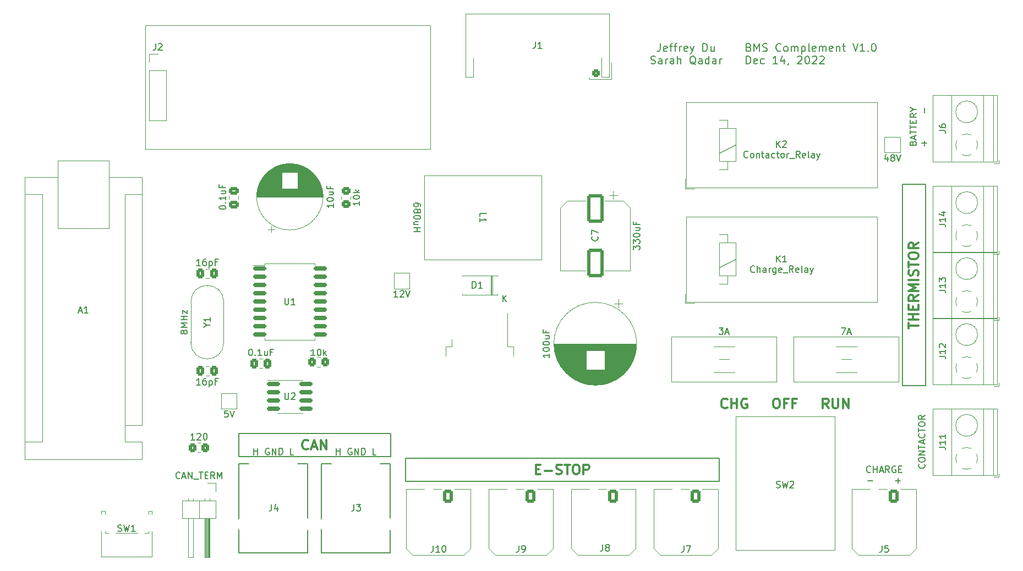
<source format=gto>
G04 #@! TF.GenerationSoftware,KiCad,Pcbnew,(6.0.8-1)-1*
G04 #@! TF.CreationDate,2022-12-30T12:25:55-08:00*
G04 #@! TF.ProjectId,Urban Battery - BMS_complement,55726261-6e20-4426-9174-74657279202d,rev?*
G04 #@! TF.SameCoordinates,Original*
G04 #@! TF.FileFunction,Legend,Top*
G04 #@! TF.FilePolarity,Positive*
%FSLAX46Y46*%
G04 Gerber Fmt 4.6, Leading zero omitted, Abs format (unit mm)*
G04 Created by KiCad (PCBNEW (6.0.8-1)-1) date 2022-12-30 12:25:55*
%MOMM*%
%LPD*%
G01*
G04 APERTURE LIST*
G04 Aperture macros list*
%AMRoundRect*
0 Rectangle with rounded corners*
0 $1 Rounding radius*
0 $2 $3 $4 $5 $6 $7 $8 $9 X,Y pos of 4 corners*
0 Add a 4 corners polygon primitive as box body*
4,1,4,$2,$3,$4,$5,$6,$7,$8,$9,$2,$3,0*
0 Add four circle primitives for the rounded corners*
1,1,$1+$1,$2,$3*
1,1,$1+$1,$4,$5*
1,1,$1+$1,$6,$7*
1,1,$1+$1,$8,$9*
0 Add four rect primitives between the rounded corners*
20,1,$1+$1,$2,$3,$4,$5,0*
20,1,$1+$1,$4,$5,$6,$7,0*
20,1,$1+$1,$6,$7,$8,$9,0*
20,1,$1+$1,$8,$9,$2,$3,0*%
G04 Aperture macros list end*
%ADD10C,0.150000*%
%ADD11C,0.200000*%
%ADD12C,0.300000*%
%ADD13C,0.120000*%
%ADD14C,0.100000*%
%ADD15C,3.000000*%
%ADD16RoundRect,0.250001X0.499999X0.759999X-0.499999X0.759999X-0.499999X-0.759999X0.499999X-0.759999X0*%
%ADD17O,1.500000X2.020000*%
%ADD18R,2.600000X2.600000*%
%ADD19C,2.600000*%
%ADD20R,1.600000X1.600000*%
%ADD21O,1.600000X1.600000*%
%ADD22C,3.200000*%
%ADD23R,2.000000X2.000000*%
%ADD24RoundRect,0.250000X0.337500X0.475000X-0.337500X0.475000X-0.337500X-0.475000X0.337500X-0.475000X0*%
%ADD25C,2.780000*%
%ADD26RoundRect,0.150000X-0.875000X-0.150000X0.875000X-0.150000X0.875000X0.150000X-0.875000X0.150000X0*%
%ADD27R,2.400000X2.400000*%
%ADD28C,2.400000*%
%ADD29RoundRect,0.250000X-0.350000X-0.450000X0.350000X-0.450000X0.350000X0.450000X-0.350000X0.450000X0*%
%ADD30O,2.000000X3.000000*%
%ADD31R,3.000000X2.000000*%
%ADD32O,3.000000X2.000000*%
%ADD33RoundRect,0.250000X0.475000X-0.337500X0.475000X0.337500X-0.475000X0.337500X-0.475000X-0.337500X0*%
%ADD34R,2.200000X2.200000*%
%ADD35O,2.200000X2.200000*%
%ADD36R,1.700000X1.700000*%
%ADD37O,1.700000X1.700000*%
%ADD38C,1.500000*%
%ADD39RoundRect,0.250000X-1.000000X1.950000X-1.000000X-1.950000X1.000000X-1.950000X1.000000X1.950000X0*%
%ADD40C,3.400000*%
%ADD41R,1.690000X1.690000*%
%ADD42C,1.690000*%
%ADD43C,2.616200*%
%ADD44RoundRect,0.150000X-0.825000X-0.150000X0.825000X-0.150000X0.825000X0.150000X-0.825000X0.150000X0*%
%ADD45RoundRect,0.250000X0.350000X0.350000X-0.350000X0.350000X-0.350000X-0.350000X0.350000X-0.350000X0*%
%ADD46C,1.200000*%
%ADD47RoundRect,0.250000X0.450000X-0.350000X0.450000X0.350000X-0.450000X0.350000X-0.450000X-0.350000X0*%
%ADD48C,1.900000*%
%ADD49C,2.100000*%
%ADD50C,1.750000*%
%ADD51C,2.000000*%
%ADD52R,1.100000X4.600000*%
%ADD53R,10.800000X9.400000*%
G04 APERTURE END LIST*
D10*
X111506000Y-119126000D02*
X134874000Y-119126000D01*
X134874000Y-119126000D02*
X134874000Y-115570000D01*
X134874000Y-115570000D02*
X111506000Y-115570000D01*
X111506000Y-115570000D02*
X111506000Y-119126000D01*
D11*
X137160000Y-122936000D02*
X185420000Y-122936000D01*
X185420000Y-122936000D02*
X185420000Y-119380000D01*
X185420000Y-119380000D02*
X137160000Y-119380000D01*
X137160000Y-119380000D02*
X137160000Y-122936000D01*
D10*
X217170000Y-77216000D02*
X213614000Y-77216000D01*
X213614000Y-77216000D02*
X213614000Y-108204000D01*
X213614000Y-108204000D02*
X217170000Y-108204000D01*
X217170000Y-108204000D02*
X217170000Y-77216000D01*
D12*
X157218571Y-121050857D02*
X157718571Y-121050857D01*
X157932857Y-121836571D02*
X157218571Y-121836571D01*
X157218571Y-120336571D01*
X157932857Y-120336571D01*
X158575714Y-121265142D02*
X159718571Y-121265142D01*
X160361428Y-121765142D02*
X160575714Y-121836571D01*
X160932857Y-121836571D01*
X161075714Y-121765142D01*
X161147142Y-121693714D01*
X161218571Y-121550857D01*
X161218571Y-121408000D01*
X161147142Y-121265142D01*
X161075714Y-121193714D01*
X160932857Y-121122285D01*
X160647142Y-121050857D01*
X160504285Y-120979428D01*
X160432857Y-120908000D01*
X160361428Y-120765142D01*
X160361428Y-120622285D01*
X160432857Y-120479428D01*
X160504285Y-120408000D01*
X160647142Y-120336571D01*
X161004285Y-120336571D01*
X161218571Y-120408000D01*
X161647142Y-120336571D02*
X162504285Y-120336571D01*
X162075714Y-121836571D02*
X162075714Y-120336571D01*
X163290000Y-120336571D02*
X163575714Y-120336571D01*
X163718571Y-120408000D01*
X163861428Y-120550857D01*
X163932857Y-120836571D01*
X163932857Y-121336571D01*
X163861428Y-121622285D01*
X163718571Y-121765142D01*
X163575714Y-121836571D01*
X163290000Y-121836571D01*
X163147142Y-121765142D01*
X163004285Y-121622285D01*
X162932857Y-121336571D01*
X162932857Y-120836571D01*
X163004285Y-120550857D01*
X163147142Y-120408000D01*
X163290000Y-120336571D01*
X164575714Y-121836571D02*
X164575714Y-120336571D01*
X165147142Y-120336571D01*
X165290000Y-120408000D01*
X165361428Y-120479428D01*
X165432857Y-120622285D01*
X165432857Y-120836571D01*
X165361428Y-120979428D01*
X165290000Y-121050857D01*
X165147142Y-121122285D01*
X164575714Y-121122285D01*
X214570571Y-99388571D02*
X214570571Y-98531428D01*
X216070571Y-98960000D02*
X214570571Y-98960000D01*
X216070571Y-98031428D02*
X214570571Y-98031428D01*
X215284857Y-98031428D02*
X215284857Y-97174285D01*
X216070571Y-97174285D02*
X214570571Y-97174285D01*
X215284857Y-96460000D02*
X215284857Y-95960000D01*
X216070571Y-95745714D02*
X216070571Y-96460000D01*
X214570571Y-96460000D01*
X214570571Y-95745714D01*
X216070571Y-94245714D02*
X215356285Y-94745714D01*
X216070571Y-95102857D02*
X214570571Y-95102857D01*
X214570571Y-94531428D01*
X214642000Y-94388571D01*
X214713428Y-94317142D01*
X214856285Y-94245714D01*
X215070571Y-94245714D01*
X215213428Y-94317142D01*
X215284857Y-94388571D01*
X215356285Y-94531428D01*
X215356285Y-95102857D01*
X216070571Y-93602857D02*
X214570571Y-93602857D01*
X215642000Y-93102857D01*
X214570571Y-92602857D01*
X216070571Y-92602857D01*
X216070571Y-91888571D02*
X214570571Y-91888571D01*
X215999142Y-91245714D02*
X216070571Y-91031428D01*
X216070571Y-90674285D01*
X215999142Y-90531428D01*
X215927714Y-90460000D01*
X215784857Y-90388571D01*
X215642000Y-90388571D01*
X215499142Y-90460000D01*
X215427714Y-90531428D01*
X215356285Y-90674285D01*
X215284857Y-90960000D01*
X215213428Y-91102857D01*
X215142000Y-91174285D01*
X214999142Y-91245714D01*
X214856285Y-91245714D01*
X214713428Y-91174285D01*
X214642000Y-91102857D01*
X214570571Y-90960000D01*
X214570571Y-90602857D01*
X214642000Y-90388571D01*
X214570571Y-89960000D02*
X214570571Y-89102857D01*
X216070571Y-89531428D02*
X214570571Y-89531428D01*
X214570571Y-88317142D02*
X214570571Y-88031428D01*
X214642000Y-87888571D01*
X214784857Y-87745714D01*
X215070571Y-87674285D01*
X215570571Y-87674285D01*
X215856285Y-87745714D01*
X215999142Y-87888571D01*
X216070571Y-88031428D01*
X216070571Y-88317142D01*
X215999142Y-88460000D01*
X215856285Y-88602857D01*
X215570571Y-88674285D01*
X215070571Y-88674285D01*
X214784857Y-88602857D01*
X214642000Y-88460000D01*
X214570571Y-88317142D01*
X216070571Y-86174285D02*
X215356285Y-86674285D01*
X216070571Y-87031428D02*
X214570571Y-87031428D01*
X214570571Y-86460000D01*
X214642000Y-86317142D01*
X214713428Y-86245714D01*
X214856285Y-86174285D01*
X215070571Y-86174285D01*
X215213428Y-86245714D01*
X215284857Y-86317142D01*
X215356285Y-86460000D01*
X215356285Y-87031428D01*
D10*
X215277571Y-70826000D02*
X215325190Y-70683142D01*
X215372809Y-70635523D01*
X215468047Y-70587904D01*
X215610904Y-70587904D01*
X215706142Y-70635523D01*
X215753761Y-70683142D01*
X215801380Y-70778380D01*
X215801380Y-71159333D01*
X214801380Y-71159333D01*
X214801380Y-70826000D01*
X214849000Y-70730761D01*
X214896619Y-70683142D01*
X214991857Y-70635523D01*
X215087095Y-70635523D01*
X215182333Y-70683142D01*
X215229952Y-70730761D01*
X215277571Y-70826000D01*
X215277571Y-71159333D01*
X215515666Y-70206952D02*
X215515666Y-69730761D01*
X215801380Y-70302190D02*
X214801380Y-69968857D01*
X215801380Y-69635523D01*
X214801380Y-69445047D02*
X214801380Y-68873619D01*
X215801380Y-69159333D02*
X214801380Y-69159333D01*
X214801380Y-68683142D02*
X214801380Y-68111714D01*
X215801380Y-68397428D02*
X214801380Y-68397428D01*
X215277571Y-67778380D02*
X215277571Y-67445047D01*
X215801380Y-67302190D02*
X215801380Y-67778380D01*
X214801380Y-67778380D01*
X214801380Y-67302190D01*
X215801380Y-66302190D02*
X215325190Y-66635523D01*
X215801380Y-66873619D02*
X214801380Y-66873619D01*
X214801380Y-66492666D01*
X214849000Y-66397428D01*
X214896619Y-66349809D01*
X214991857Y-66302190D01*
X215134714Y-66302190D01*
X215229952Y-66349809D01*
X215277571Y-66397428D01*
X215325190Y-66492666D01*
X215325190Y-66873619D01*
X215325190Y-65683142D02*
X215801380Y-65683142D01*
X214801380Y-66016476D02*
X215325190Y-65683142D01*
X214801380Y-65349809D01*
X217030428Y-71230761D02*
X217030428Y-70468857D01*
X217411380Y-70849809D02*
X216649476Y-70849809D01*
X217030428Y-66183142D02*
X217030428Y-65421238D01*
D12*
X122225714Y-117883714D02*
X122154285Y-117955142D01*
X121940000Y-118026571D01*
X121797142Y-118026571D01*
X121582857Y-117955142D01*
X121440000Y-117812285D01*
X121368571Y-117669428D01*
X121297142Y-117383714D01*
X121297142Y-117169428D01*
X121368571Y-116883714D01*
X121440000Y-116740857D01*
X121582857Y-116598000D01*
X121797142Y-116526571D01*
X121940000Y-116526571D01*
X122154285Y-116598000D01*
X122225714Y-116669428D01*
X122797142Y-117598000D02*
X123511428Y-117598000D01*
X122654285Y-118026571D02*
X123154285Y-116526571D01*
X123654285Y-118026571D01*
X124154285Y-118026571D02*
X124154285Y-116526571D01*
X125011428Y-118026571D01*
X125011428Y-116526571D01*
D10*
X190013214Y-56098285D02*
X190184642Y-56155428D01*
X190241785Y-56212571D01*
X190298928Y-56326857D01*
X190298928Y-56498285D01*
X190241785Y-56612571D01*
X190184642Y-56669714D01*
X190070357Y-56726857D01*
X189613214Y-56726857D01*
X189613214Y-55526857D01*
X190013214Y-55526857D01*
X190127500Y-55584000D01*
X190184642Y-55641142D01*
X190241785Y-55755428D01*
X190241785Y-55869714D01*
X190184642Y-55984000D01*
X190127500Y-56041142D01*
X190013214Y-56098285D01*
X189613214Y-56098285D01*
X190813214Y-56726857D02*
X190813214Y-55526857D01*
X191213214Y-56384000D01*
X191613214Y-55526857D01*
X191613214Y-56726857D01*
X192127500Y-56669714D02*
X192298928Y-56726857D01*
X192584642Y-56726857D01*
X192698928Y-56669714D01*
X192756071Y-56612571D01*
X192813214Y-56498285D01*
X192813214Y-56384000D01*
X192756071Y-56269714D01*
X192698928Y-56212571D01*
X192584642Y-56155428D01*
X192356071Y-56098285D01*
X192241785Y-56041142D01*
X192184642Y-55984000D01*
X192127500Y-55869714D01*
X192127500Y-55755428D01*
X192184642Y-55641142D01*
X192241785Y-55584000D01*
X192356071Y-55526857D01*
X192641785Y-55526857D01*
X192813214Y-55584000D01*
X194927500Y-56612571D02*
X194870357Y-56669714D01*
X194698928Y-56726857D01*
X194584642Y-56726857D01*
X194413214Y-56669714D01*
X194298928Y-56555428D01*
X194241785Y-56441142D01*
X194184642Y-56212571D01*
X194184642Y-56041142D01*
X194241785Y-55812571D01*
X194298928Y-55698285D01*
X194413214Y-55584000D01*
X194584642Y-55526857D01*
X194698928Y-55526857D01*
X194870357Y-55584000D01*
X194927500Y-55641142D01*
X195613214Y-56726857D02*
X195498928Y-56669714D01*
X195441785Y-56612571D01*
X195384642Y-56498285D01*
X195384642Y-56155428D01*
X195441785Y-56041142D01*
X195498928Y-55984000D01*
X195613214Y-55926857D01*
X195784642Y-55926857D01*
X195898928Y-55984000D01*
X195956071Y-56041142D01*
X196013214Y-56155428D01*
X196013214Y-56498285D01*
X195956071Y-56612571D01*
X195898928Y-56669714D01*
X195784642Y-56726857D01*
X195613214Y-56726857D01*
X196527500Y-56726857D02*
X196527500Y-55926857D01*
X196527500Y-56041142D02*
X196584642Y-55984000D01*
X196698928Y-55926857D01*
X196870357Y-55926857D01*
X196984642Y-55984000D01*
X197041785Y-56098285D01*
X197041785Y-56726857D01*
X197041785Y-56098285D02*
X197098928Y-55984000D01*
X197213214Y-55926857D01*
X197384642Y-55926857D01*
X197498928Y-55984000D01*
X197556071Y-56098285D01*
X197556071Y-56726857D01*
X198127500Y-55926857D02*
X198127500Y-57126857D01*
X198127500Y-55984000D02*
X198241785Y-55926857D01*
X198470357Y-55926857D01*
X198584642Y-55984000D01*
X198641785Y-56041142D01*
X198698928Y-56155428D01*
X198698928Y-56498285D01*
X198641785Y-56612571D01*
X198584642Y-56669714D01*
X198470357Y-56726857D01*
X198241785Y-56726857D01*
X198127500Y-56669714D01*
X199384642Y-56726857D02*
X199270357Y-56669714D01*
X199213214Y-56555428D01*
X199213214Y-55526857D01*
X200298928Y-56669714D02*
X200184642Y-56726857D01*
X199956071Y-56726857D01*
X199841785Y-56669714D01*
X199784642Y-56555428D01*
X199784642Y-56098285D01*
X199841785Y-55984000D01*
X199956071Y-55926857D01*
X200184642Y-55926857D01*
X200298928Y-55984000D01*
X200356071Y-56098285D01*
X200356071Y-56212571D01*
X199784642Y-56326857D01*
X200870357Y-56726857D02*
X200870357Y-55926857D01*
X200870357Y-56041142D02*
X200927500Y-55984000D01*
X201041785Y-55926857D01*
X201213214Y-55926857D01*
X201327500Y-55984000D01*
X201384642Y-56098285D01*
X201384642Y-56726857D01*
X201384642Y-56098285D02*
X201441785Y-55984000D01*
X201556071Y-55926857D01*
X201727500Y-55926857D01*
X201841785Y-55984000D01*
X201898928Y-56098285D01*
X201898928Y-56726857D01*
X202927500Y-56669714D02*
X202813214Y-56726857D01*
X202584642Y-56726857D01*
X202470357Y-56669714D01*
X202413214Y-56555428D01*
X202413214Y-56098285D01*
X202470357Y-55984000D01*
X202584642Y-55926857D01*
X202813214Y-55926857D01*
X202927500Y-55984000D01*
X202984642Y-56098285D01*
X202984642Y-56212571D01*
X202413214Y-56326857D01*
X203498928Y-55926857D02*
X203498928Y-56726857D01*
X203498928Y-56041142D02*
X203556071Y-55984000D01*
X203670357Y-55926857D01*
X203841785Y-55926857D01*
X203956071Y-55984000D01*
X204013214Y-56098285D01*
X204013214Y-56726857D01*
X204413214Y-55926857D02*
X204870357Y-55926857D01*
X204584642Y-55526857D02*
X204584642Y-56555428D01*
X204641785Y-56669714D01*
X204756071Y-56726857D01*
X204870357Y-56726857D01*
X206013214Y-55526857D02*
X206413214Y-56726857D01*
X206813214Y-55526857D01*
X207841785Y-56726857D02*
X207156071Y-56726857D01*
X207498928Y-56726857D02*
X207498928Y-55526857D01*
X207384642Y-55698285D01*
X207270357Y-55812571D01*
X207156071Y-55869714D01*
X208356071Y-56612571D02*
X208413214Y-56669714D01*
X208356071Y-56726857D01*
X208298928Y-56669714D01*
X208356071Y-56612571D01*
X208356071Y-56726857D01*
X209156071Y-55526857D02*
X209270357Y-55526857D01*
X209384642Y-55584000D01*
X209441785Y-55641142D01*
X209498928Y-55755428D01*
X209556071Y-55984000D01*
X209556071Y-56269714D01*
X209498928Y-56498285D01*
X209441785Y-56612571D01*
X209384642Y-56669714D01*
X209270357Y-56726857D01*
X209156071Y-56726857D01*
X209041785Y-56669714D01*
X208984642Y-56612571D01*
X208927500Y-56498285D01*
X208870357Y-56269714D01*
X208870357Y-55984000D01*
X208927500Y-55755428D01*
X208984642Y-55641142D01*
X209041785Y-55584000D01*
X209156071Y-55526857D01*
X189613214Y-58658857D02*
X189613214Y-57458857D01*
X189898928Y-57458857D01*
X190070357Y-57516000D01*
X190184642Y-57630285D01*
X190241785Y-57744571D01*
X190298928Y-57973142D01*
X190298928Y-58144571D01*
X190241785Y-58373142D01*
X190184642Y-58487428D01*
X190070357Y-58601714D01*
X189898928Y-58658857D01*
X189613214Y-58658857D01*
X191270357Y-58601714D02*
X191156071Y-58658857D01*
X190927500Y-58658857D01*
X190813214Y-58601714D01*
X190756071Y-58487428D01*
X190756071Y-58030285D01*
X190813214Y-57916000D01*
X190927500Y-57858857D01*
X191156071Y-57858857D01*
X191270357Y-57916000D01*
X191327500Y-58030285D01*
X191327500Y-58144571D01*
X190756071Y-58258857D01*
X192356071Y-58601714D02*
X192241785Y-58658857D01*
X192013214Y-58658857D01*
X191898928Y-58601714D01*
X191841785Y-58544571D01*
X191784642Y-58430285D01*
X191784642Y-58087428D01*
X191841785Y-57973142D01*
X191898928Y-57916000D01*
X192013214Y-57858857D01*
X192241785Y-57858857D01*
X192356071Y-57916000D01*
X194413214Y-58658857D02*
X193727500Y-58658857D01*
X194070357Y-58658857D02*
X194070357Y-57458857D01*
X193956071Y-57630285D01*
X193841785Y-57744571D01*
X193727500Y-57801714D01*
X195441785Y-57858857D02*
X195441785Y-58658857D01*
X195156071Y-57401714D02*
X194870357Y-58258857D01*
X195613214Y-58258857D01*
X196127500Y-58601714D02*
X196127500Y-58658857D01*
X196070357Y-58773142D01*
X196013214Y-58830285D01*
X197498928Y-57573142D02*
X197556071Y-57516000D01*
X197670357Y-57458857D01*
X197956071Y-57458857D01*
X198070357Y-57516000D01*
X198127500Y-57573142D01*
X198184642Y-57687428D01*
X198184642Y-57801714D01*
X198127500Y-57973142D01*
X197441785Y-58658857D01*
X198184642Y-58658857D01*
X198927500Y-57458857D02*
X199041785Y-57458857D01*
X199156071Y-57516000D01*
X199213214Y-57573142D01*
X199270357Y-57687428D01*
X199327500Y-57916000D01*
X199327500Y-58201714D01*
X199270357Y-58430285D01*
X199213214Y-58544571D01*
X199156071Y-58601714D01*
X199041785Y-58658857D01*
X198927500Y-58658857D01*
X198813214Y-58601714D01*
X198756071Y-58544571D01*
X198698928Y-58430285D01*
X198641785Y-58201714D01*
X198641785Y-57916000D01*
X198698928Y-57687428D01*
X198756071Y-57573142D01*
X198813214Y-57516000D01*
X198927500Y-57458857D01*
X199784642Y-57573142D02*
X199841785Y-57516000D01*
X199956071Y-57458857D01*
X200241785Y-57458857D01*
X200356071Y-57516000D01*
X200413214Y-57573142D01*
X200470357Y-57687428D01*
X200470357Y-57801714D01*
X200413214Y-57973142D01*
X199727500Y-58658857D01*
X200470357Y-58658857D01*
X200927500Y-57573142D02*
X200984642Y-57516000D01*
X201098928Y-57458857D01*
X201384642Y-57458857D01*
X201498928Y-57516000D01*
X201556071Y-57573142D01*
X201613214Y-57687428D01*
X201613214Y-57801714D01*
X201556071Y-57973142D01*
X200870357Y-58658857D01*
X201613214Y-58658857D01*
X126563809Y-118816380D02*
X126563809Y-117816380D01*
X126563809Y-118292571D02*
X127135238Y-118292571D01*
X127135238Y-118816380D02*
X127135238Y-117816380D01*
X128897142Y-117864000D02*
X128801904Y-117816380D01*
X128659047Y-117816380D01*
X128516190Y-117864000D01*
X128420952Y-117959238D01*
X128373333Y-118054476D01*
X128325714Y-118244952D01*
X128325714Y-118387809D01*
X128373333Y-118578285D01*
X128420952Y-118673523D01*
X128516190Y-118768761D01*
X128659047Y-118816380D01*
X128754285Y-118816380D01*
X128897142Y-118768761D01*
X128944761Y-118721142D01*
X128944761Y-118387809D01*
X128754285Y-118387809D01*
X129373333Y-118816380D02*
X129373333Y-117816380D01*
X129944761Y-118816380D01*
X129944761Y-117816380D01*
X130420952Y-118816380D02*
X130420952Y-117816380D01*
X130659047Y-117816380D01*
X130801904Y-117864000D01*
X130897142Y-117959238D01*
X130944761Y-118054476D01*
X130992380Y-118244952D01*
X130992380Y-118387809D01*
X130944761Y-118578285D01*
X130897142Y-118673523D01*
X130801904Y-118768761D01*
X130659047Y-118816380D01*
X130420952Y-118816380D01*
X132659047Y-118816380D02*
X132182857Y-118816380D01*
X132182857Y-117816380D01*
X176368571Y-55526857D02*
X176368571Y-56384000D01*
X176311428Y-56555428D01*
X176197142Y-56669714D01*
X176025714Y-56726857D01*
X175911428Y-56726857D01*
X177397142Y-56669714D02*
X177282857Y-56726857D01*
X177054285Y-56726857D01*
X176940000Y-56669714D01*
X176882857Y-56555428D01*
X176882857Y-56098285D01*
X176940000Y-55984000D01*
X177054285Y-55926857D01*
X177282857Y-55926857D01*
X177397142Y-55984000D01*
X177454285Y-56098285D01*
X177454285Y-56212571D01*
X176882857Y-56326857D01*
X177797142Y-55926857D02*
X178254285Y-55926857D01*
X177968571Y-56726857D02*
X177968571Y-55698285D01*
X178025714Y-55584000D01*
X178140000Y-55526857D01*
X178254285Y-55526857D01*
X178482857Y-55926857D02*
X178940000Y-55926857D01*
X178654285Y-56726857D02*
X178654285Y-55698285D01*
X178711428Y-55584000D01*
X178825714Y-55526857D01*
X178940000Y-55526857D01*
X179340000Y-56726857D02*
X179340000Y-55926857D01*
X179340000Y-56155428D02*
X179397142Y-56041142D01*
X179454285Y-55984000D01*
X179568571Y-55926857D01*
X179682857Y-55926857D01*
X180540000Y-56669714D02*
X180425714Y-56726857D01*
X180197142Y-56726857D01*
X180082857Y-56669714D01*
X180025714Y-56555428D01*
X180025714Y-56098285D01*
X180082857Y-55984000D01*
X180197142Y-55926857D01*
X180425714Y-55926857D01*
X180540000Y-55984000D01*
X180597142Y-56098285D01*
X180597142Y-56212571D01*
X180025714Y-56326857D01*
X180997142Y-55926857D02*
X181282857Y-56726857D01*
X181568571Y-55926857D02*
X181282857Y-56726857D01*
X181168571Y-57012571D01*
X181111428Y-57069714D01*
X180997142Y-57126857D01*
X182940000Y-56726857D02*
X182940000Y-55526857D01*
X183225714Y-55526857D01*
X183397142Y-55584000D01*
X183511428Y-55698285D01*
X183568571Y-55812571D01*
X183625714Y-56041142D01*
X183625714Y-56212571D01*
X183568571Y-56441142D01*
X183511428Y-56555428D01*
X183397142Y-56669714D01*
X183225714Y-56726857D01*
X182940000Y-56726857D01*
X184654285Y-55926857D02*
X184654285Y-56726857D01*
X184140000Y-55926857D02*
X184140000Y-56555428D01*
X184197142Y-56669714D01*
X184311428Y-56726857D01*
X184482857Y-56726857D01*
X184597142Y-56669714D01*
X184654285Y-56612571D01*
X174911428Y-58601714D02*
X175082857Y-58658857D01*
X175368571Y-58658857D01*
X175482857Y-58601714D01*
X175540000Y-58544571D01*
X175597142Y-58430285D01*
X175597142Y-58316000D01*
X175540000Y-58201714D01*
X175482857Y-58144571D01*
X175368571Y-58087428D01*
X175140000Y-58030285D01*
X175025714Y-57973142D01*
X174968571Y-57916000D01*
X174911428Y-57801714D01*
X174911428Y-57687428D01*
X174968571Y-57573142D01*
X175025714Y-57516000D01*
X175140000Y-57458857D01*
X175425714Y-57458857D01*
X175597142Y-57516000D01*
X176625714Y-58658857D02*
X176625714Y-58030285D01*
X176568571Y-57916000D01*
X176454285Y-57858857D01*
X176225714Y-57858857D01*
X176111428Y-57916000D01*
X176625714Y-58601714D02*
X176511428Y-58658857D01*
X176225714Y-58658857D01*
X176111428Y-58601714D01*
X176054285Y-58487428D01*
X176054285Y-58373142D01*
X176111428Y-58258857D01*
X176225714Y-58201714D01*
X176511428Y-58201714D01*
X176625714Y-58144571D01*
X177197142Y-58658857D02*
X177197142Y-57858857D01*
X177197142Y-58087428D02*
X177254285Y-57973142D01*
X177311428Y-57916000D01*
X177425714Y-57858857D01*
X177540000Y-57858857D01*
X178454285Y-58658857D02*
X178454285Y-58030285D01*
X178397142Y-57916000D01*
X178282857Y-57858857D01*
X178054285Y-57858857D01*
X177940000Y-57916000D01*
X178454285Y-58601714D02*
X178340000Y-58658857D01*
X178054285Y-58658857D01*
X177940000Y-58601714D01*
X177882857Y-58487428D01*
X177882857Y-58373142D01*
X177940000Y-58258857D01*
X178054285Y-58201714D01*
X178340000Y-58201714D01*
X178454285Y-58144571D01*
X179025714Y-58658857D02*
X179025714Y-57458857D01*
X179540000Y-58658857D02*
X179540000Y-58030285D01*
X179482857Y-57916000D01*
X179368571Y-57858857D01*
X179197142Y-57858857D01*
X179082857Y-57916000D01*
X179025714Y-57973142D01*
X181825714Y-58773142D02*
X181711428Y-58716000D01*
X181597142Y-58601714D01*
X181425714Y-58430285D01*
X181311428Y-58373142D01*
X181197142Y-58373142D01*
X181254285Y-58658857D02*
X181140000Y-58601714D01*
X181025714Y-58487428D01*
X180968571Y-58258857D01*
X180968571Y-57858857D01*
X181025714Y-57630285D01*
X181140000Y-57516000D01*
X181254285Y-57458857D01*
X181482857Y-57458857D01*
X181597142Y-57516000D01*
X181711428Y-57630285D01*
X181768571Y-57858857D01*
X181768571Y-58258857D01*
X181711428Y-58487428D01*
X181597142Y-58601714D01*
X181482857Y-58658857D01*
X181254285Y-58658857D01*
X182797142Y-58658857D02*
X182797142Y-58030285D01*
X182740000Y-57916000D01*
X182625714Y-57858857D01*
X182397142Y-57858857D01*
X182282857Y-57916000D01*
X182797142Y-58601714D02*
X182682857Y-58658857D01*
X182397142Y-58658857D01*
X182282857Y-58601714D01*
X182225714Y-58487428D01*
X182225714Y-58373142D01*
X182282857Y-58258857D01*
X182397142Y-58201714D01*
X182682857Y-58201714D01*
X182797142Y-58144571D01*
X183882857Y-58658857D02*
X183882857Y-57458857D01*
X183882857Y-58601714D02*
X183768571Y-58658857D01*
X183540000Y-58658857D01*
X183425714Y-58601714D01*
X183368571Y-58544571D01*
X183311428Y-58430285D01*
X183311428Y-58087428D01*
X183368571Y-57973142D01*
X183425714Y-57916000D01*
X183540000Y-57858857D01*
X183768571Y-57858857D01*
X183882857Y-57916000D01*
X184968571Y-58658857D02*
X184968571Y-58030285D01*
X184911428Y-57916000D01*
X184797142Y-57858857D01*
X184568571Y-57858857D01*
X184454285Y-57916000D01*
X184968571Y-58601714D02*
X184854285Y-58658857D01*
X184568571Y-58658857D01*
X184454285Y-58601714D01*
X184397142Y-58487428D01*
X184397142Y-58373142D01*
X184454285Y-58258857D01*
X184568571Y-58201714D01*
X184854285Y-58201714D01*
X184968571Y-58144571D01*
X185540000Y-58658857D02*
X185540000Y-57858857D01*
X185540000Y-58087428D02*
X185597142Y-57973142D01*
X185654285Y-57916000D01*
X185768571Y-57858857D01*
X185882857Y-57858857D01*
D12*
X186687142Y-111533714D02*
X186615714Y-111605142D01*
X186401428Y-111676571D01*
X186258571Y-111676571D01*
X186044285Y-111605142D01*
X185901428Y-111462285D01*
X185830000Y-111319428D01*
X185758571Y-111033714D01*
X185758571Y-110819428D01*
X185830000Y-110533714D01*
X185901428Y-110390857D01*
X186044285Y-110248000D01*
X186258571Y-110176571D01*
X186401428Y-110176571D01*
X186615714Y-110248000D01*
X186687142Y-110319428D01*
X187330000Y-111676571D02*
X187330000Y-110176571D01*
X187330000Y-110890857D02*
X188187142Y-110890857D01*
X188187142Y-111676571D02*
X188187142Y-110176571D01*
X189687142Y-110248000D02*
X189544285Y-110176571D01*
X189330000Y-110176571D01*
X189115714Y-110248000D01*
X188972857Y-110390857D01*
X188901428Y-110533714D01*
X188830000Y-110819428D01*
X188830000Y-111033714D01*
X188901428Y-111319428D01*
X188972857Y-111462285D01*
X189115714Y-111605142D01*
X189330000Y-111676571D01*
X189472857Y-111676571D01*
X189687142Y-111605142D01*
X189758571Y-111533714D01*
X189758571Y-111033714D01*
X189472857Y-111033714D01*
X194115714Y-110176571D02*
X194401428Y-110176571D01*
X194544285Y-110248000D01*
X194687142Y-110390857D01*
X194758571Y-110676571D01*
X194758571Y-111176571D01*
X194687142Y-111462285D01*
X194544285Y-111605142D01*
X194401428Y-111676571D01*
X194115714Y-111676571D01*
X193972857Y-111605142D01*
X193830000Y-111462285D01*
X193758571Y-111176571D01*
X193758571Y-110676571D01*
X193830000Y-110390857D01*
X193972857Y-110248000D01*
X194115714Y-110176571D01*
X195901428Y-110890857D02*
X195401428Y-110890857D01*
X195401428Y-111676571D02*
X195401428Y-110176571D01*
X196115714Y-110176571D01*
X197187142Y-110890857D02*
X196687142Y-110890857D01*
X196687142Y-111676571D02*
X196687142Y-110176571D01*
X197401428Y-110176571D01*
X202258571Y-111676571D02*
X201758571Y-110962285D01*
X201401428Y-111676571D02*
X201401428Y-110176571D01*
X201972857Y-110176571D01*
X202115714Y-110248000D01*
X202187142Y-110319428D01*
X202258571Y-110462285D01*
X202258571Y-110676571D01*
X202187142Y-110819428D01*
X202115714Y-110890857D01*
X201972857Y-110962285D01*
X201401428Y-110962285D01*
X202901428Y-110176571D02*
X202901428Y-111390857D01*
X202972857Y-111533714D01*
X203044285Y-111605142D01*
X203187142Y-111676571D01*
X203472857Y-111676571D01*
X203615714Y-111605142D01*
X203687142Y-111533714D01*
X203758571Y-111390857D01*
X203758571Y-110176571D01*
X204472857Y-111676571D02*
X204472857Y-110176571D01*
X205330000Y-111676571D01*
X205330000Y-110176571D01*
D10*
X217019142Y-120292380D02*
X217066761Y-120340000D01*
X217114380Y-120482857D01*
X217114380Y-120578095D01*
X217066761Y-120720952D01*
X216971523Y-120816190D01*
X216876285Y-120863809D01*
X216685809Y-120911428D01*
X216542952Y-120911428D01*
X216352476Y-120863809D01*
X216257238Y-120816190D01*
X216162000Y-120720952D01*
X216114380Y-120578095D01*
X216114380Y-120482857D01*
X216162000Y-120340000D01*
X216209619Y-120292380D01*
X216114380Y-119673333D02*
X216114380Y-119482857D01*
X216162000Y-119387619D01*
X216257238Y-119292380D01*
X216447714Y-119244761D01*
X216781047Y-119244761D01*
X216971523Y-119292380D01*
X217066761Y-119387619D01*
X217114380Y-119482857D01*
X217114380Y-119673333D01*
X217066761Y-119768571D01*
X216971523Y-119863809D01*
X216781047Y-119911428D01*
X216447714Y-119911428D01*
X216257238Y-119863809D01*
X216162000Y-119768571D01*
X216114380Y-119673333D01*
X217114380Y-118816190D02*
X216114380Y-118816190D01*
X217114380Y-118244761D01*
X216114380Y-118244761D01*
X216114380Y-117911428D02*
X216114380Y-117340000D01*
X217114380Y-117625714D02*
X216114380Y-117625714D01*
X216828666Y-117054285D02*
X216828666Y-116578095D01*
X217114380Y-117149523D02*
X216114380Y-116816190D01*
X217114380Y-116482857D01*
X217019142Y-115578095D02*
X217066761Y-115625714D01*
X217114380Y-115768571D01*
X217114380Y-115863809D01*
X217066761Y-116006666D01*
X216971523Y-116101904D01*
X216876285Y-116149523D01*
X216685809Y-116197142D01*
X216542952Y-116197142D01*
X216352476Y-116149523D01*
X216257238Y-116101904D01*
X216162000Y-116006666D01*
X216114380Y-115863809D01*
X216114380Y-115768571D01*
X216162000Y-115625714D01*
X216209619Y-115578095D01*
X216114380Y-115292380D02*
X216114380Y-114720952D01*
X217114380Y-115006666D02*
X216114380Y-115006666D01*
X216114380Y-114197142D02*
X216114380Y-114006666D01*
X216162000Y-113911428D01*
X216257238Y-113816190D01*
X216447714Y-113768571D01*
X216781047Y-113768571D01*
X216971523Y-113816190D01*
X217066761Y-113911428D01*
X217114380Y-114006666D01*
X217114380Y-114197142D01*
X217066761Y-114292380D01*
X216971523Y-114387619D01*
X216781047Y-114435238D01*
X216447714Y-114435238D01*
X216257238Y-114387619D01*
X216162000Y-114292380D01*
X216114380Y-114197142D01*
X217114380Y-112768571D02*
X216638190Y-113101904D01*
X217114380Y-113340000D02*
X216114380Y-113340000D01*
X216114380Y-112959047D01*
X216162000Y-112863809D01*
X216209619Y-112816190D01*
X216304857Y-112768571D01*
X216447714Y-112768571D01*
X216542952Y-112816190D01*
X216590571Y-112863809D01*
X216638190Y-112959047D01*
X216638190Y-113340000D01*
X113863809Y-118816380D02*
X113863809Y-117816380D01*
X113863809Y-118292571D02*
X114435238Y-118292571D01*
X114435238Y-118816380D02*
X114435238Y-117816380D01*
X116197142Y-117864000D02*
X116101904Y-117816380D01*
X115959047Y-117816380D01*
X115816190Y-117864000D01*
X115720952Y-117959238D01*
X115673333Y-118054476D01*
X115625714Y-118244952D01*
X115625714Y-118387809D01*
X115673333Y-118578285D01*
X115720952Y-118673523D01*
X115816190Y-118768761D01*
X115959047Y-118816380D01*
X116054285Y-118816380D01*
X116197142Y-118768761D01*
X116244761Y-118721142D01*
X116244761Y-118387809D01*
X116054285Y-118387809D01*
X116673333Y-118816380D02*
X116673333Y-117816380D01*
X117244761Y-118816380D01*
X117244761Y-117816380D01*
X117720952Y-118816380D02*
X117720952Y-117816380D01*
X117959047Y-117816380D01*
X118101904Y-117864000D01*
X118197142Y-117959238D01*
X118244761Y-118054476D01*
X118292380Y-118244952D01*
X118292380Y-118387809D01*
X118244761Y-118578285D01*
X118197142Y-118673523D01*
X118101904Y-118768761D01*
X117959047Y-118816380D01*
X117720952Y-118816380D01*
X119959047Y-118816380D02*
X119482857Y-118816380D01*
X119482857Y-117816380D01*
X208724761Y-121472142D02*
X208677142Y-121519761D01*
X208534285Y-121567380D01*
X208439047Y-121567380D01*
X208296190Y-121519761D01*
X208200952Y-121424523D01*
X208153333Y-121329285D01*
X208105714Y-121138809D01*
X208105714Y-120995952D01*
X208153333Y-120805476D01*
X208200952Y-120710238D01*
X208296190Y-120615000D01*
X208439047Y-120567380D01*
X208534285Y-120567380D01*
X208677142Y-120615000D01*
X208724761Y-120662619D01*
X209153333Y-121567380D02*
X209153333Y-120567380D01*
X209153333Y-121043571D02*
X209724761Y-121043571D01*
X209724761Y-121567380D02*
X209724761Y-120567380D01*
X210153333Y-121281666D02*
X210629523Y-121281666D01*
X210058095Y-121567380D02*
X210391428Y-120567380D01*
X210724761Y-121567380D01*
X211629523Y-121567380D02*
X211296190Y-121091190D01*
X211058095Y-121567380D02*
X211058095Y-120567380D01*
X211439047Y-120567380D01*
X211534285Y-120615000D01*
X211581904Y-120662619D01*
X211629523Y-120757857D01*
X211629523Y-120900714D01*
X211581904Y-120995952D01*
X211534285Y-121043571D01*
X211439047Y-121091190D01*
X211058095Y-121091190D01*
X212581904Y-120615000D02*
X212486666Y-120567380D01*
X212343809Y-120567380D01*
X212200952Y-120615000D01*
X212105714Y-120710238D01*
X212058095Y-120805476D01*
X212010476Y-120995952D01*
X212010476Y-121138809D01*
X212058095Y-121329285D01*
X212105714Y-121424523D01*
X212200952Y-121519761D01*
X212343809Y-121567380D01*
X212439047Y-121567380D01*
X212581904Y-121519761D01*
X212629523Y-121472142D01*
X212629523Y-121138809D01*
X212439047Y-121138809D01*
X213058095Y-121043571D02*
X213391428Y-121043571D01*
X213534285Y-121567380D02*
X213058095Y-121567380D01*
X213058095Y-120567380D01*
X213534285Y-120567380D01*
X208296190Y-122796428D02*
X209058095Y-122796428D01*
X212581904Y-122796428D02*
X213343809Y-122796428D01*
X212962857Y-123177380D02*
X212962857Y-122415476D01*
X180006666Y-132802380D02*
X180006666Y-133516666D01*
X179959047Y-133659523D01*
X179863809Y-133754761D01*
X179720952Y-133802380D01*
X179625714Y-133802380D01*
X180387619Y-132802380D02*
X181054285Y-132802380D01*
X180625714Y-133802380D01*
X219289380Y-68913333D02*
X220003666Y-68913333D01*
X220146523Y-68960952D01*
X220241761Y-69056190D01*
X220289380Y-69199047D01*
X220289380Y-69294285D01*
X219289380Y-68008571D02*
X219289380Y-68199047D01*
X219337000Y-68294285D01*
X219384619Y-68341904D01*
X219527476Y-68437142D01*
X219717952Y-68484761D01*
X220098904Y-68484761D01*
X220194142Y-68437142D01*
X220241761Y-68389523D01*
X220289380Y-68294285D01*
X220289380Y-68103809D01*
X220241761Y-68008571D01*
X220194142Y-67960952D01*
X220098904Y-67913333D01*
X219860809Y-67913333D01*
X219765571Y-67960952D01*
X219717952Y-68008571D01*
X219670333Y-68103809D01*
X219670333Y-68294285D01*
X219717952Y-68389523D01*
X219765571Y-68437142D01*
X219860809Y-68484761D01*
X210486666Y-132802380D02*
X210486666Y-133516666D01*
X210439047Y-133659523D01*
X210343809Y-133754761D01*
X210200952Y-133802380D01*
X210105714Y-133802380D01*
X211439047Y-132802380D02*
X210962857Y-132802380D01*
X210915238Y-133278571D01*
X210962857Y-133230952D01*
X211058095Y-133183333D01*
X211296190Y-133183333D01*
X211391428Y-133230952D01*
X211439047Y-133278571D01*
X211486666Y-133373809D01*
X211486666Y-133611904D01*
X211439047Y-133707142D01*
X211391428Y-133754761D01*
X211296190Y-133802380D01*
X211058095Y-133802380D01*
X210962857Y-133754761D01*
X210915238Y-133707142D01*
X86915714Y-96686666D02*
X87391904Y-96686666D01*
X86820476Y-96972380D02*
X87153809Y-95972380D01*
X87487142Y-96972380D01*
X88344285Y-96972380D02*
X87772857Y-96972380D01*
X88058571Y-96972380D02*
X88058571Y-95972380D01*
X87963333Y-96115238D01*
X87868095Y-96210476D01*
X87772857Y-96258095D01*
X219289380Y-83364523D02*
X220003666Y-83364523D01*
X220146523Y-83412142D01*
X220241761Y-83507380D01*
X220289380Y-83650238D01*
X220289380Y-83745476D01*
X220289380Y-82364523D02*
X220289380Y-82935952D01*
X220289380Y-82650238D02*
X219289380Y-82650238D01*
X219432238Y-82745476D01*
X219527476Y-82840714D01*
X219575095Y-82935952D01*
X219622714Y-81507380D02*
X220289380Y-81507380D01*
X219241761Y-81745476D02*
X219956047Y-81983571D01*
X219956047Y-81364523D01*
X109842323Y-112043180D02*
X109366133Y-112043180D01*
X109318514Y-112519371D01*
X109366133Y-112471752D01*
X109461371Y-112424133D01*
X109699466Y-112424133D01*
X109794704Y-112471752D01*
X109842323Y-112519371D01*
X109889942Y-112614609D01*
X109889942Y-112852704D01*
X109842323Y-112947942D01*
X109794704Y-112995561D01*
X109699466Y-113043180D01*
X109461371Y-113043180D01*
X109366133Y-112995561D01*
X109318514Y-112947942D01*
X110175657Y-112043180D02*
X110508990Y-113043180D01*
X110842323Y-112043180D01*
X211375714Y-72955714D02*
X211375714Y-73622380D01*
X211137619Y-72574761D02*
X210899523Y-73289047D01*
X211518571Y-73289047D01*
X212042380Y-73050952D02*
X211947142Y-73003333D01*
X211899523Y-72955714D01*
X211851904Y-72860476D01*
X211851904Y-72812857D01*
X211899523Y-72717619D01*
X211947142Y-72670000D01*
X212042380Y-72622380D01*
X212232857Y-72622380D01*
X212328095Y-72670000D01*
X212375714Y-72717619D01*
X212423333Y-72812857D01*
X212423333Y-72860476D01*
X212375714Y-72955714D01*
X212328095Y-73003333D01*
X212232857Y-73050952D01*
X212042380Y-73050952D01*
X211947142Y-73098571D01*
X211899523Y-73146190D01*
X211851904Y-73241428D01*
X211851904Y-73431904D01*
X211899523Y-73527142D01*
X211947142Y-73574761D01*
X212042380Y-73622380D01*
X212232857Y-73622380D01*
X212328095Y-73574761D01*
X212375714Y-73527142D01*
X212423333Y-73431904D01*
X212423333Y-73241428D01*
X212375714Y-73146190D01*
X212328095Y-73098571D01*
X212232857Y-73050952D01*
X212709047Y-72622380D02*
X213042380Y-73622380D01*
X213375714Y-72622380D01*
X105608571Y-89694180D02*
X105037142Y-89694180D01*
X105322857Y-89694180D02*
X105322857Y-88694180D01*
X105227619Y-88837038D01*
X105132380Y-88932276D01*
X105037142Y-88979895D01*
X106465714Y-88694180D02*
X106275238Y-88694180D01*
X106180000Y-88741800D01*
X106132380Y-88789419D01*
X106037142Y-88932276D01*
X105989523Y-89122752D01*
X105989523Y-89503704D01*
X106037142Y-89598942D01*
X106084761Y-89646561D01*
X106180000Y-89694180D01*
X106370476Y-89694180D01*
X106465714Y-89646561D01*
X106513333Y-89598942D01*
X106560952Y-89503704D01*
X106560952Y-89265609D01*
X106513333Y-89170371D01*
X106465714Y-89122752D01*
X106370476Y-89075133D01*
X106180000Y-89075133D01*
X106084761Y-89122752D01*
X106037142Y-89170371D01*
X105989523Y-89265609D01*
X106989523Y-89027514D02*
X106989523Y-90027514D01*
X106989523Y-89075133D02*
X107084761Y-89027514D01*
X107275238Y-89027514D01*
X107370476Y-89075133D01*
X107418095Y-89122752D01*
X107465714Y-89217990D01*
X107465714Y-89503704D01*
X107418095Y-89598942D01*
X107370476Y-89646561D01*
X107275238Y-89694180D01*
X107084761Y-89694180D01*
X106989523Y-89646561D01*
X108227619Y-89170371D02*
X107894285Y-89170371D01*
X107894285Y-89694180D02*
X107894285Y-88694180D01*
X108370476Y-88694180D01*
X185420095Y-99274380D02*
X186039142Y-99274380D01*
X185705809Y-99655333D01*
X185848666Y-99655333D01*
X185943904Y-99702952D01*
X185991523Y-99750571D01*
X186039142Y-99845809D01*
X186039142Y-100083904D01*
X185991523Y-100179142D01*
X185943904Y-100226761D01*
X185848666Y-100274380D01*
X185562952Y-100274380D01*
X185467714Y-100226761D01*
X185420095Y-100179142D01*
X186420095Y-99988666D02*
X186896285Y-99988666D01*
X186324857Y-100274380D02*
X186658190Y-99274380D01*
X186991523Y-100274380D01*
X118618095Y-94702380D02*
X118618095Y-95511904D01*
X118665714Y-95607142D01*
X118713333Y-95654761D01*
X118808571Y-95702380D01*
X118999047Y-95702380D01*
X119094285Y-95654761D01*
X119141904Y-95607142D01*
X119189523Y-95511904D01*
X119189523Y-94702380D01*
X120189523Y-95702380D02*
X119618095Y-95702380D01*
X119903809Y-95702380D02*
X119903809Y-94702380D01*
X119808571Y-94845238D01*
X119713333Y-94940476D01*
X119618095Y-94988095D01*
X159322380Y-103279942D02*
X159322380Y-103851370D01*
X159322380Y-103565656D02*
X158322380Y-103565656D01*
X158465238Y-103660894D01*
X158560476Y-103756132D01*
X158608095Y-103851370D01*
X158322380Y-102660894D02*
X158322380Y-102565656D01*
X158370000Y-102470418D01*
X158417619Y-102422799D01*
X158512857Y-102375180D01*
X158703333Y-102327561D01*
X158941428Y-102327561D01*
X159131904Y-102375180D01*
X159227142Y-102422799D01*
X159274761Y-102470418D01*
X159322380Y-102565656D01*
X159322380Y-102660894D01*
X159274761Y-102756132D01*
X159227142Y-102803751D01*
X159131904Y-102851370D01*
X158941428Y-102898989D01*
X158703333Y-102898989D01*
X158512857Y-102851370D01*
X158417619Y-102803751D01*
X158370000Y-102756132D01*
X158322380Y-102660894D01*
X158322380Y-101708513D02*
X158322380Y-101613275D01*
X158370000Y-101518037D01*
X158417619Y-101470418D01*
X158512857Y-101422799D01*
X158703333Y-101375180D01*
X158941428Y-101375180D01*
X159131904Y-101422799D01*
X159227142Y-101470418D01*
X159274761Y-101518037D01*
X159322380Y-101613275D01*
X159322380Y-101708513D01*
X159274761Y-101803751D01*
X159227142Y-101851370D01*
X159131904Y-101898989D01*
X158941428Y-101946608D01*
X158703333Y-101946608D01*
X158512857Y-101898989D01*
X158417619Y-101851370D01*
X158370000Y-101803751D01*
X158322380Y-101708513D01*
X158655714Y-100518037D02*
X159322380Y-100518037D01*
X158655714Y-100946608D02*
X159179523Y-100946608D01*
X159274761Y-100898989D01*
X159322380Y-100803751D01*
X159322380Y-100660894D01*
X159274761Y-100565656D01*
X159227142Y-100518037D01*
X158798571Y-99708513D02*
X158798571Y-100041846D01*
X159322380Y-100041846D02*
X158322380Y-100041846D01*
X158322380Y-99565656D01*
X167536666Y-132642380D02*
X167536666Y-133356666D01*
X167489047Y-133499523D01*
X167393809Y-133594761D01*
X167250952Y-133642380D01*
X167155714Y-133642380D01*
X168155714Y-133070952D02*
X168060476Y-133023333D01*
X168012857Y-132975714D01*
X167965238Y-132880476D01*
X167965238Y-132832857D01*
X168012857Y-132737619D01*
X168060476Y-132690000D01*
X168155714Y-132642380D01*
X168346190Y-132642380D01*
X168441428Y-132690000D01*
X168489047Y-132737619D01*
X168536666Y-132832857D01*
X168536666Y-132880476D01*
X168489047Y-132975714D01*
X168441428Y-133023333D01*
X168346190Y-133070952D01*
X168155714Y-133070952D01*
X168060476Y-133118571D01*
X168012857Y-133166190D01*
X167965238Y-133261428D01*
X167965238Y-133451904D01*
X168012857Y-133547142D01*
X168060476Y-133594761D01*
X168155714Y-133642380D01*
X168346190Y-133642380D01*
X168441428Y-133594761D01*
X168489047Y-133547142D01*
X168536666Y-133451904D01*
X168536666Y-133261428D01*
X168489047Y-133166190D01*
X168441428Y-133118571D01*
X168346190Y-133070952D01*
X123229761Y-103550980D02*
X122658333Y-103550980D01*
X122944047Y-103550980D02*
X122944047Y-102550980D01*
X122848809Y-102693838D01*
X122753571Y-102789076D01*
X122658333Y-102836695D01*
X123848809Y-102550980D02*
X123944047Y-102550980D01*
X124039285Y-102598600D01*
X124086904Y-102646219D01*
X124134523Y-102741457D01*
X124182142Y-102931933D01*
X124182142Y-103170028D01*
X124134523Y-103360504D01*
X124086904Y-103455742D01*
X124039285Y-103503361D01*
X123944047Y-103550980D01*
X123848809Y-103550980D01*
X123753571Y-103503361D01*
X123705952Y-103455742D01*
X123658333Y-103360504D01*
X123610714Y-103170028D01*
X123610714Y-102931933D01*
X123658333Y-102741457D01*
X123705952Y-102646219D01*
X123753571Y-102598600D01*
X123848809Y-102550980D01*
X124610714Y-103550980D02*
X124610714Y-102550980D01*
X124705952Y-103170028D02*
X124991666Y-103550980D01*
X124991666Y-102884314D02*
X124610714Y-103265266D01*
X141430476Y-132802380D02*
X141430476Y-133516666D01*
X141382857Y-133659523D01*
X141287619Y-133754761D01*
X141144761Y-133802380D01*
X141049523Y-133802380D01*
X142430476Y-133802380D02*
X141859047Y-133802380D01*
X142144761Y-133802380D02*
X142144761Y-132802380D01*
X142049523Y-132945238D01*
X141954285Y-133040476D01*
X141859047Y-133088095D01*
X143049523Y-132802380D02*
X143144761Y-132802380D01*
X143240000Y-132850000D01*
X143287619Y-132897619D01*
X143335238Y-132992857D01*
X143382857Y-133183333D01*
X143382857Y-133421428D01*
X143335238Y-133611904D01*
X143287619Y-133707142D01*
X143240000Y-133754761D01*
X143144761Y-133802380D01*
X143049523Y-133802380D01*
X142954285Y-133754761D01*
X142906666Y-133707142D01*
X142859047Y-133611904D01*
X142811428Y-133421428D01*
X142811428Y-133183333D01*
X142859047Y-132992857D01*
X142906666Y-132897619D01*
X142954285Y-132850000D01*
X143049523Y-132802380D01*
X194248904Y-71512380D02*
X194248904Y-70512380D01*
X194820333Y-71512380D02*
X194391761Y-70940952D01*
X194820333Y-70512380D02*
X194248904Y-71083809D01*
X195201285Y-70607619D02*
X195248904Y-70560000D01*
X195344142Y-70512380D01*
X195582238Y-70512380D01*
X195677476Y-70560000D01*
X195725095Y-70607619D01*
X195772714Y-70702857D01*
X195772714Y-70798095D01*
X195725095Y-70940952D01*
X195153666Y-71512380D01*
X195772714Y-71512380D01*
X189857714Y-73001142D02*
X189810095Y-73048761D01*
X189667238Y-73096380D01*
X189572000Y-73096380D01*
X189429142Y-73048761D01*
X189333904Y-72953523D01*
X189286285Y-72858285D01*
X189238666Y-72667809D01*
X189238666Y-72524952D01*
X189286285Y-72334476D01*
X189333904Y-72239238D01*
X189429142Y-72144000D01*
X189572000Y-72096380D01*
X189667238Y-72096380D01*
X189810095Y-72144000D01*
X189857714Y-72191619D01*
X190429142Y-73096380D02*
X190333904Y-73048761D01*
X190286285Y-73001142D01*
X190238666Y-72905904D01*
X190238666Y-72620190D01*
X190286285Y-72524952D01*
X190333904Y-72477333D01*
X190429142Y-72429714D01*
X190572000Y-72429714D01*
X190667238Y-72477333D01*
X190714857Y-72524952D01*
X190762476Y-72620190D01*
X190762476Y-72905904D01*
X190714857Y-73001142D01*
X190667238Y-73048761D01*
X190572000Y-73096380D01*
X190429142Y-73096380D01*
X191191047Y-72429714D02*
X191191047Y-73096380D01*
X191191047Y-72524952D02*
X191238666Y-72477333D01*
X191333904Y-72429714D01*
X191476761Y-72429714D01*
X191572000Y-72477333D01*
X191619619Y-72572571D01*
X191619619Y-73096380D01*
X191952952Y-72429714D02*
X192333904Y-72429714D01*
X192095809Y-72096380D02*
X192095809Y-72953523D01*
X192143428Y-73048761D01*
X192238666Y-73096380D01*
X192333904Y-73096380D01*
X193095809Y-73096380D02*
X193095809Y-72572571D01*
X193048190Y-72477333D01*
X192952952Y-72429714D01*
X192762476Y-72429714D01*
X192667238Y-72477333D01*
X193095809Y-73048761D02*
X193000571Y-73096380D01*
X192762476Y-73096380D01*
X192667238Y-73048761D01*
X192619619Y-72953523D01*
X192619619Y-72858285D01*
X192667238Y-72763047D01*
X192762476Y-72715428D01*
X193000571Y-72715428D01*
X193095809Y-72667809D01*
X194000571Y-73048761D02*
X193905333Y-73096380D01*
X193714857Y-73096380D01*
X193619619Y-73048761D01*
X193572000Y-73001142D01*
X193524380Y-72905904D01*
X193524380Y-72620190D01*
X193572000Y-72524952D01*
X193619619Y-72477333D01*
X193714857Y-72429714D01*
X193905333Y-72429714D01*
X194000571Y-72477333D01*
X194286285Y-72429714D02*
X194667238Y-72429714D01*
X194429142Y-72096380D02*
X194429142Y-72953523D01*
X194476761Y-73048761D01*
X194572000Y-73096380D01*
X194667238Y-73096380D01*
X195143428Y-73096380D02*
X195048190Y-73048761D01*
X195000571Y-73001142D01*
X194952952Y-72905904D01*
X194952952Y-72620190D01*
X195000571Y-72524952D01*
X195048190Y-72477333D01*
X195143428Y-72429714D01*
X195286285Y-72429714D01*
X195381523Y-72477333D01*
X195429142Y-72524952D01*
X195476761Y-72620190D01*
X195476761Y-72905904D01*
X195429142Y-73001142D01*
X195381523Y-73048761D01*
X195286285Y-73096380D01*
X195143428Y-73096380D01*
X195905333Y-73096380D02*
X195905333Y-72429714D01*
X195905333Y-72620190D02*
X195952952Y-72524952D01*
X196000571Y-72477333D01*
X196095809Y-72429714D01*
X196191047Y-72429714D01*
X196286285Y-73191619D02*
X197048190Y-73191619D01*
X197857714Y-73096380D02*
X197524380Y-72620190D01*
X197286285Y-73096380D02*
X197286285Y-72096380D01*
X197667238Y-72096380D01*
X197762476Y-72144000D01*
X197810095Y-72191619D01*
X197857714Y-72286857D01*
X197857714Y-72429714D01*
X197810095Y-72524952D01*
X197762476Y-72572571D01*
X197667238Y-72620190D01*
X197286285Y-72620190D01*
X198667238Y-73048761D02*
X198572000Y-73096380D01*
X198381523Y-73096380D01*
X198286285Y-73048761D01*
X198238666Y-72953523D01*
X198238666Y-72572571D01*
X198286285Y-72477333D01*
X198381523Y-72429714D01*
X198572000Y-72429714D01*
X198667238Y-72477333D01*
X198714857Y-72572571D01*
X198714857Y-72667809D01*
X198238666Y-72763047D01*
X199286285Y-73096380D02*
X199191047Y-73048761D01*
X199143428Y-72953523D01*
X199143428Y-72096380D01*
X200095809Y-73096380D02*
X200095809Y-72572571D01*
X200048190Y-72477333D01*
X199952952Y-72429714D01*
X199762476Y-72429714D01*
X199667238Y-72477333D01*
X200095809Y-73048761D02*
X200000571Y-73096380D01*
X199762476Y-73096380D01*
X199667238Y-73048761D01*
X199619619Y-72953523D01*
X199619619Y-72858285D01*
X199667238Y-72763047D01*
X199762476Y-72715428D01*
X200000571Y-72715428D01*
X200095809Y-72667809D01*
X200476761Y-72429714D02*
X200714857Y-73096380D01*
X200952952Y-72429714D02*
X200714857Y-73096380D01*
X200619619Y-73334476D01*
X200572000Y-73382095D01*
X200476761Y-73429714D01*
X219289380Y-103679523D02*
X220003666Y-103679523D01*
X220146523Y-103727142D01*
X220241761Y-103822380D01*
X220289380Y-103965238D01*
X220289380Y-104060476D01*
X220289380Y-102679523D02*
X220289380Y-103250952D01*
X220289380Y-102965238D02*
X219289380Y-102965238D01*
X219432238Y-103060476D01*
X219527476Y-103155714D01*
X219575095Y-103250952D01*
X219384619Y-102298571D02*
X219337000Y-102250952D01*
X219289380Y-102155714D01*
X219289380Y-101917619D01*
X219337000Y-101822380D01*
X219384619Y-101774761D01*
X219479857Y-101727142D01*
X219575095Y-101727142D01*
X219717952Y-101774761D01*
X220289380Y-102346190D01*
X220289380Y-101727142D01*
X108519980Y-80789257D02*
X108519980Y-80694019D01*
X108567600Y-80598780D01*
X108615219Y-80551161D01*
X108710457Y-80503542D01*
X108900933Y-80455923D01*
X109139028Y-80455923D01*
X109329504Y-80503542D01*
X109424742Y-80551161D01*
X109472361Y-80598780D01*
X109519980Y-80694019D01*
X109519980Y-80789257D01*
X109472361Y-80884495D01*
X109424742Y-80932114D01*
X109329504Y-80979733D01*
X109139028Y-81027352D01*
X108900933Y-81027352D01*
X108710457Y-80979733D01*
X108615219Y-80932114D01*
X108567600Y-80884495D01*
X108519980Y-80789257D01*
X109424742Y-80027352D02*
X109472361Y-79979733D01*
X109519980Y-80027352D01*
X109472361Y-80074971D01*
X109424742Y-80027352D01*
X109519980Y-80027352D01*
X109519980Y-79027352D02*
X109519980Y-79598780D01*
X109519980Y-79313066D02*
X108519980Y-79313066D01*
X108662838Y-79408304D01*
X108758076Y-79503542D01*
X108805695Y-79598780D01*
X108853314Y-78170209D02*
X109519980Y-78170209D01*
X108853314Y-78598780D02*
X109377123Y-78598780D01*
X109472361Y-78551161D01*
X109519980Y-78455923D01*
X109519980Y-78313066D01*
X109472361Y-78217828D01*
X109424742Y-78170209D01*
X108996171Y-77360685D02*
X108996171Y-77694019D01*
X109519980Y-77694019D02*
X108519980Y-77694019D01*
X108519980Y-77217828D01*
X147470904Y-93162380D02*
X147470904Y-92162380D01*
X147709000Y-92162380D01*
X147851857Y-92210000D01*
X147947095Y-92305238D01*
X147994714Y-92400476D01*
X148042333Y-92590952D01*
X148042333Y-92733809D01*
X147994714Y-92924285D01*
X147947095Y-93019523D01*
X147851857Y-93114761D01*
X147709000Y-93162380D01*
X147470904Y-93162380D01*
X148994714Y-93162380D02*
X148423285Y-93162380D01*
X148709000Y-93162380D02*
X148709000Y-92162380D01*
X148613761Y-92305238D01*
X148518523Y-92400476D01*
X148423285Y-92448095D01*
X152138095Y-95262380D02*
X152138095Y-94262380D01*
X152709523Y-95262380D02*
X152280952Y-94690952D01*
X152709523Y-94262380D02*
X152138095Y-94833809D01*
X102481428Y-122404142D02*
X102433809Y-122451761D01*
X102290952Y-122499380D01*
X102195714Y-122499380D01*
X102052857Y-122451761D01*
X101957619Y-122356523D01*
X101910000Y-122261285D01*
X101862380Y-122070809D01*
X101862380Y-121927952D01*
X101910000Y-121737476D01*
X101957619Y-121642238D01*
X102052857Y-121547000D01*
X102195714Y-121499380D01*
X102290952Y-121499380D01*
X102433809Y-121547000D01*
X102481428Y-121594619D01*
X102862380Y-122213666D02*
X103338571Y-122213666D01*
X102767142Y-122499380D02*
X103100476Y-121499380D01*
X103433809Y-122499380D01*
X103767142Y-122499380D02*
X103767142Y-121499380D01*
X104338571Y-122499380D01*
X104338571Y-121499380D01*
X104576666Y-122594619D02*
X105338571Y-122594619D01*
X105433809Y-121499380D02*
X106005238Y-121499380D01*
X105719523Y-122499380D02*
X105719523Y-121499380D01*
X106338571Y-121975571D02*
X106671904Y-121975571D01*
X106814761Y-122499380D02*
X106338571Y-122499380D01*
X106338571Y-121499380D01*
X106814761Y-121499380D01*
X107814761Y-122499380D02*
X107481428Y-122023190D01*
X107243333Y-122499380D02*
X107243333Y-121499380D01*
X107624285Y-121499380D01*
X107719523Y-121547000D01*
X107767142Y-121594619D01*
X107814761Y-121689857D01*
X107814761Y-121832714D01*
X107767142Y-121927952D01*
X107719523Y-121975571D01*
X107624285Y-122023190D01*
X107243333Y-122023190D01*
X108243333Y-122499380D02*
X108243333Y-121499380D01*
X108576666Y-122213666D01*
X108910000Y-121499380D01*
X108910000Y-122499380D01*
X154606666Y-132802380D02*
X154606666Y-133516666D01*
X154559047Y-133659523D01*
X154463809Y-133754761D01*
X154320952Y-133802380D01*
X154225714Y-133802380D01*
X155130476Y-133802380D02*
X155320952Y-133802380D01*
X155416190Y-133754761D01*
X155463809Y-133707142D01*
X155559047Y-133564285D01*
X155606666Y-133373809D01*
X155606666Y-132992857D01*
X155559047Y-132897619D01*
X155511428Y-132850000D01*
X155416190Y-132802380D01*
X155225714Y-132802380D01*
X155130476Y-132850000D01*
X155082857Y-132897619D01*
X155035238Y-132992857D01*
X155035238Y-133230952D01*
X155082857Y-133326190D01*
X155130476Y-133373809D01*
X155225714Y-133421428D01*
X155416190Y-133421428D01*
X155511428Y-133373809D01*
X155559047Y-133326190D01*
X155606666Y-133230952D01*
X106656190Y-98891190D02*
X107132380Y-98891190D01*
X106132380Y-99224523D02*
X106656190Y-98891190D01*
X106132380Y-98557857D01*
X107132380Y-97700714D02*
X107132380Y-98272142D01*
X107132380Y-97986428D02*
X106132380Y-97986428D01*
X106275238Y-98081666D01*
X106370476Y-98176904D01*
X106418095Y-98272142D01*
X103035952Y-100010238D02*
X102988333Y-100105476D01*
X102940714Y-100153095D01*
X102845476Y-100200714D01*
X102797857Y-100200714D01*
X102702619Y-100153095D01*
X102655000Y-100105476D01*
X102607380Y-100010238D01*
X102607380Y-99819761D01*
X102655000Y-99724523D01*
X102702619Y-99676904D01*
X102797857Y-99629285D01*
X102845476Y-99629285D01*
X102940714Y-99676904D01*
X102988333Y-99724523D01*
X103035952Y-99819761D01*
X103035952Y-100010238D01*
X103083571Y-100105476D01*
X103131190Y-100153095D01*
X103226428Y-100200714D01*
X103416904Y-100200714D01*
X103512142Y-100153095D01*
X103559761Y-100105476D01*
X103607380Y-100010238D01*
X103607380Y-99819761D01*
X103559761Y-99724523D01*
X103512142Y-99676904D01*
X103416904Y-99629285D01*
X103226428Y-99629285D01*
X103131190Y-99676904D01*
X103083571Y-99724523D01*
X103035952Y-99819761D01*
X103607380Y-99200714D02*
X102607380Y-99200714D01*
X103321666Y-98867380D01*
X102607380Y-98534047D01*
X103607380Y-98534047D01*
X103607380Y-98057857D02*
X102607380Y-98057857D01*
X103083571Y-98057857D02*
X103083571Y-97486428D01*
X103607380Y-97486428D02*
X102607380Y-97486428D01*
X102940714Y-97105476D02*
X102940714Y-96581666D01*
X103607380Y-97105476D01*
X103607380Y-96581666D01*
X166727142Y-85256666D02*
X166774761Y-85304285D01*
X166822380Y-85447142D01*
X166822380Y-85542380D01*
X166774761Y-85685238D01*
X166679523Y-85780476D01*
X166584285Y-85828095D01*
X166393809Y-85875714D01*
X166250952Y-85875714D01*
X166060476Y-85828095D01*
X165965238Y-85780476D01*
X165870000Y-85685238D01*
X165822380Y-85542380D01*
X165822380Y-85447142D01*
X165870000Y-85304285D01*
X165917619Y-85256666D01*
X165822380Y-84923333D02*
X165822380Y-84256666D01*
X166822380Y-84685238D01*
X172223180Y-87256666D02*
X172223180Y-86637619D01*
X172604133Y-86970952D01*
X172604133Y-86828095D01*
X172651752Y-86732857D01*
X172699371Y-86685238D01*
X172794609Y-86637619D01*
X173032704Y-86637619D01*
X173127942Y-86685238D01*
X173175561Y-86732857D01*
X173223180Y-86828095D01*
X173223180Y-87113809D01*
X173175561Y-87209047D01*
X173127942Y-87256666D01*
X172223180Y-86304285D02*
X172223180Y-85685238D01*
X172604133Y-86018571D01*
X172604133Y-85875714D01*
X172651752Y-85780476D01*
X172699371Y-85732857D01*
X172794609Y-85685238D01*
X173032704Y-85685238D01*
X173127942Y-85732857D01*
X173175561Y-85780476D01*
X173223180Y-85875714D01*
X173223180Y-86161428D01*
X173175561Y-86256666D01*
X173127942Y-86304285D01*
X172223180Y-85066190D02*
X172223180Y-84970952D01*
X172270800Y-84875714D01*
X172318419Y-84828095D01*
X172413657Y-84780476D01*
X172604133Y-84732857D01*
X172842228Y-84732857D01*
X173032704Y-84780476D01*
X173127942Y-84828095D01*
X173175561Y-84875714D01*
X173223180Y-84970952D01*
X173223180Y-85066190D01*
X173175561Y-85161428D01*
X173127942Y-85209047D01*
X173032704Y-85256666D01*
X172842228Y-85304285D01*
X172604133Y-85304285D01*
X172413657Y-85256666D01*
X172318419Y-85209047D01*
X172270800Y-85161428D01*
X172223180Y-85066190D01*
X172556514Y-83875714D02*
X173223180Y-83875714D01*
X172556514Y-84304285D02*
X173080323Y-84304285D01*
X173175561Y-84256666D01*
X173223180Y-84161428D01*
X173223180Y-84018571D01*
X173175561Y-83923333D01*
X173127942Y-83875714D01*
X172699371Y-83066190D02*
X172699371Y-83399523D01*
X173223180Y-83399523D02*
X172223180Y-83399523D01*
X172223180Y-82923333D01*
X116572309Y-126452380D02*
X116572309Y-127166666D01*
X116524690Y-127309523D01*
X116429452Y-127404761D01*
X116286595Y-127452380D01*
X116191357Y-127452380D01*
X117477071Y-126785714D02*
X117477071Y-127452380D01*
X117238976Y-126404761D02*
X117000880Y-127119047D01*
X117619928Y-127119047D01*
X219289380Y-117649523D02*
X220003666Y-117649523D01*
X220146523Y-117697142D01*
X220241761Y-117792380D01*
X220289380Y-117935238D01*
X220289380Y-118030476D01*
X220289380Y-116649523D02*
X220289380Y-117220952D01*
X220289380Y-116935238D02*
X219289380Y-116935238D01*
X219432238Y-117030476D01*
X219527476Y-117125714D01*
X219575095Y-117220952D01*
X220289380Y-115697142D02*
X220289380Y-116268571D01*
X220289380Y-115982857D02*
X219289380Y-115982857D01*
X219432238Y-116078095D01*
X219527476Y-116173333D01*
X219575095Y-116268571D01*
X194246666Y-123848761D02*
X194389523Y-123896380D01*
X194627619Y-123896380D01*
X194722857Y-123848761D01*
X194770476Y-123801142D01*
X194818095Y-123705904D01*
X194818095Y-123610666D01*
X194770476Y-123515428D01*
X194722857Y-123467809D01*
X194627619Y-123420190D01*
X194437142Y-123372571D01*
X194341904Y-123324952D01*
X194294285Y-123277333D01*
X194246666Y-123182095D01*
X194246666Y-123086857D01*
X194294285Y-122991619D01*
X194341904Y-122944000D01*
X194437142Y-122896380D01*
X194675238Y-122896380D01*
X194818095Y-122944000D01*
X195151428Y-122896380D02*
X195389523Y-123896380D01*
X195580000Y-123182095D01*
X195770476Y-123896380D01*
X196008571Y-122896380D01*
X196341904Y-122991619D02*
X196389523Y-122944000D01*
X196484761Y-122896380D01*
X196722857Y-122896380D01*
X196818095Y-122944000D01*
X196865714Y-122991619D01*
X196913333Y-123086857D01*
X196913333Y-123182095D01*
X196865714Y-123324952D01*
X196294285Y-123896380D01*
X196913333Y-123896380D01*
X129272309Y-126452380D02*
X129272309Y-127166666D01*
X129224690Y-127309523D01*
X129129452Y-127404761D01*
X128986595Y-127452380D01*
X128891357Y-127452380D01*
X129653261Y-126452380D02*
X130272309Y-126452380D01*
X129938976Y-126833333D01*
X130081833Y-126833333D01*
X130177071Y-126880952D01*
X130224690Y-126928571D01*
X130272309Y-127023809D01*
X130272309Y-127261904D01*
X130224690Y-127357142D01*
X130177071Y-127404761D01*
X130081833Y-127452380D01*
X129796119Y-127452380D01*
X129700880Y-127404761D01*
X129653261Y-127357142D01*
X135982152Y-94551980D02*
X135410723Y-94551980D01*
X135696438Y-94551980D02*
X135696438Y-93551980D01*
X135601200Y-93694838D01*
X135505961Y-93790076D01*
X135410723Y-93837695D01*
X136363104Y-93647219D02*
X136410723Y-93599600D01*
X136505961Y-93551980D01*
X136744057Y-93551980D01*
X136839295Y-93599600D01*
X136886914Y-93647219D01*
X136934533Y-93742457D01*
X136934533Y-93837695D01*
X136886914Y-93980552D01*
X136315485Y-94551980D01*
X136934533Y-94551980D01*
X137220247Y-93551980D02*
X137553580Y-94551980D01*
X137886914Y-93551980D01*
X219289380Y-93519523D02*
X220003666Y-93519523D01*
X220146523Y-93567142D01*
X220241761Y-93662380D01*
X220289380Y-93805238D01*
X220289380Y-93900476D01*
X220289380Y-92519523D02*
X220289380Y-93090952D01*
X220289380Y-92805238D02*
X219289380Y-92805238D01*
X219432238Y-92900476D01*
X219527476Y-92995714D01*
X219575095Y-93090952D01*
X219289380Y-92186190D02*
X219289380Y-91567142D01*
X219670333Y-91900476D01*
X219670333Y-91757619D01*
X219717952Y-91662380D01*
X219765571Y-91614761D01*
X219860809Y-91567142D01*
X220098904Y-91567142D01*
X220194142Y-91614761D01*
X220241761Y-91662380D01*
X220289380Y-91757619D01*
X220289380Y-92043333D01*
X220241761Y-92138571D01*
X220194142Y-92186190D01*
X118618095Y-109307380D02*
X118618095Y-110116904D01*
X118665714Y-110212142D01*
X118713333Y-110259761D01*
X118808571Y-110307380D01*
X118999047Y-110307380D01*
X119094285Y-110259761D01*
X119141904Y-110212142D01*
X119189523Y-110116904D01*
X119189523Y-109307380D01*
X119618095Y-109402619D02*
X119665714Y-109355000D01*
X119760952Y-109307380D01*
X119999047Y-109307380D01*
X120094285Y-109355000D01*
X120141904Y-109402619D01*
X120189523Y-109497857D01*
X120189523Y-109593095D01*
X120141904Y-109735952D01*
X119570476Y-110307380D01*
X120189523Y-110307380D01*
X98726666Y-55542380D02*
X98726666Y-56256666D01*
X98679047Y-56399523D01*
X98583809Y-56494761D01*
X98440952Y-56542380D01*
X98345714Y-56542380D01*
X99155238Y-55637619D02*
X99202857Y-55590000D01*
X99298095Y-55542380D01*
X99536190Y-55542380D01*
X99631428Y-55590000D01*
X99679047Y-55637619D01*
X99726666Y-55732857D01*
X99726666Y-55828095D01*
X99679047Y-55970952D01*
X99107619Y-56542380D01*
X99726666Y-56542380D01*
X104743333Y-116530380D02*
X104171904Y-116530380D01*
X104457619Y-116530380D02*
X104457619Y-115530380D01*
X104362380Y-115673238D01*
X104267142Y-115768476D01*
X104171904Y-115816095D01*
X105124285Y-115625619D02*
X105171904Y-115578000D01*
X105267142Y-115530380D01*
X105505238Y-115530380D01*
X105600476Y-115578000D01*
X105648095Y-115625619D01*
X105695714Y-115720857D01*
X105695714Y-115816095D01*
X105648095Y-115958952D01*
X105076666Y-116530380D01*
X105695714Y-116530380D01*
X106314761Y-115530380D02*
X106410000Y-115530380D01*
X106505238Y-115578000D01*
X106552857Y-115625619D01*
X106600476Y-115720857D01*
X106648095Y-115911333D01*
X106648095Y-116149428D01*
X106600476Y-116339904D01*
X106552857Y-116435142D01*
X106505238Y-116482761D01*
X106410000Y-116530380D01*
X106314761Y-116530380D01*
X106219523Y-116482761D01*
X106171904Y-116435142D01*
X106124285Y-116339904D01*
X106076666Y-116149428D01*
X106076666Y-115911333D01*
X106124285Y-115720857D01*
X106171904Y-115625619D01*
X106219523Y-115578000D01*
X106314761Y-115530380D01*
X157146666Y-55281580D02*
X157146666Y-55995866D01*
X157099047Y-56138723D01*
X157003809Y-56233961D01*
X156860952Y-56281580D01*
X156765714Y-56281580D01*
X158146666Y-56281580D02*
X157575238Y-56281580D01*
X157860952Y-56281580D02*
X157860952Y-55281580D01*
X157765714Y-55424438D01*
X157670476Y-55519676D01*
X157575238Y-55567295D01*
X130118380Y-79843238D02*
X130118380Y-80414666D01*
X130118380Y-80128952D02*
X129118380Y-80128952D01*
X129261238Y-80224190D01*
X129356476Y-80319428D01*
X129404095Y-80414666D01*
X129118380Y-79224190D02*
X129118380Y-79128952D01*
X129166000Y-79033714D01*
X129213619Y-78986095D01*
X129308857Y-78938476D01*
X129499333Y-78890857D01*
X129737428Y-78890857D01*
X129927904Y-78938476D01*
X130023142Y-78986095D01*
X130070761Y-79033714D01*
X130118380Y-79128952D01*
X130118380Y-79224190D01*
X130070761Y-79319428D01*
X130023142Y-79367047D01*
X129927904Y-79414666D01*
X129737428Y-79462285D01*
X129499333Y-79462285D01*
X129308857Y-79414666D01*
X129213619Y-79367047D01*
X129166000Y-79319428D01*
X129118380Y-79224190D01*
X130118380Y-78462285D02*
X129118380Y-78462285D01*
X129737428Y-78367047D02*
X130118380Y-78081333D01*
X129451714Y-78081333D02*
X129832666Y-78462285D01*
X148645619Y-82129333D02*
X148645619Y-81653142D01*
X149645619Y-81653142D01*
X148645619Y-82986476D02*
X148645619Y-82415047D01*
X148645619Y-82700761D02*
X149645619Y-82700761D01*
X149502761Y-82605523D01*
X149407523Y-82510285D01*
X149359904Y-82415047D01*
X139485619Y-80557904D02*
X139485619Y-80367428D01*
X139438000Y-80272190D01*
X139390380Y-80224571D01*
X139247523Y-80129333D01*
X139057047Y-80081714D01*
X138676095Y-80081714D01*
X138580857Y-80129333D01*
X138533238Y-80176952D01*
X138485619Y-80272190D01*
X138485619Y-80462666D01*
X138533238Y-80557904D01*
X138580857Y-80605523D01*
X138676095Y-80653142D01*
X138914190Y-80653142D01*
X139009428Y-80605523D01*
X139057047Y-80557904D01*
X139104666Y-80462666D01*
X139104666Y-80272190D01*
X139057047Y-80176952D01*
X139009428Y-80129333D01*
X138914190Y-80081714D01*
X139057047Y-81224571D02*
X139104666Y-81129333D01*
X139152285Y-81081714D01*
X139247523Y-81034095D01*
X139295142Y-81034095D01*
X139390380Y-81081714D01*
X139438000Y-81129333D01*
X139485619Y-81224571D01*
X139485619Y-81415047D01*
X139438000Y-81510285D01*
X139390380Y-81557904D01*
X139295142Y-81605523D01*
X139247523Y-81605523D01*
X139152285Y-81557904D01*
X139104666Y-81510285D01*
X139057047Y-81415047D01*
X139057047Y-81224571D01*
X139009428Y-81129333D01*
X138961809Y-81081714D01*
X138866571Y-81034095D01*
X138676095Y-81034095D01*
X138580857Y-81081714D01*
X138533238Y-81129333D01*
X138485619Y-81224571D01*
X138485619Y-81415047D01*
X138533238Y-81510285D01*
X138580857Y-81557904D01*
X138676095Y-81605523D01*
X138866571Y-81605523D01*
X138961809Y-81557904D01*
X139009428Y-81510285D01*
X139057047Y-81415047D01*
X139485619Y-82224571D02*
X139485619Y-82319809D01*
X139438000Y-82415047D01*
X139390380Y-82462666D01*
X139295142Y-82510285D01*
X139104666Y-82557904D01*
X138866571Y-82557904D01*
X138676095Y-82510285D01*
X138580857Y-82462666D01*
X138533238Y-82415047D01*
X138485619Y-82319809D01*
X138485619Y-82224571D01*
X138533238Y-82129333D01*
X138580857Y-82081714D01*
X138676095Y-82034095D01*
X138866571Y-81986476D01*
X139104666Y-81986476D01*
X139295142Y-82034095D01*
X139390380Y-82081714D01*
X139438000Y-82129333D01*
X139485619Y-82224571D01*
X139152285Y-83415047D02*
X138485619Y-83415047D01*
X139152285Y-82986476D02*
X138628476Y-82986476D01*
X138533238Y-83034095D01*
X138485619Y-83129333D01*
X138485619Y-83272190D01*
X138533238Y-83367428D01*
X138580857Y-83415047D01*
X138485619Y-83891238D02*
X139485619Y-83891238D01*
X139009428Y-83891238D02*
X139009428Y-84462666D01*
X138485619Y-84462666D02*
X139485619Y-84462666D01*
X92936666Y-130553261D02*
X93079523Y-130600880D01*
X93317619Y-130600880D01*
X93412857Y-130553261D01*
X93460476Y-130505642D01*
X93508095Y-130410404D01*
X93508095Y-130315166D01*
X93460476Y-130219928D01*
X93412857Y-130172309D01*
X93317619Y-130124690D01*
X93127142Y-130077071D01*
X93031904Y-130029452D01*
X92984285Y-129981833D01*
X92936666Y-129886595D01*
X92936666Y-129791357D01*
X92984285Y-129696119D01*
X93031904Y-129648500D01*
X93127142Y-129600880D01*
X93365238Y-129600880D01*
X93508095Y-129648500D01*
X93841428Y-129600880D02*
X94079523Y-130600880D01*
X94270000Y-129886595D01*
X94460476Y-130600880D01*
X94698571Y-129600880D01*
X95603333Y-130600880D02*
X95031904Y-130600880D01*
X95317619Y-130600880D02*
X95317619Y-129600880D01*
X95222380Y-129743738D01*
X95127142Y-129838976D01*
X95031904Y-129886595D01*
X126082380Y-80187105D02*
X126082380Y-80758534D01*
X126082380Y-80472819D02*
X125082380Y-80472819D01*
X125225238Y-80568057D01*
X125320476Y-80663296D01*
X125368095Y-80758534D01*
X125082380Y-79568057D02*
X125082380Y-79472819D01*
X125130000Y-79377581D01*
X125177619Y-79329962D01*
X125272857Y-79282343D01*
X125463333Y-79234724D01*
X125701428Y-79234724D01*
X125891904Y-79282343D01*
X125987142Y-79329962D01*
X126034761Y-79377581D01*
X126082380Y-79472819D01*
X126082380Y-79568057D01*
X126034761Y-79663296D01*
X125987142Y-79710915D01*
X125891904Y-79758534D01*
X125701428Y-79806153D01*
X125463333Y-79806153D01*
X125272857Y-79758534D01*
X125177619Y-79710915D01*
X125130000Y-79663296D01*
X125082380Y-79568057D01*
X125415714Y-78377581D02*
X126082380Y-78377581D01*
X125415714Y-78806153D02*
X125939523Y-78806153D01*
X126034761Y-78758534D01*
X126082380Y-78663296D01*
X126082380Y-78520438D01*
X126034761Y-78425200D01*
X125987142Y-78377581D01*
X125558571Y-77568057D02*
X125558571Y-77901391D01*
X126082380Y-77901391D02*
X125082380Y-77901391D01*
X125082380Y-77425200D01*
X194248904Y-89165380D02*
X194248904Y-88165380D01*
X194820333Y-89165380D02*
X194391761Y-88593952D01*
X194820333Y-88165380D02*
X194248904Y-88736809D01*
X195772714Y-89165380D02*
X195201285Y-89165380D01*
X195487000Y-89165380D02*
X195487000Y-88165380D01*
X195391761Y-88308238D01*
X195296523Y-88403476D01*
X195201285Y-88451095D01*
X190881523Y-90654142D02*
X190833904Y-90701761D01*
X190691047Y-90749380D01*
X190595809Y-90749380D01*
X190452952Y-90701761D01*
X190357714Y-90606523D01*
X190310095Y-90511285D01*
X190262476Y-90320809D01*
X190262476Y-90177952D01*
X190310095Y-89987476D01*
X190357714Y-89892238D01*
X190452952Y-89797000D01*
X190595809Y-89749380D01*
X190691047Y-89749380D01*
X190833904Y-89797000D01*
X190881523Y-89844619D01*
X191310095Y-90749380D02*
X191310095Y-89749380D01*
X191738666Y-90749380D02*
X191738666Y-90225571D01*
X191691047Y-90130333D01*
X191595809Y-90082714D01*
X191452952Y-90082714D01*
X191357714Y-90130333D01*
X191310095Y-90177952D01*
X192643428Y-90749380D02*
X192643428Y-90225571D01*
X192595809Y-90130333D01*
X192500571Y-90082714D01*
X192310095Y-90082714D01*
X192214857Y-90130333D01*
X192643428Y-90701761D02*
X192548190Y-90749380D01*
X192310095Y-90749380D01*
X192214857Y-90701761D01*
X192167238Y-90606523D01*
X192167238Y-90511285D01*
X192214857Y-90416047D01*
X192310095Y-90368428D01*
X192548190Y-90368428D01*
X192643428Y-90320809D01*
X193119619Y-90749380D02*
X193119619Y-90082714D01*
X193119619Y-90273190D02*
X193167238Y-90177952D01*
X193214857Y-90130333D01*
X193310095Y-90082714D01*
X193405333Y-90082714D01*
X194167238Y-90082714D02*
X194167238Y-90892238D01*
X194119619Y-90987476D01*
X194072000Y-91035095D01*
X193976761Y-91082714D01*
X193833904Y-91082714D01*
X193738666Y-91035095D01*
X194167238Y-90701761D02*
X194072000Y-90749380D01*
X193881523Y-90749380D01*
X193786285Y-90701761D01*
X193738666Y-90654142D01*
X193691047Y-90558904D01*
X193691047Y-90273190D01*
X193738666Y-90177952D01*
X193786285Y-90130333D01*
X193881523Y-90082714D01*
X194072000Y-90082714D01*
X194167238Y-90130333D01*
X195024380Y-90701761D02*
X194929142Y-90749380D01*
X194738666Y-90749380D01*
X194643428Y-90701761D01*
X194595809Y-90606523D01*
X194595809Y-90225571D01*
X194643428Y-90130333D01*
X194738666Y-90082714D01*
X194929142Y-90082714D01*
X195024380Y-90130333D01*
X195072000Y-90225571D01*
X195072000Y-90320809D01*
X194595809Y-90416047D01*
X195262476Y-90844619D02*
X196024380Y-90844619D01*
X196833904Y-90749380D02*
X196500571Y-90273190D01*
X196262476Y-90749380D02*
X196262476Y-89749380D01*
X196643428Y-89749380D01*
X196738666Y-89797000D01*
X196786285Y-89844619D01*
X196833904Y-89939857D01*
X196833904Y-90082714D01*
X196786285Y-90177952D01*
X196738666Y-90225571D01*
X196643428Y-90273190D01*
X196262476Y-90273190D01*
X197643428Y-90701761D02*
X197548190Y-90749380D01*
X197357714Y-90749380D01*
X197262476Y-90701761D01*
X197214857Y-90606523D01*
X197214857Y-90225571D01*
X197262476Y-90130333D01*
X197357714Y-90082714D01*
X197548190Y-90082714D01*
X197643428Y-90130333D01*
X197691047Y-90225571D01*
X197691047Y-90320809D01*
X197214857Y-90416047D01*
X198262476Y-90749380D02*
X198167238Y-90701761D01*
X198119619Y-90606523D01*
X198119619Y-89749380D01*
X199072000Y-90749380D02*
X199072000Y-90225571D01*
X199024380Y-90130333D01*
X198929142Y-90082714D01*
X198738666Y-90082714D01*
X198643428Y-90130333D01*
X199072000Y-90701761D02*
X198976761Y-90749380D01*
X198738666Y-90749380D01*
X198643428Y-90701761D01*
X198595809Y-90606523D01*
X198595809Y-90511285D01*
X198643428Y-90416047D01*
X198738666Y-90368428D01*
X198976761Y-90368428D01*
X199072000Y-90320809D01*
X199452952Y-90082714D02*
X199691047Y-90749380D01*
X199929142Y-90082714D02*
X199691047Y-90749380D01*
X199595809Y-90987476D01*
X199548190Y-91035095D01*
X199452952Y-91082714D01*
X113292142Y-102550980D02*
X113387380Y-102550980D01*
X113482619Y-102598600D01*
X113530238Y-102646219D01*
X113577857Y-102741457D01*
X113625476Y-102931933D01*
X113625476Y-103170028D01*
X113577857Y-103360504D01*
X113530238Y-103455742D01*
X113482619Y-103503361D01*
X113387380Y-103550980D01*
X113292142Y-103550980D01*
X113196904Y-103503361D01*
X113149285Y-103455742D01*
X113101666Y-103360504D01*
X113054047Y-103170028D01*
X113054047Y-102931933D01*
X113101666Y-102741457D01*
X113149285Y-102646219D01*
X113196904Y-102598600D01*
X113292142Y-102550980D01*
X114054047Y-103455742D02*
X114101666Y-103503361D01*
X114054047Y-103550980D01*
X114006428Y-103503361D01*
X114054047Y-103455742D01*
X114054047Y-103550980D01*
X115054047Y-103550980D02*
X114482619Y-103550980D01*
X114768333Y-103550980D02*
X114768333Y-102550980D01*
X114673095Y-102693838D01*
X114577857Y-102789076D01*
X114482619Y-102836695D01*
X115911190Y-102884314D02*
X115911190Y-103550980D01*
X115482619Y-102884314D02*
X115482619Y-103408123D01*
X115530238Y-103503361D01*
X115625476Y-103550980D01*
X115768333Y-103550980D01*
X115863571Y-103503361D01*
X115911190Y-103455742D01*
X116720714Y-103027171D02*
X116387380Y-103027171D01*
X116387380Y-103550980D02*
X116387380Y-102550980D01*
X116863571Y-102550980D01*
X204216095Y-99274380D02*
X204882761Y-99274380D01*
X204454190Y-100274380D01*
X205216095Y-99988666D02*
X205692285Y-99988666D01*
X205120857Y-100274380D02*
X205454190Y-99274380D01*
X205787523Y-100274380D01*
X105608571Y-108058380D02*
X105037142Y-108058380D01*
X105322857Y-108058380D02*
X105322857Y-107058380D01*
X105227619Y-107201238D01*
X105132380Y-107296476D01*
X105037142Y-107344095D01*
X106465714Y-107058380D02*
X106275238Y-107058380D01*
X106180000Y-107106000D01*
X106132380Y-107153619D01*
X106037142Y-107296476D01*
X105989523Y-107486952D01*
X105989523Y-107867904D01*
X106037142Y-107963142D01*
X106084761Y-108010761D01*
X106180000Y-108058380D01*
X106370476Y-108058380D01*
X106465714Y-108010761D01*
X106513333Y-107963142D01*
X106560952Y-107867904D01*
X106560952Y-107629809D01*
X106513333Y-107534571D01*
X106465714Y-107486952D01*
X106370476Y-107439333D01*
X106180000Y-107439333D01*
X106084761Y-107486952D01*
X106037142Y-107534571D01*
X105989523Y-107629809D01*
X106989523Y-107391714D02*
X106989523Y-108391714D01*
X106989523Y-107439333D02*
X107084761Y-107391714D01*
X107275238Y-107391714D01*
X107370476Y-107439333D01*
X107418095Y-107486952D01*
X107465714Y-107582190D01*
X107465714Y-107867904D01*
X107418095Y-107963142D01*
X107370476Y-108010761D01*
X107275238Y-108058380D01*
X107084761Y-108058380D01*
X106989523Y-108010761D01*
X108227619Y-107534571D02*
X107894285Y-107534571D01*
X107894285Y-108058380D02*
X107894285Y-107058380D01*
X108370476Y-107058380D01*
D13*
X184275000Y-134250000D02*
X176405000Y-134250000D01*
X185275000Y-124130000D02*
X182850000Y-124130000D01*
X185275000Y-124130000D02*
X185275000Y-133250000D01*
X175405000Y-133250000D02*
X175405000Y-124130000D01*
X180830000Y-124130000D02*
X179491767Y-124130000D01*
X175405000Y-124130000D02*
X178188233Y-124130000D01*
X176405000Y-134250000D02*
X175405000Y-133250000D01*
X185275000Y-133250000D02*
X184275000Y-134250000D01*
X227620000Y-73720000D02*
X227620000Y-63440000D01*
X227680000Y-73960000D02*
X228420000Y-73960000D01*
X218259000Y-73720000D02*
X218259000Y-63440000D01*
X218259000Y-63440000D02*
X228180000Y-63440000D01*
X221219000Y-73720000D02*
X221219000Y-63440000D01*
X222245000Y-64970000D02*
X222281000Y-65005000D01*
X228420000Y-73960000D02*
X228420000Y-73460000D01*
X226120000Y-73720000D02*
X226120000Y-63440000D01*
X224543000Y-67267000D02*
X224589000Y-67314000D01*
X228180000Y-73720000D02*
X228180000Y-63440000D01*
X224759000Y-67074000D02*
X224794000Y-67109000D01*
X222451000Y-64765000D02*
X222497000Y-64812000D01*
X218259000Y-73720000D02*
X228180000Y-73720000D01*
X225055000Y-71804000D02*
G75*
G03*
X225200253Y-71091195I-1535001J683999D01*
G01*
X221985000Y-70436000D02*
G75*
G03*
X221984573Y-71803042I1534993J-684001D01*
G01*
X224204000Y-69584999D02*
G75*
G03*
X222836958Y-69584573I-684000J-1535001D01*
G01*
X225200000Y-71120000D02*
G75*
G03*
X225054756Y-70436682I-1680000J0D01*
G01*
X222836000Y-72655000D02*
G75*
G03*
X224203042Y-72655427I684001J1534993D01*
G01*
X225200000Y-66040000D02*
G75*
G03*
X225200000Y-66040000I-1680000J0D01*
G01*
X215755000Y-133250000D02*
X214755000Y-134250000D01*
X206885000Y-134250000D02*
X205885000Y-133250000D01*
X215755000Y-124130000D02*
X213330000Y-124130000D01*
X205885000Y-133250000D02*
X205885000Y-124130000D01*
X214755000Y-134250000D02*
X206885000Y-134250000D01*
X205885000Y-124130000D02*
X208668233Y-124130000D01*
X211310000Y-124130000D02*
X209971767Y-124130000D01*
X215755000Y-124130000D02*
X215755000Y-133250000D01*
X93970000Y-116840000D02*
X96640000Y-116840000D01*
X83680000Y-83950000D02*
X83680000Y-73530000D01*
X96640000Y-76070000D02*
X91560000Y-76070000D01*
X81270000Y-116840000D02*
X78600000Y-116840000D01*
X91560000Y-73530000D02*
X91560000Y-83950000D01*
X93970000Y-78740000D02*
X96640000Y-78740000D01*
X93970000Y-114300000D02*
X93970000Y-78740000D01*
X93970000Y-114300000D02*
X96640000Y-114300000D01*
X78600000Y-119510000D02*
X96640000Y-119510000D01*
X83680000Y-73530000D02*
X91560000Y-73530000D01*
X91560000Y-83950000D02*
X83680000Y-83950000D01*
X93970000Y-114300000D02*
X93970000Y-116840000D01*
X81270000Y-78740000D02*
X78600000Y-78740000D01*
X78600000Y-76070000D02*
X78600000Y-119510000D01*
X78600000Y-76070000D02*
X83680000Y-76070000D01*
X96640000Y-114300000D02*
X96640000Y-76070000D01*
X81270000Y-116840000D02*
X81270000Y-78740000D01*
X96640000Y-119510000D02*
X96640000Y-116840000D01*
X227680000Y-87935000D02*
X228420000Y-87935000D01*
X227620000Y-87695000D02*
X227620000Y-77415000D01*
X218259000Y-77415000D02*
X228180000Y-77415000D01*
X222245000Y-78945000D02*
X222281000Y-78980000D01*
X228420000Y-87935000D02*
X228420000Y-87435000D01*
X224759000Y-81049000D02*
X224794000Y-81084000D01*
X226120000Y-87695000D02*
X226120000Y-77415000D01*
X218259000Y-87695000D02*
X228180000Y-87695000D01*
X221219000Y-87695000D02*
X221219000Y-77415000D01*
X218259000Y-87695000D02*
X218259000Y-77415000D01*
X222451000Y-78740000D02*
X222497000Y-78787000D01*
X224543000Y-81242000D02*
X224589000Y-81289000D01*
X228180000Y-87695000D02*
X228180000Y-77415000D01*
X222836000Y-86630000D02*
G75*
G03*
X224203042Y-86630427I684001J1534993D01*
G01*
X225055000Y-85779000D02*
G75*
G03*
X225200253Y-85066195I-1535001J683999D01*
G01*
X224204000Y-83559999D02*
G75*
G03*
X222836958Y-83559573I-684000J-1535001D01*
G01*
X221985000Y-84411000D02*
G75*
G03*
X221984573Y-85778042I1534993J-684001D01*
G01*
X225200000Y-85095000D02*
G75*
G03*
X225054756Y-84411682I-1680000J0D01*
G01*
X225200000Y-80015000D02*
G75*
G03*
X225200000Y-80015000I-1680000J0D01*
G01*
X111232800Y-109340800D02*
X111232800Y-111740800D01*
X111232800Y-111740800D02*
X108832800Y-111740800D01*
X108832800Y-109340800D02*
X111232800Y-109340800D01*
X108832800Y-111740800D02*
X108832800Y-109340800D01*
X213290000Y-69920000D02*
X213290000Y-72320000D01*
X210890000Y-72320000D02*
X210890000Y-69920000D01*
X213290000Y-72320000D02*
X210890000Y-72320000D01*
X210890000Y-69920000D02*
X213290000Y-69920000D01*
X106941252Y-90197000D02*
X106418748Y-90197000D01*
X106941252Y-91667000D02*
X106418748Y-91667000D01*
X178082000Y-107610000D02*
X194282000Y-107610000D01*
X194282000Y-107610000D02*
X194282000Y-100670000D01*
X185432000Y-104140000D02*
X186932000Y-104140000D01*
X178082000Y-100670000D02*
X178082000Y-107610000D01*
X187782000Y-106140000D02*
X184582000Y-106140000D01*
X194282000Y-100670000D02*
X178082000Y-100670000D01*
X184582000Y-102140000D02*
X187782000Y-102140000D01*
X115520000Y-89610000D02*
X113705000Y-89610000D01*
X123240000Y-101135000D02*
X123240000Y-100890000D01*
X119380000Y-89365000D02*
X115520000Y-89365000D01*
X119380000Y-89365000D02*
X123240000Y-89365000D01*
X115520000Y-89365000D02*
X115520000Y-89610000D01*
X119380000Y-101135000D02*
X115520000Y-101135000D01*
X123240000Y-89365000D02*
X123240000Y-89610000D01*
X119380000Y-101135000D02*
X123240000Y-101135000D01*
X115520000Y-101135000D02*
X115520000Y-100890000D01*
X164930000Y-104653323D02*
X160748000Y-104653323D01*
X164930000Y-103453323D02*
X160276000Y-103453323D01*
X164930000Y-104973323D02*
X160925000Y-104973323D01*
X164930000Y-105293323D02*
X161127000Y-105293323D01*
X164930000Y-103333323D02*
X160244000Y-103333323D01*
X172694000Y-102012323D02*
X160046000Y-102012323D01*
X172391000Y-103693323D02*
X167810000Y-103693323D01*
X171443000Y-105533323D02*
X167810000Y-105533323D01*
X170010000Y-106933323D02*
X162730000Y-106933323D01*
X170174000Y-106813323D02*
X162566000Y-106813323D01*
X164930000Y-105013323D02*
X160949000Y-105013323D01*
X170226000Y-106773323D02*
X162514000Y-106773323D01*
X172378000Y-103733323D02*
X167810000Y-103733323D01*
X170518000Y-106533323D02*
X162222000Y-106533323D01*
X169709000Y-107133323D02*
X163031000Y-107133323D01*
X170564000Y-106493323D02*
X162176000Y-106493323D01*
X164930000Y-103533323D02*
X160299000Y-103533323D01*
X171666000Y-105213323D02*
X167810000Y-105213323D01*
X169645000Y-107173323D02*
X163095000Y-107173323D01*
X169510000Y-107253323D02*
X163230000Y-107253323D01*
X172571000Y-103013323D02*
X167810000Y-103013323D01*
X164930000Y-105133323D02*
X161023000Y-105133323D01*
X172032000Y-104573323D02*
X167810000Y-104573323D01*
X170975000Y-106093323D02*
X161765000Y-106093323D01*
X172247000Y-104093323D02*
X167810000Y-104093323D01*
X172012000Y-104613323D02*
X167810000Y-104613323D01*
X169051000Y-107493323D02*
X163689000Y-107493323D01*
X164930000Y-104213323D02*
X160542000Y-104213323D01*
X170570000Y-95540241D02*
X169320000Y-95540241D01*
X172586000Y-102933323D02*
X167810000Y-102933323D01*
X172441000Y-103533323D02*
X167810000Y-103533323D01*
X166687000Y-108093323D02*
X166053000Y-108093323D01*
X172091000Y-104453323D02*
X167810000Y-104453323D01*
X171320000Y-105693323D02*
X161420000Y-105693323D01*
X164930000Y-102853323D02*
X160139000Y-102853323D01*
X172337000Y-103853323D02*
X167810000Y-103853323D01*
X164930000Y-104573323D02*
X160708000Y-104573323D01*
X171884000Y-104853323D02*
X167810000Y-104853323D01*
X164930000Y-104813323D02*
X160834000Y-104813323D01*
X164930000Y-105493323D02*
X161268000Y-105493323D01*
X172700000Y-101772323D02*
X160040000Y-101772323D01*
X171717000Y-105133323D02*
X167810000Y-105133323D01*
X164930000Y-104333323D02*
X160594000Y-104333323D01*
X172365000Y-103773323D02*
X167810000Y-103773323D01*
X168964000Y-107533323D02*
X163776000Y-107533323D01*
X172698000Y-101892323D02*
X160042000Y-101892323D01*
X172215000Y-104173323D02*
X167810000Y-104173323D01*
X172634000Y-102653323D02*
X160106000Y-102653323D01*
X171815000Y-104973323D02*
X167810000Y-104973323D01*
X171613000Y-105293323D02*
X167810000Y-105293323D01*
X172685000Y-102172323D02*
X160055000Y-102172323D01*
X170937000Y-106133323D02*
X161803000Y-106133323D01*
X169291000Y-107373323D02*
X163449000Y-107373323D01*
X164930000Y-103653323D02*
X160336000Y-103653323D01*
X172672000Y-102332323D02*
X160068000Y-102332323D01*
X164930000Y-104613323D02*
X160728000Y-104613323D01*
X172404000Y-103653323D02*
X167810000Y-103653323D01*
X164930000Y-103613323D02*
X160323000Y-103613323D01*
X164930000Y-105613323D02*
X161358000Y-105613323D01*
X169439000Y-107293323D02*
X163301000Y-107293323D01*
X164930000Y-105453323D02*
X161239000Y-105453323D01*
X164930000Y-104093323D02*
X160493000Y-104093323D01*
X169214000Y-107413323D02*
X163526000Y-107413323D01*
X172417000Y-103613323D02*
X167810000Y-103613323D01*
X164930000Y-103973323D02*
X160446000Y-103973323D01*
X171288000Y-105733323D02*
X161452000Y-105733323D01*
X170327000Y-106693323D02*
X162413000Y-106693323D01*
X164930000Y-104453323D02*
X160649000Y-104453323D01*
X172526000Y-103213323D02*
X167810000Y-103213323D01*
X169134000Y-107453323D02*
X163606000Y-107453323D01*
X170737000Y-106333323D02*
X162003000Y-106333323D01*
X171971000Y-104693323D02*
X167810000Y-104693323D01*
X171742000Y-105093323D02*
X167810000Y-105093323D01*
X172278000Y-104013323D02*
X167810000Y-104013323D01*
X164930000Y-104293323D02*
X160577000Y-104293323D01*
X164930000Y-104173323D02*
X160525000Y-104173323D01*
X164930000Y-103053323D02*
X160178000Y-103053323D01*
X167611000Y-107973323D02*
X165129000Y-107973323D01*
X170819000Y-106253323D02*
X161921000Y-106253323D01*
X164930000Y-103693323D02*
X160349000Y-103693323D01*
X171413000Y-105573323D02*
X167810000Y-105573323D01*
X167398000Y-108013323D02*
X165342000Y-108013323D01*
X164930000Y-102893323D02*
X160146000Y-102893323D01*
X172072000Y-104493323D02*
X167810000Y-104493323D01*
X171255000Y-105773323D02*
X161485000Y-105773323D01*
X170377000Y-106653323D02*
X162363000Y-106653323D01*
X172696000Y-101972323D02*
X160044000Y-101972323D01*
X169953000Y-106973323D02*
X162787000Y-106973323D01*
X172351000Y-103813323D02*
X167810000Y-103813323D01*
X168874000Y-107573323D02*
X163866000Y-107573323D01*
X164930000Y-103173323D02*
X160204000Y-103173323D01*
X172594000Y-102893323D02*
X167810000Y-102893323D01*
X172682000Y-102212323D02*
X160058000Y-102212323D01*
X171222000Y-105813323D02*
X161518000Y-105813323D01*
X164930000Y-102813323D02*
X160132000Y-102813323D01*
X164930000Y-105653323D02*
X161388000Y-105653323D01*
X172198000Y-104213323D02*
X167810000Y-104213323D01*
X164930000Y-103013323D02*
X160169000Y-103013323D01*
X164930000Y-104533323D02*
X160688000Y-104533323D01*
X164930000Y-104413323D02*
X160631000Y-104413323D01*
X164930000Y-103733323D02*
X160362000Y-103733323D01*
X172700000Y-101812323D02*
X160040000Y-101812323D01*
X172545000Y-103133323D02*
X167810000Y-103133323D01*
X172323000Y-103893323D02*
X167810000Y-103893323D01*
X172052000Y-104533323D02*
X167810000Y-104533323D01*
X169366000Y-107333323D02*
X163374000Y-107333323D01*
X172496000Y-103333323D02*
X167810000Y-103333323D01*
X164930000Y-103373323D02*
X160254000Y-103373323D01*
X172562000Y-103053323D02*
X167810000Y-103053323D01*
X171530000Y-105413323D02*
X167810000Y-105413323D01*
X171120000Y-105933323D02*
X161620000Y-105933323D01*
X172655000Y-102493323D02*
X160085000Y-102493323D01*
X172453000Y-103493323D02*
X167810000Y-103493323D01*
X172660000Y-102453323D02*
X160080000Y-102453323D01*
X170472000Y-106573323D02*
X162268000Y-106573323D01*
X164930000Y-104013323D02*
X160462000Y-104013323D01*
X164930000Y-103413323D02*
X160265000Y-103413323D01*
X164930000Y-105213323D02*
X161074000Y-105213323D01*
X172664000Y-102412323D02*
X160076000Y-102412323D01*
X172163000Y-104293323D02*
X167810000Y-104293323D01*
X171767000Y-105053323D02*
X167810000Y-105053323D01*
X172475000Y-103413323D02*
X167810000Y-103413323D01*
X168470000Y-107733323D02*
X164270000Y-107733323D01*
X164930000Y-103493323D02*
X160287000Y-103493323D01*
X164930000Y-105093323D02*
X160998000Y-105093323D01*
X172700000Y-101732323D02*
X160040000Y-101732323D01*
X164930000Y-103933323D02*
X160431000Y-103933323D01*
X171791000Y-105013323D02*
X167810000Y-105013323D01*
X164930000Y-105573323D02*
X161327000Y-105573323D01*
X172486000Y-103373323D02*
X167810000Y-103373323D01*
X168098000Y-107853323D02*
X164642000Y-107853323D01*
X169772000Y-107093323D02*
X162968000Y-107093323D01*
X172128000Y-104373323D02*
X167810000Y-104373323D01*
X172668000Y-102372323D02*
X160072000Y-102372323D01*
X164930000Y-105053323D02*
X160973000Y-105053323D01*
X164930000Y-103213323D02*
X160214000Y-103213323D01*
X172146000Y-104333323D02*
X167810000Y-104333323D01*
X172650000Y-102533323D02*
X160090000Y-102533323D01*
X164930000Y-104493323D02*
X160668000Y-104493323D01*
X172601000Y-102853323D02*
X167810000Y-102853323D01*
X164930000Y-104693323D02*
X160769000Y-104693323D01*
X164930000Y-104773323D02*
X160812000Y-104773323D01*
X172690000Y-102092323D02*
X160050000Y-102092323D01*
X170066000Y-106893323D02*
X162674000Y-106893323D01*
X172645000Y-102573323D02*
X160095000Y-102573323D01*
X172608000Y-102813323D02*
X167810000Y-102813323D01*
X170695000Y-106373323D02*
X162045000Y-106373323D01*
X164930000Y-103573323D02*
X160311000Y-103573323D01*
X172507000Y-103293323D02*
X167810000Y-103293323D01*
X164930000Y-103093323D02*
X160186000Y-103093323D01*
X170859000Y-106213323D02*
X161881000Y-106213323D01*
X164930000Y-104893323D02*
X160879000Y-104893323D01*
X168682000Y-107653323D02*
X164058000Y-107653323D01*
X164930000Y-105413323D02*
X161210000Y-105413323D01*
X164930000Y-103813323D02*
X160389000Y-103813323D01*
X170608000Y-106453323D02*
X162132000Y-106453323D01*
X171472000Y-105493323D02*
X167810000Y-105493323D01*
X171155000Y-105893323D02*
X161585000Y-105893323D01*
X172464000Y-103453323D02*
X167810000Y-103453323D01*
X169834000Y-107053323D02*
X162906000Y-107053323D01*
X170652000Y-106413323D02*
X162088000Y-106413323D01*
X172699000Y-101852323D02*
X160041000Y-101852323D01*
X164930000Y-105333323D02*
X161154000Y-105333323D01*
X164930000Y-104733323D02*
X160790000Y-104733323D01*
X171558000Y-105373323D02*
X167810000Y-105373323D01*
X169945000Y-94915241D02*
X169945000Y-96165241D01*
X171906000Y-104813323D02*
X167810000Y-104813323D01*
X164930000Y-102933323D02*
X160154000Y-102933323D01*
X169578000Y-107213323D02*
X163162000Y-107213323D01*
X172231000Y-104133323D02*
X167810000Y-104133323D01*
X170778000Y-106293323D02*
X161962000Y-106293323D01*
X172579000Y-102973323D02*
X167810000Y-102973323D01*
X167792000Y-107933323D02*
X164948000Y-107933323D01*
X171992000Y-104653323D02*
X167810000Y-104653323D01*
X172554000Y-103093323D02*
X167810000Y-103093323D01*
X171048000Y-106013323D02*
X161692000Y-106013323D01*
X171501000Y-105453323D02*
X167810000Y-105453323D01*
X171189000Y-105853323D02*
X161551000Y-105853323D01*
X168231000Y-107813323D02*
X164509000Y-107813323D01*
X164930000Y-103773323D02*
X160375000Y-103773323D01*
X171861000Y-104893323D02*
X167810000Y-104893323D01*
X172263000Y-104053323D02*
X167810000Y-104053323D01*
X172697000Y-101932323D02*
X160043000Y-101932323D01*
X172294000Y-103973323D02*
X167810000Y-103973323D01*
X164930000Y-105173323D02*
X161048000Y-105173323D01*
X164930000Y-104133323D02*
X160509000Y-104133323D01*
X172109000Y-104413323D02*
X167810000Y-104413323D01*
X164930000Y-105373323D02*
X161182000Y-105373323D01*
X168579000Y-107693323D02*
X164161000Y-107693323D01*
X172692000Y-102052323D02*
X160048000Y-102052323D01*
X164930000Y-103293323D02*
X160233000Y-103293323D01*
X170898000Y-106173323D02*
X161842000Y-106173323D01*
X172309000Y-103933323D02*
X167810000Y-103933323D01*
X171692000Y-105173323D02*
X167810000Y-105173323D01*
X164930000Y-104253323D02*
X160559000Y-104253323D01*
X167127000Y-108053323D02*
X165613000Y-108053323D01*
X172676000Y-102292323D02*
X160064000Y-102292323D01*
X172516000Y-103253323D02*
X167810000Y-103253323D01*
X171950000Y-104733323D02*
X167810000Y-104733323D01*
X164930000Y-103133323D02*
X160195000Y-103133323D01*
X169894000Y-107013323D02*
X162846000Y-107013323D01*
X164930000Y-102973323D02*
X160161000Y-102973323D01*
X164930000Y-103853323D02*
X160403000Y-103853323D01*
X171586000Y-105333323D02*
X167810000Y-105333323D01*
X172429000Y-103573323D02*
X167810000Y-103573323D01*
X168354000Y-107773323D02*
X164386000Y-107773323D01*
X171928000Y-104773323D02*
X167810000Y-104773323D01*
X171084000Y-105973323D02*
X161656000Y-105973323D01*
X172688000Y-102132323D02*
X160052000Y-102132323D01*
X164930000Y-103893323D02*
X160417000Y-103893323D01*
X172181000Y-104253323D02*
X167810000Y-104253323D01*
X171838000Y-104933323D02*
X167810000Y-104933323D01*
X171012000Y-106053323D02*
X161728000Y-106053323D01*
X172615000Y-102773323D02*
X160125000Y-102773323D01*
X168780000Y-107613323D02*
X163960000Y-107613323D01*
X172628000Y-102693323D02*
X160112000Y-102693323D01*
X164930000Y-105533323D02*
X161297000Y-105533323D01*
X170120000Y-106853323D02*
X162620000Y-106853323D01*
X171382000Y-105613323D02*
X167810000Y-105613323D01*
X164930000Y-104853323D02*
X160856000Y-104853323D01*
X164930000Y-104053323D02*
X160477000Y-104053323D01*
X164930000Y-104933323D02*
X160902000Y-104933323D01*
X172536000Y-103173323D02*
X167810000Y-103173323D01*
X170277000Y-106733323D02*
X162463000Y-106733323D01*
X164930000Y-104373323D02*
X160612000Y-104373323D01*
X172639000Y-102613323D02*
X160101000Y-102613323D01*
X167953000Y-107893323D02*
X164787000Y-107893323D01*
X172622000Y-102733323D02*
X160118000Y-102733323D01*
X170425000Y-106613323D02*
X162315000Y-106613323D01*
X171640000Y-105253323D02*
X167810000Y-105253323D01*
X171352000Y-105653323D02*
X167810000Y-105653323D01*
X172679000Y-102252323D02*
X160061000Y-102252323D01*
X164930000Y-103253323D02*
X160224000Y-103253323D01*
X164930000Y-105253323D02*
X161100000Y-105253323D01*
X172740000Y-101732323D02*
G75*
G03*
X172740000Y-101732323I-6370000J0D01*
G01*
X172575000Y-133250000D02*
X171575000Y-134250000D01*
X172575000Y-124130000D02*
X170150000Y-124130000D01*
X162705000Y-124130000D02*
X165488233Y-124130000D01*
X171575000Y-134250000D02*
X163705000Y-134250000D01*
X172575000Y-124130000D02*
X172575000Y-133250000D01*
X162705000Y-133250000D02*
X162705000Y-124130000D01*
X163705000Y-134250000D02*
X162705000Y-133250000D01*
X168130000Y-124130000D02*
X166791767Y-124130000D01*
X123597936Y-105277500D02*
X124052064Y-105277500D01*
X123597936Y-103807500D02*
X124052064Y-103807500D01*
X147175000Y-133250000D02*
X146175000Y-134250000D01*
X137305000Y-133250000D02*
X137305000Y-124130000D01*
X147175000Y-124130000D02*
X144750000Y-124130000D01*
X142730000Y-124130000D02*
X141391767Y-124130000D01*
X146175000Y-134250000D02*
X138305000Y-134250000D01*
X147175000Y-124130000D02*
X147175000Y-133250000D01*
X137305000Y-124130000D02*
X140088233Y-124130000D01*
X138305000Y-134250000D02*
X137305000Y-133250000D01*
X188002000Y-73600000D02*
X188002000Y-68520000D01*
X185462000Y-74870000D02*
X186732000Y-74870000D01*
X186732000Y-67250000D02*
X185462000Y-67250000D01*
D14*
X185462000Y-72330000D02*
X188002000Y-71060000D01*
D13*
X209772000Y-64570000D02*
X180372000Y-64570000D01*
X180172000Y-76370000D02*
X180172000Y-77870000D01*
X188002000Y-68520000D02*
X185462000Y-68520000D01*
X180172000Y-77870000D02*
X181672000Y-77870000D01*
X186732000Y-73600000D02*
X188002000Y-73600000D01*
X185462000Y-68520000D02*
X185462000Y-73600000D01*
X180372000Y-77670000D02*
X209772000Y-77670000D01*
X185462000Y-73600000D02*
X186732000Y-73600000D01*
X186732000Y-74870000D02*
X186732000Y-73600000D01*
X186732000Y-68520000D02*
X186732000Y-67250000D01*
X180372000Y-64570000D02*
X180372000Y-77670000D01*
X209772000Y-77670000D02*
X209772000Y-64570000D01*
X218259000Y-108010000D02*
X218259000Y-97730000D01*
X228420000Y-108250000D02*
X228420000Y-107750000D01*
X218259000Y-108010000D02*
X228180000Y-108010000D01*
X224759000Y-101364000D02*
X224794000Y-101399000D01*
X227620000Y-108010000D02*
X227620000Y-97730000D01*
X218259000Y-97730000D02*
X228180000Y-97730000D01*
X222451000Y-99055000D02*
X222497000Y-99102000D01*
X228180000Y-108010000D02*
X228180000Y-97730000D01*
X226120000Y-108010000D02*
X226120000Y-97730000D01*
X227680000Y-108250000D02*
X228420000Y-108250000D01*
X224543000Y-101557000D02*
X224589000Y-101604000D01*
X222245000Y-99260000D02*
X222281000Y-99295000D01*
X221219000Y-108010000D02*
X221219000Y-97730000D01*
X224204000Y-103874999D02*
G75*
G03*
X222836958Y-103874573I-684000J-1535001D01*
G01*
X222836000Y-106945000D02*
G75*
G03*
X224203042Y-106945427I684001J1534993D01*
G01*
X221985000Y-104726000D02*
G75*
G03*
X221984573Y-106093042I1534993J-684001D01*
G01*
X225055000Y-106094000D02*
G75*
G03*
X225200253Y-105381195I-1535001J683999D01*
G01*
X225200000Y-105410000D02*
G75*
G03*
X225054756Y-104726682I-1680000J0D01*
G01*
X225200000Y-100330000D02*
G75*
G03*
X225200000Y-100330000I-1680000J0D01*
G01*
X110009000Y-79509252D02*
X110009000Y-78986748D01*
X111479000Y-79509252D02*
X111479000Y-78986748D01*
X150290000Y-94180000D02*
X150290000Y-91240000D01*
X145870000Y-91240000D02*
X145870000Y-91370000D01*
X150410000Y-94180000D02*
X150410000Y-91240000D01*
X151310000Y-94180000D02*
X145870000Y-94180000D01*
X151310000Y-91240000D02*
X145870000Y-91240000D01*
X150530000Y-94180000D02*
X150530000Y-91240000D01*
X151310000Y-91370000D02*
X151310000Y-91240000D01*
X145870000Y-94180000D02*
X145870000Y-94050000D01*
X151310000Y-94050000D02*
X151310000Y-94180000D01*
X103760000Y-125502929D02*
X103760000Y-125900000D01*
X107060000Y-134560000D02*
X106300000Y-134560000D01*
X102810000Y-125900000D02*
X102810000Y-128560000D01*
X107060000Y-128560000D02*
X107060000Y-134560000D01*
X106400000Y-128560000D02*
X106400000Y-134560000D01*
X105410000Y-125900000D02*
X105410000Y-128560000D01*
X107000000Y-128560000D02*
X107000000Y-134560000D01*
X106760000Y-128560000D02*
X106760000Y-134560000D01*
X108010000Y-128560000D02*
X108010000Y-125900000D01*
X107950000Y-123190000D02*
X107950000Y-124460000D01*
X104520000Y-128560000D02*
X104520000Y-134560000D01*
X102810000Y-128560000D02*
X108010000Y-128560000D01*
X104520000Y-125502929D02*
X104520000Y-125900000D01*
X106680000Y-123190000D02*
X107950000Y-123190000D01*
X104520000Y-134560000D02*
X103760000Y-134560000D01*
X106520000Y-128560000D02*
X106520000Y-134560000D01*
X106300000Y-134560000D02*
X106300000Y-128560000D01*
X108010000Y-125900000D02*
X102810000Y-125900000D01*
X106880000Y-128560000D02*
X106880000Y-134560000D01*
X107060000Y-125570000D02*
X107060000Y-125900000D01*
X106640000Y-128560000D02*
X106640000Y-134560000D01*
X103760000Y-134560000D02*
X103760000Y-128560000D01*
X106300000Y-125570000D02*
X106300000Y-125900000D01*
X159875000Y-133250000D02*
X158875000Y-134250000D01*
X155430000Y-124130000D02*
X154091767Y-124130000D01*
X150005000Y-124130000D02*
X152788233Y-124130000D01*
X151005000Y-134250000D02*
X150005000Y-133250000D01*
X159875000Y-124130000D02*
X157450000Y-124130000D01*
X158875000Y-134250000D02*
X151005000Y-134250000D01*
X150005000Y-133250000D02*
X150005000Y-124130000D01*
X159875000Y-124130000D02*
X159875000Y-133250000D01*
X104155000Y-95290000D02*
X104155000Y-101540000D01*
X109205000Y-95290000D02*
X109205000Y-101540000D01*
X109205000Y-95290000D02*
G75*
G03*
X104155000Y-95290000I-2525000J0D01*
G01*
X104155000Y-101540000D02*
G75*
G03*
X109205000Y-101540000I2525000J0D01*
G01*
X171730000Y-90450000D02*
X167880000Y-90450000D01*
X170665563Y-79730000D02*
X171730000Y-80794437D01*
X162074437Y-79730000D02*
X161010000Y-80794437D01*
X170665563Y-79730000D02*
X167880000Y-79730000D01*
X161010000Y-90450000D02*
X164860000Y-90450000D01*
X169130000Y-78240000D02*
X169130000Y-79490000D01*
X162074437Y-79730000D02*
X164860000Y-79730000D01*
X169755000Y-78865000D02*
X168505000Y-78865000D01*
X171730000Y-80794437D02*
X171730000Y-90450000D01*
X161010000Y-80794437D02*
X161010000Y-90450000D01*
D10*
X111560000Y-120205000D02*
X113080000Y-120205000D01*
X120600000Y-120205000D02*
X122120000Y-120205000D01*
X111560000Y-133925000D02*
X122120000Y-133925000D01*
X122120000Y-133925000D02*
X122120000Y-120205000D01*
X111560000Y-133925000D02*
X111560000Y-120205000D01*
D13*
X227620000Y-121980000D02*
X227620000Y-111700000D01*
X226120000Y-121980000D02*
X226120000Y-111700000D01*
X221219000Y-121980000D02*
X221219000Y-111700000D01*
X222245000Y-113230000D02*
X222281000Y-113265000D01*
X218259000Y-121980000D02*
X218259000Y-111700000D01*
X227680000Y-122220000D02*
X228420000Y-122220000D01*
X218259000Y-121980000D02*
X228180000Y-121980000D01*
X224759000Y-115334000D02*
X224794000Y-115369000D01*
X228420000Y-122220000D02*
X228420000Y-121720000D01*
X228180000Y-121980000D02*
X228180000Y-111700000D01*
X222451000Y-113025000D02*
X222497000Y-113072000D01*
X224543000Y-115527000D02*
X224589000Y-115574000D01*
X218259000Y-111700000D02*
X228180000Y-111700000D01*
X224204000Y-117844999D02*
G75*
G03*
X222836958Y-117844573I-684000J-1535001D01*
G01*
X225055000Y-120064000D02*
G75*
G03*
X225200253Y-119351195I-1535001J683999D01*
G01*
X221985000Y-118696000D02*
G75*
G03*
X221984573Y-120063042I1534993J-684001D01*
G01*
X222836000Y-120915000D02*
G75*
G03*
X224203042Y-120915427I684001J1534993D01*
G01*
X225200000Y-119380000D02*
G75*
G03*
X225054756Y-118696682I-1680000J0D01*
G01*
X225200000Y-114300000D02*
G75*
G03*
X225200000Y-114300000I-1680000J0D01*
G01*
X187960000Y-112903000D02*
X203200000Y-112903000D01*
X203200000Y-112903000D02*
X203200000Y-133477000D01*
X203200000Y-133477000D02*
X187960000Y-133477000D01*
X187960000Y-133477000D02*
X187960000Y-112903000D01*
D10*
X124260000Y-133925000D02*
X124260000Y-120205000D01*
X134820000Y-133925000D02*
X134820000Y-120205000D01*
X124260000Y-133925000D02*
X134820000Y-133925000D01*
X133300000Y-120205000D02*
X134820000Y-120205000D01*
X124260000Y-120205000D02*
X125780000Y-120205000D01*
D13*
X137801200Y-90849600D02*
X137801200Y-93249600D01*
X135401200Y-90849600D02*
X137801200Y-90849600D01*
X137801200Y-93249600D02*
X135401200Y-93249600D01*
X135401200Y-93249600D02*
X135401200Y-90849600D01*
X226120000Y-97850000D02*
X226120000Y-87570000D01*
X218259000Y-97850000D02*
X228180000Y-97850000D01*
X224759000Y-91204000D02*
X224794000Y-91239000D01*
X224543000Y-91397000D02*
X224589000Y-91444000D01*
X222245000Y-89100000D02*
X222281000Y-89135000D01*
X227680000Y-98090000D02*
X228420000Y-98090000D01*
X221219000Y-97850000D02*
X221219000Y-87570000D01*
X218259000Y-97850000D02*
X218259000Y-87570000D01*
X227620000Y-97850000D02*
X227620000Y-87570000D01*
X222451000Y-88895000D02*
X222497000Y-88942000D01*
X228180000Y-97850000D02*
X228180000Y-87570000D01*
X228420000Y-98090000D02*
X228420000Y-97590000D01*
X218259000Y-87570000D02*
X228180000Y-87570000D01*
X221985000Y-94566000D02*
G75*
G03*
X221984573Y-95933042I1534993J-684001D01*
G01*
X225055000Y-95934000D02*
G75*
G03*
X225200253Y-95221195I-1535001J683999D01*
G01*
X224204000Y-93714999D02*
G75*
G03*
X222836958Y-93714573I-684000J-1535001D01*
G01*
X225200000Y-95250000D02*
G75*
G03*
X225054756Y-94566682I-1680000J0D01*
G01*
X222836000Y-96785000D02*
G75*
G03*
X224203042Y-96785427I684001J1534993D01*
G01*
X225200000Y-90170000D02*
G75*
G03*
X225200000Y-90170000I-1680000J0D01*
G01*
X119380000Y-107295000D02*
X115930000Y-107295000D01*
X119380000Y-112415000D02*
X121330000Y-112415000D01*
X119380000Y-112415000D02*
X117430000Y-112415000D01*
X119380000Y-107295000D02*
X121330000Y-107295000D01*
X100390000Y-59690000D02*
X100390000Y-67370000D01*
X97730000Y-59690000D02*
X100390000Y-59690000D01*
X97730000Y-67370000D02*
X100390000Y-67370000D01*
X97730000Y-57090000D02*
X99060000Y-57090000D01*
X97730000Y-58420000D02*
X97730000Y-57090000D01*
X97730000Y-59690000D02*
X97730000Y-67370000D01*
X97155000Y-52705000D02*
X140970000Y-52705000D01*
X140970000Y-52705000D02*
X140970000Y-71755000D01*
X140970000Y-71755000D02*
X97155000Y-71755000D01*
X97155000Y-71755000D02*
X97155000Y-52705000D01*
X105182936Y-116994000D02*
X105637064Y-116994000D01*
X105182936Y-118464000D02*
X105637064Y-118464000D01*
X147640000Y-60690000D02*
X146420000Y-60690000D01*
X168540000Y-50970000D02*
X157480000Y-50970000D01*
X165480000Y-60990000D02*
X168840000Y-60990000D01*
X167320000Y-57690000D02*
X167320000Y-60690000D01*
X167320000Y-60690000D02*
X168540000Y-60690000D01*
X165480000Y-60740000D02*
X165480000Y-60990000D01*
X146420000Y-60690000D02*
X146420000Y-50970000D01*
X168540000Y-60690000D02*
X168540000Y-50970000D01*
X146420000Y-50970000D02*
X157480000Y-50970000D01*
X168840000Y-60990000D02*
X168840000Y-58490000D01*
X147640000Y-57690000D02*
X147640000Y-60690000D01*
X128751000Y-79475064D02*
X128751000Y-79020936D01*
X127281000Y-79475064D02*
X127281000Y-79020936D01*
X158115000Y-75819000D02*
X140081000Y-75819000D01*
X140081000Y-75819000D02*
X140081000Y-88773000D01*
X140081000Y-88773000D02*
X158115000Y-88773000D01*
X158115000Y-88773000D02*
X158115000Y-75819000D01*
X91470000Y-130858500D02*
X90930000Y-130858500D01*
X90930000Y-127518500D02*
X90410000Y-127518500D01*
X90930000Y-128028500D02*
X90930000Y-127518500D01*
X97610000Y-128028500D02*
X97610000Y-127518500D01*
X98130000Y-128028500D02*
X98130000Y-127518500D01*
X95970000Y-130858500D02*
X92570000Y-130858500D01*
X98130000Y-134528500D02*
X98130000Y-130628500D01*
X90410000Y-128028500D02*
X90410000Y-127518500D01*
X98130000Y-127518500D02*
X97610000Y-127518500D01*
X90930000Y-130858500D02*
X90930000Y-130628500D01*
X98130000Y-134528500D02*
X90410000Y-134528500D01*
X97610000Y-130858500D02*
X97070000Y-130858500D01*
X97610000Y-130858500D02*
X97610000Y-130628500D01*
X90410000Y-134528500D02*
X90410000Y-130628500D01*
X114626000Y-77314677D02*
X118139000Y-77314677D01*
X114356000Y-78354677D02*
X124404000Y-78354677D01*
X114940000Y-76634677D02*
X118139000Y-76634677D01*
X115819000Y-75474677D02*
X118139000Y-75474677D01*
X120621000Y-76834677D02*
X123925000Y-76834677D01*
X116224000Y-75114677D02*
X122536000Y-75114677D01*
X114462000Y-77834677D02*
X118139000Y-77834677D01*
X115159000Y-76274677D02*
X118139000Y-76274677D01*
X115488000Y-75834677D02*
X118139000Y-75834677D01*
X120621000Y-76234677D02*
X123574000Y-76234677D01*
X114706000Y-77114677D02*
X118139000Y-77114677D01*
X114312000Y-78755677D02*
X124448000Y-78755677D01*
X116870000Y-74674677D02*
X121890000Y-74674677D01*
X120621000Y-77394677D02*
X124163000Y-77394677D01*
X114741000Y-77034677D02*
X118139000Y-77034677D01*
X115082000Y-76394677D02*
X118139000Y-76394677D01*
X117343000Y-74434677D02*
X121417000Y-74434677D01*
X116610000Y-74834677D02*
X122150000Y-74834677D01*
X120621000Y-77834677D02*
X124298000Y-77834677D01*
X120621000Y-76274677D02*
X123601000Y-76274677D01*
X116274000Y-75074677D02*
X122486000Y-75074677D01*
X120621000Y-75714677D02*
X123169000Y-75714677D01*
X120621000Y-75754677D02*
X123204000Y-75754677D01*
X120621000Y-77154677D02*
X124070000Y-77154677D01*
X115214000Y-76194677D02*
X118139000Y-76194677D01*
X116079000Y-75234677D02*
X122681000Y-75234677D01*
X116941000Y-74634677D02*
X121819000Y-74634677D01*
X114340000Y-78475677D02*
X124420000Y-78475677D01*
X115107000Y-76354677D02*
X118139000Y-76354677D01*
X115701000Y-75594677D02*
X118139000Y-75594677D01*
X116174000Y-75154677D02*
X122586000Y-75154677D01*
X114300000Y-79075677D02*
X124460000Y-79075677D01*
X116380000Y-74994677D02*
X122380000Y-74994677D01*
X114315000Y-78715677D02*
X124445000Y-78715677D01*
X120621000Y-76154677D02*
X123518000Y-76154677D01*
X120621000Y-77234677D02*
X124103000Y-77234677D01*
X116005000Y-84095323D02*
X117005000Y-84095323D01*
X114362000Y-78314677D02*
X124398000Y-78314677D01*
X114835000Y-76834677D02*
X118139000Y-76834677D01*
X115330000Y-76034677D02*
X118139000Y-76034677D01*
X114369000Y-78274677D02*
X124391000Y-78274677D01*
X114690000Y-77154677D02*
X118139000Y-77154677D01*
X118781000Y-74034677D02*
X119979000Y-74034677D01*
X114897000Y-76714677D02*
X118139000Y-76714677D01*
X120621000Y-76594677D02*
X123797000Y-76594677D01*
X117255000Y-74474677D02*
X121505000Y-74474677D01*
X114452000Y-77874677D02*
X124308000Y-77874677D01*
X120621000Y-75794677D02*
X123238000Y-75794677D01*
X114424000Y-77994677D02*
X124336000Y-77994677D01*
X120621000Y-77474677D02*
X124191000Y-77474677D01*
X120621000Y-75914677D02*
X123337000Y-75914677D01*
X120621000Y-77354677D02*
X124148000Y-77354677D01*
X115627000Y-75674677D02*
X118139000Y-75674677D01*
X120621000Y-77434677D02*
X124177000Y-77434677D01*
X120621000Y-76674677D02*
X123842000Y-76674677D01*
X114326000Y-78595677D02*
X124434000Y-78595677D01*
X114495000Y-77714677D02*
X118139000Y-77714677D01*
X115988000Y-75314677D02*
X122772000Y-75314677D01*
X120621000Y-77674677D02*
X124254000Y-77674677D01*
X114855000Y-76794677D02*
X118139000Y-76794677D01*
X116033000Y-75274677D02*
X122727000Y-75274677D01*
X115186000Y-76234677D02*
X118139000Y-76234677D01*
X118150000Y-74154677D02*
X120610000Y-74154677D01*
X114673000Y-77194677D02*
X118139000Y-77194677D01*
X120621000Y-76914677D02*
X123964000Y-76914677D01*
X120621000Y-76634677D02*
X123820000Y-76634677D01*
X115270000Y-76114677D02*
X118139000Y-76114677D01*
X120621000Y-75554677D02*
X123020000Y-75554677D01*
X114330000Y-78555677D02*
X124430000Y-78555677D01*
X120621000Y-77314677D02*
X124134000Y-77314677D01*
X114556000Y-77514677D02*
X118139000Y-77514677D01*
X115740000Y-75554677D02*
X118139000Y-75554677D01*
X116126000Y-75194677D02*
X122634000Y-75194677D01*
X114473000Y-77794677D02*
X118139000Y-77794677D01*
X120621000Y-77274677D02*
X124118000Y-77274677D01*
X115360000Y-75994677D02*
X118139000Y-75994677D01*
X114543000Y-77554677D02*
X118139000Y-77554677D01*
X114723000Y-77074677D02*
X118139000Y-77074677D01*
X120621000Y-77034677D02*
X124019000Y-77034677D01*
X120621000Y-77754677D02*
X124277000Y-77754677D01*
X115391000Y-75954677D02*
X118139000Y-75954677D01*
X120621000Y-76514677D02*
X123751000Y-76514677D01*
X120621000Y-76434677D02*
X123703000Y-76434677D01*
X114777000Y-76954677D02*
X118139000Y-76954677D01*
X120621000Y-76034677D02*
X123430000Y-76034677D01*
X116550000Y-74874677D02*
X122210000Y-74874677D01*
X114318000Y-78675677D02*
X124442000Y-78675677D01*
X120621000Y-75394677D02*
X122858000Y-75394677D01*
X114376000Y-78234677D02*
X124384000Y-78234677D01*
X114506000Y-77674677D02*
X118139000Y-77674677D01*
X120621000Y-77594677D02*
X124230000Y-77594677D01*
X120621000Y-76354677D02*
X123653000Y-76354677D01*
X120621000Y-77794677D02*
X124287000Y-77794677D01*
X120621000Y-76994677D02*
X124001000Y-76994677D01*
X116435000Y-74954677D02*
X122325000Y-74954677D01*
X115522000Y-75794677D02*
X118139000Y-75794677D01*
X117171000Y-74514677D02*
X121589000Y-74514677D01*
X114398000Y-78114677D02*
X124362000Y-78114677D01*
X114406000Y-78074677D02*
X124354000Y-78074677D01*
X114383000Y-78194677D02*
X124377000Y-78194677D01*
X120621000Y-77514677D02*
X124204000Y-77514677D01*
X120621000Y-76474677D02*
X123727000Y-76474677D01*
X114322000Y-78635677D02*
X124438000Y-78635677D01*
X120621000Y-76194677D02*
X123546000Y-76194677D01*
X120621000Y-75874677D02*
X123305000Y-75874677D01*
X116801000Y-74714677D02*
X121959000Y-74714677D01*
X114796000Y-76914677D02*
X118139000Y-76914677D01*
X115591000Y-75714677D02*
X118139000Y-75714677D01*
X114302000Y-78955677D02*
X124458000Y-78955677D01*
X114307000Y-78835677D02*
X124453000Y-78835677D01*
X114918000Y-76674677D02*
X118139000Y-76674677D01*
X120621000Y-76394677D02*
X123678000Y-76394677D01*
X120621000Y-76114677D02*
X123490000Y-76114677D01*
X120621000Y-76794677D02*
X123905000Y-76794677D01*
X117436000Y-74394677D02*
X121324000Y-74394677D01*
X114433000Y-77954677D02*
X124327000Y-77954677D01*
X115902000Y-75394677D02*
X118139000Y-75394677D01*
X120621000Y-75994677D02*
X123400000Y-75994677D01*
X115057000Y-76434677D02*
X118139000Y-76434677D01*
X114350000Y-78394677D02*
X124410000Y-78394677D01*
X115860000Y-75434677D02*
X118139000Y-75434677D01*
X120621000Y-75954677D02*
X123369000Y-75954677D01*
X115300000Y-76074677D02*
X118139000Y-76074677D01*
X114305000Y-78875677D02*
X124455000Y-78875677D01*
X114300000Y-79115677D02*
X124460000Y-79115677D01*
X114657000Y-77234677D02*
X118139000Y-77234677D01*
X120621000Y-75674677D02*
X123133000Y-75674677D01*
X120621000Y-76754677D02*
X123884000Y-76754677D01*
X120621000Y-75834677D02*
X123272000Y-75834677D01*
X114518000Y-77634677D02*
X118139000Y-77634677D01*
X120621000Y-77074677D02*
X124037000Y-77074677D01*
X116505000Y-84595323D02*
X116505000Y-83595323D01*
X115455000Y-75874677D02*
X118139000Y-75874677D01*
X120621000Y-75434677D02*
X122900000Y-75434677D01*
X115242000Y-76154677D02*
X118139000Y-76154677D01*
X116491000Y-74914677D02*
X122269000Y-74914677D01*
X114569000Y-77474677D02*
X118139000Y-77474677D01*
X118002000Y-74194677D02*
X120758000Y-74194677D01*
X114759000Y-76994677D02*
X118139000Y-76994677D01*
X114301000Y-78995677D02*
X124459000Y-78995677D01*
X116671000Y-74794677D02*
X122089000Y-74794677D01*
X120621000Y-77714677D02*
X124265000Y-77714677D01*
X120621000Y-76874677D02*
X123944000Y-76874677D01*
X120621000Y-77194677D02*
X124087000Y-77194677D01*
X114415000Y-78034677D02*
X124345000Y-78034677D01*
X114612000Y-77354677D02*
X118139000Y-77354677D01*
X114390000Y-78154677D02*
X124370000Y-78154677D01*
X120621000Y-76074677D02*
X123460000Y-76074677D01*
X120621000Y-76714677D02*
X123863000Y-76714677D01*
X118518000Y-74074677D02*
X120242000Y-74074677D01*
X114442000Y-77914677D02*
X124318000Y-77914677D01*
X114335000Y-78515677D02*
X124425000Y-78515677D01*
X114310000Y-78795677D02*
X124450000Y-78795677D01*
X120621000Y-75594677D02*
X123059000Y-75594677D01*
X114345000Y-78435677D02*
X124415000Y-78435677D01*
X120621000Y-76954677D02*
X123983000Y-76954677D01*
X114985000Y-76554677D02*
X118139000Y-76554677D01*
X114530000Y-77594677D02*
X118139000Y-77594677D01*
X118318000Y-74114677D02*
X120442000Y-74114677D01*
X116326000Y-75034677D02*
X122434000Y-75034677D01*
X114303000Y-78915677D02*
X124457000Y-78915677D01*
X115423000Y-75914677D02*
X118139000Y-75914677D01*
X120621000Y-77114677D02*
X124054000Y-77114677D01*
X114963000Y-76594677D02*
X118139000Y-76594677D01*
X120621000Y-75474677D02*
X122941000Y-75474677D01*
X114583000Y-77434677D02*
X118139000Y-77434677D01*
X117015000Y-74594677D02*
X121745000Y-74594677D01*
X120621000Y-77554677D02*
X124217000Y-77554677D01*
X120621000Y-76554677D02*
X123775000Y-76554677D01*
X120621000Y-76314677D02*
X123627000Y-76314677D01*
X117870000Y-74234677D02*
X120890000Y-74234677D01*
X114300000Y-79035677D02*
X124460000Y-79035677D01*
X117638000Y-74314677D02*
X121122000Y-74314677D01*
X115664000Y-75634677D02*
X118139000Y-75634677D01*
X117091000Y-74554677D02*
X121669000Y-74554677D01*
X120621000Y-75514677D02*
X122981000Y-75514677D01*
X115944000Y-75354677D02*
X122816000Y-75354677D01*
X115033000Y-76474677D02*
X118139000Y-76474677D01*
X115779000Y-75514677D02*
X118139000Y-75514677D01*
X116735000Y-74754677D02*
X122025000Y-74754677D01*
X114483000Y-77754677D02*
X118139000Y-77754677D01*
X120621000Y-75634677D02*
X123096000Y-75634677D01*
X114642000Y-77274677D02*
X118139000Y-77274677D01*
X114816000Y-76874677D02*
X118139000Y-76874677D01*
X115556000Y-75754677D02*
X118139000Y-75754677D01*
X115133000Y-76314677D02*
X118139000Y-76314677D01*
X114876000Y-76754677D02*
X118139000Y-76754677D01*
X117534000Y-74354677D02*
X121226000Y-74354677D01*
X114597000Y-77394677D02*
X118139000Y-77394677D01*
X117750000Y-74274677D02*
X121010000Y-74274677D01*
X120621000Y-77634677D02*
X124242000Y-77634677D01*
X115009000Y-76514677D02*
X118139000Y-76514677D01*
X124500000Y-79115677D02*
G75*
G03*
X124500000Y-79115677I-5120000J0D01*
G01*
X185462000Y-92523000D02*
X186732000Y-92523000D01*
X209772000Y-95323000D02*
X209772000Y-82223000D01*
X186732000Y-91253000D02*
X188002000Y-91253000D01*
X186732000Y-84903000D02*
X185462000Y-84903000D01*
X180172000Y-94023000D02*
X180172000Y-95523000D01*
X186732000Y-92523000D02*
X186732000Y-91253000D01*
X180172000Y-95523000D02*
X181672000Y-95523000D01*
X188002000Y-91253000D02*
X188002000Y-86173000D01*
X186732000Y-86173000D02*
X186732000Y-84903000D01*
X180372000Y-95323000D02*
X209772000Y-95323000D01*
X185462000Y-91253000D02*
X186732000Y-91253000D01*
D14*
X185462000Y-89983000D02*
X188002000Y-88713000D01*
D13*
X209772000Y-82223000D02*
X180372000Y-82223000D01*
X185462000Y-86173000D02*
X185462000Y-91253000D01*
X188002000Y-86173000D02*
X185462000Y-86173000D01*
X180372000Y-82223000D02*
X180372000Y-95323000D01*
X115196252Y-104040000D02*
X114673748Y-104040000D01*
X115196252Y-105510000D02*
X114673748Y-105510000D01*
X196878000Y-100670000D02*
X196878000Y-107610000D01*
X213078000Y-107610000D02*
X213078000Y-100670000D01*
X213078000Y-100670000D02*
X196878000Y-100670000D01*
X206578000Y-106140000D02*
X203378000Y-106140000D01*
X204228000Y-104140000D02*
X205728000Y-104140000D01*
X196878000Y-107610000D02*
X213078000Y-107610000D01*
X203378000Y-102140000D02*
X206578000Y-102140000D01*
X106941252Y-106653000D02*
X106418748Y-106653000D01*
X106941252Y-105183000D02*
X106418748Y-105183000D01*
X153790000Y-103645000D02*
X153790000Y-102145000D01*
X152840000Y-102145000D02*
X152840000Y-97020000D01*
X153790000Y-102145000D02*
X152840000Y-102145000D01*
X143390000Y-102145000D02*
X144340000Y-102145000D01*
X144340000Y-102145000D02*
X144340000Y-101045000D01*
X143390000Y-103645000D02*
X143390000Y-102145000D01*
%LPC*%
G36*
X160329841Y-69877114D02*
G01*
X160368592Y-69891122D01*
X160372709Y-69900710D01*
X160368928Y-69927272D01*
X160358230Y-69992714D01*
X160341576Y-70091536D01*
X160319929Y-70218236D01*
X160294251Y-70367315D01*
X160265503Y-70533270D01*
X160234648Y-70710601D01*
X160202648Y-70893807D01*
X160170465Y-71077388D01*
X160139062Y-71255842D01*
X160109400Y-71423668D01*
X160082441Y-71575366D01*
X160059147Y-71705434D01*
X160040482Y-71808372D01*
X160027406Y-71878679D01*
X160021949Y-71906207D01*
X160008688Y-71967826D01*
X161240858Y-71979814D01*
X161203172Y-72216460D01*
X160461147Y-72216460D01*
X160283387Y-72215966D01*
X160120903Y-72214566D01*
X159978952Y-72212378D01*
X159862794Y-72209523D01*
X159777687Y-72206120D01*
X159728890Y-72202290D01*
X159719127Y-72199556D01*
X159722934Y-72174724D01*
X159733868Y-72109717D01*
X159751196Y-72008744D01*
X159774185Y-71876016D01*
X159802103Y-71715741D01*
X159834219Y-71532131D01*
X159869800Y-71329394D01*
X159908114Y-71111740D01*
X159921961Y-71033230D01*
X159961014Y-70811810D01*
X159997596Y-70604204D01*
X160030975Y-70414566D01*
X160060423Y-70247053D01*
X160085209Y-70105821D01*
X160104604Y-69995025D01*
X160117878Y-69918822D01*
X160124301Y-69881367D01*
X160124795Y-69878172D01*
X160145190Y-69875085D01*
X160197793Y-69873039D01*
X160248758Y-69872538D01*
X160329841Y-69877114D01*
G37*
G36*
X167652817Y-69856606D02*
G01*
X167848655Y-69910856D01*
X168028023Y-70000134D01*
X168141050Y-70084283D01*
X168189804Y-70135864D01*
X168241317Y-70204736D01*
X168289858Y-70280938D01*
X168329696Y-70354508D01*
X168355102Y-70415484D01*
X168360344Y-70453906D01*
X168357002Y-70459659D01*
X168329007Y-70471738D01*
X168274020Y-70489134D01*
X168208992Y-70507135D01*
X168150876Y-70521027D01*
X168117849Y-70526131D01*
X168101569Y-70508437D01*
X168071250Y-70463143D01*
X168049106Y-70426604D01*
X167945345Y-70292320D01*
X167812131Y-70189268D01*
X167653944Y-70119006D01*
X167475264Y-70083092D01*
X167280567Y-70083084D01*
X167130089Y-70106828D01*
X166926226Y-70174251D01*
X166743204Y-70278554D01*
X166584423Y-70415052D01*
X166453286Y-70579061D01*
X166353193Y-70765895D01*
X166287546Y-70970870D01*
X166259744Y-71189300D01*
X166261193Y-71303682D01*
X166291021Y-71493337D01*
X166355735Y-71654566D01*
X166454725Y-71786726D01*
X166587379Y-71889171D01*
X166753088Y-71961258D01*
X166919137Y-71998132D01*
X167114986Y-72005518D01*
X167317882Y-71975814D01*
X167516471Y-71912713D01*
X167699402Y-71819908D01*
X167855323Y-71701091D01*
X167867144Y-71689738D01*
X167929839Y-71625436D01*
X167967162Y-71575265D01*
X167987558Y-71523552D01*
X167999471Y-71454622D01*
X168001146Y-71441010D01*
X168011672Y-71364003D01*
X168022300Y-71303085D01*
X168028742Y-71277611D01*
X168025499Y-71265869D01*
X168001659Y-71257474D01*
X167951690Y-71251934D01*
X167870059Y-71248756D01*
X167751234Y-71247448D01*
X167688613Y-71247338D01*
X167568455Y-71246724D01*
X167465951Y-71245028D01*
X167388739Y-71242472D01*
X167344456Y-71239276D01*
X167336868Y-71237178D01*
X167341207Y-71211177D01*
X167352316Y-71155696D01*
X167361273Y-71113221D01*
X167385678Y-70999423D01*
X167845834Y-70999423D01*
X168009110Y-71000069D01*
X168131775Y-71002187D01*
X168218273Y-71006049D01*
X168273054Y-71011929D01*
X168300562Y-71020098D01*
X168305979Y-71027595D01*
X168302193Y-71056649D01*
X168291538Y-71123854D01*
X168275063Y-71222986D01*
X168253812Y-71347821D01*
X168228834Y-71492134D01*
X168204570Y-71630479D01*
X168177286Y-71785325D01*
X168152779Y-71924807D01*
X168132083Y-72043008D01*
X168116231Y-72134014D01*
X168106257Y-72191908D01*
X168103160Y-72210825D01*
X168082866Y-72214041D01*
X168030994Y-72216080D01*
X167990461Y-72216460D01*
X167926170Y-72213149D01*
X167885369Y-72204685D01*
X167877773Y-72198061D01*
X167881603Y-72167418D01*
X167891514Y-72107123D01*
X167901860Y-72049360D01*
X167913099Y-71977922D01*
X167917536Y-71926331D01*
X167915337Y-71908446D01*
X167892968Y-71914737D01*
X167845652Y-71941836D01*
X167795464Y-71975620D01*
X167577749Y-72105998D01*
X167349931Y-72195718D01*
X167116606Y-72243588D01*
X166882369Y-72248415D01*
X166786498Y-72237578D01*
X166626202Y-72196296D01*
X166464556Y-72125448D01*
X166320357Y-72034003D01*
X166267911Y-71990137D01*
X166149862Y-71851690D01*
X166064614Y-71687945D01*
X166012040Y-71504385D01*
X165992010Y-71306492D01*
X166004396Y-71099749D01*
X166049070Y-70889638D01*
X166125903Y-70681641D01*
X166234766Y-70481242D01*
X166305671Y-70379636D01*
X166455173Y-70214693D01*
X166628611Y-70078277D01*
X166820214Y-69971317D01*
X167024208Y-69894740D01*
X167234821Y-69849477D01*
X167446281Y-69836456D01*
X167652817Y-69856606D01*
G37*
G36*
X146971282Y-65192863D02*
G01*
X147086335Y-65199557D01*
X147244334Y-65210631D01*
X147445789Y-65226099D01*
X147691208Y-65245974D01*
X147905955Y-65263909D01*
X149517867Y-65406640D01*
X151160536Y-65565280D01*
X152822967Y-65738752D01*
X153419831Y-65804144D01*
X154610990Y-65939689D01*
X155766618Y-66078076D01*
X156886288Y-66219218D01*
X157969572Y-66363023D01*
X159016044Y-66509402D01*
X160025276Y-66658264D01*
X160996842Y-66809521D01*
X161930313Y-66963081D01*
X162825263Y-67118856D01*
X163681265Y-67276754D01*
X164497891Y-67436687D01*
X165274714Y-67598564D01*
X166011307Y-67762295D01*
X166707244Y-67927790D01*
X167362096Y-68094960D01*
X167975436Y-68263714D01*
X168546838Y-68433963D01*
X169075874Y-68605616D01*
X169562117Y-68778584D01*
X170005141Y-68952777D01*
X170404516Y-69128104D01*
X170759818Y-69304476D01*
X171070617Y-69481803D01*
X171161978Y-69539627D01*
X171400100Y-69714044D01*
X171594487Y-69899248D01*
X171745224Y-70095472D01*
X171852398Y-70302947D01*
X171916095Y-70521906D01*
X171936402Y-70752581D01*
X171913405Y-70995204D01*
X171847191Y-71250008D01*
X171823301Y-71317226D01*
X171733804Y-71510490D01*
X171607335Y-71715318D01*
X171448593Y-71926086D01*
X171262278Y-72137172D01*
X171053088Y-72342954D01*
X170825722Y-72537810D01*
X170760594Y-72588763D01*
X170665166Y-72660049D01*
X170564708Y-72731897D01*
X170463587Y-72801608D01*
X170366170Y-72866485D01*
X170276822Y-72923827D01*
X170199909Y-72970937D01*
X170139799Y-73005116D01*
X170100857Y-73023664D01*
X170087450Y-73023883D01*
X170103944Y-73003074D01*
X170133464Y-72976395D01*
X170175912Y-72941368D01*
X170243294Y-72887311D01*
X170324893Y-72822778D01*
X170379662Y-72779902D01*
X170526217Y-72657963D01*
X170684836Y-72512821D01*
X170844999Y-72355070D01*
X170996190Y-72195304D01*
X171127891Y-72044117D01*
X171197711Y-71955932D01*
X171328217Y-71766498D01*
X171444879Y-71566186D01*
X171540073Y-71369026D01*
X171595057Y-71224800D01*
X171648942Y-70992710D01*
X171658445Y-70764257D01*
X171624225Y-70541319D01*
X171546940Y-70325771D01*
X171427249Y-70119491D01*
X171265812Y-69924354D01*
X171078832Y-69754559D01*
X170885087Y-69611463D01*
X170671796Y-69477384D01*
X170436090Y-69351268D01*
X170175100Y-69232065D01*
X169885958Y-69118720D01*
X169565793Y-69010181D01*
X169211737Y-68905396D01*
X168820921Y-68803313D01*
X168390476Y-68702877D01*
X167967924Y-68613250D01*
X167348026Y-68493499D01*
X166760767Y-68393818D01*
X166198767Y-68313538D01*
X165654643Y-68251991D01*
X165121015Y-68208506D01*
X164590500Y-68182415D01*
X164055716Y-68173050D01*
X163509284Y-68179741D01*
X163268811Y-68187391D01*
X163017231Y-68195738D01*
X162752304Y-68202609D01*
X162479185Y-68208005D01*
X162203028Y-68211926D01*
X161928986Y-68214372D01*
X161662213Y-68215343D01*
X161407864Y-68214840D01*
X161171091Y-68212863D01*
X160957050Y-68209411D01*
X160770895Y-68204486D01*
X160617778Y-68198087D01*
X160502854Y-68190214D01*
X160474135Y-68187287D01*
X160322413Y-68169542D01*
X160188354Y-68152609D01*
X160066194Y-68135163D01*
X159950163Y-68115880D01*
X159834496Y-68093436D01*
X159713426Y-68066505D01*
X159581185Y-68033764D01*
X159432008Y-67993888D01*
X159260126Y-67945553D01*
X159059774Y-67887434D01*
X158825184Y-67818206D01*
X158682387Y-67775782D01*
X158105190Y-67604175D01*
X157569675Y-67445183D01*
X157074375Y-67298380D01*
X156617825Y-67163338D01*
X156198557Y-67039633D01*
X155815107Y-66926838D01*
X155466008Y-66824526D01*
X155149793Y-66732271D01*
X154864997Y-66649648D01*
X154610153Y-66576229D01*
X154383795Y-66511589D01*
X154184458Y-66455301D01*
X154010674Y-66406939D01*
X153860979Y-66366077D01*
X153733905Y-66332288D01*
X153627987Y-66305147D01*
X153600575Y-66298350D01*
X153346178Y-66239090D01*
X153048421Y-66175641D01*
X152708799Y-66108255D01*
X152328806Y-66037185D01*
X151909940Y-65962686D01*
X151453695Y-65885009D01*
X150961566Y-65804409D01*
X150435049Y-65721138D01*
X149875639Y-65635449D01*
X149284832Y-65547597D01*
X148664123Y-65457834D01*
X148495341Y-65433834D01*
X148274702Y-65402570D01*
X148052696Y-65371119D01*
X147836662Y-65340520D01*
X147633941Y-65311811D01*
X147451875Y-65286033D01*
X147297802Y-65264225D01*
X147179065Y-65247426D01*
X147154348Y-65243931D01*
X147022407Y-65224627D01*
X146930359Y-65209622D01*
X146878714Y-65198929D01*
X146867981Y-65192563D01*
X146898667Y-65190536D01*
X146971282Y-65192863D01*
G37*
G36*
X147285763Y-69849188D02*
G01*
X147468916Y-69891792D01*
X147615143Y-69958806D01*
X147726205Y-70051513D01*
X147803866Y-70171196D01*
X147832379Y-70246976D01*
X147854755Y-70327011D01*
X147859087Y-70375351D01*
X147841124Y-70403216D01*
X147796616Y-70421824D01*
X147762542Y-70431306D01*
X147676864Y-70451761D01*
X147625556Y-70456014D01*
X147600565Y-70443091D01*
X147593837Y-70412016D01*
X147593833Y-70410877D01*
X147573247Y-70324168D01*
X147516993Y-70237970D01*
X147433328Y-70162911D01*
X147374050Y-70127958D01*
X147244750Y-70084438D01*
X147098380Y-70067172D01*
X146947287Y-70074890D01*
X146803819Y-70106320D01*
X146680322Y-70160193D01*
X146617502Y-70205830D01*
X146553034Y-70287516D01*
X146509983Y-70389251D01*
X146490504Y-70498050D01*
X146496752Y-70600927D01*
X146530882Y-70684897D01*
X146536691Y-70692753D01*
X146585894Y-70742303D01*
X146653604Y-70785732D01*
X146746315Y-70825824D01*
X146870517Y-70865365D01*
X147032702Y-70907138D01*
X147041373Y-70909204D01*
X147226057Y-70957853D01*
X147371126Y-71007377D01*
X147482013Y-71060181D01*
X147564153Y-71118669D01*
X147601573Y-71157104D01*
X147667111Y-71268157D01*
X147698341Y-71397830D01*
X147697591Y-71538487D01*
X147667191Y-71682489D01*
X147609468Y-71822199D01*
X147526753Y-71949978D01*
X147421373Y-72058189D01*
X147303268Y-72135472D01*
X147142087Y-72196620D01*
X146954786Y-72235907D01*
X146755684Y-72251386D01*
X146559097Y-72241111D01*
X146542501Y-72238924D01*
X146357973Y-72197449D01*
X146208978Y-72128669D01*
X146094520Y-72031693D01*
X146013608Y-71905632D01*
X145965249Y-71749596D01*
X145959659Y-71716493D01*
X145943911Y-71610936D01*
X146042031Y-71585560D01*
X146111514Y-71567318D01*
X146167369Y-71552195D01*
X146179592Y-71548737D01*
X146206088Y-71548950D01*
X146217296Y-71577073D01*
X146219033Y-71618589D01*
X146240298Y-71733636D01*
X146299166Y-71838957D01*
X146388247Y-71922115D01*
X146405953Y-71933204D01*
X146530648Y-71984998D01*
X146680006Y-72014130D01*
X146839545Y-72020285D01*
X146994782Y-72003150D01*
X147131235Y-71962410D01*
X147158717Y-71949527D01*
X147266582Y-71875031D01*
X147351151Y-71778130D01*
X147408505Y-71667795D01*
X147434722Y-71552993D01*
X147425883Y-71442694D01*
X147404570Y-71387026D01*
X147366410Y-71327448D01*
X147315840Y-71278806D01*
X147246079Y-71237757D01*
X147150348Y-71200954D01*
X147021870Y-71165053D01*
X146895164Y-71135657D01*
X146685562Y-71081290D01*
X146518169Y-71018934D01*
X146390615Y-70947285D01*
X146300532Y-70865042D01*
X146249482Y-70780756D01*
X146225606Y-70682820D01*
X146220999Y-70561145D01*
X146235364Y-70432597D01*
X146257227Y-70345433D01*
X146326078Y-70202923D01*
X146431097Y-70079737D01*
X146566522Y-69978655D01*
X146726591Y-69902457D01*
X146905543Y-69853922D01*
X147097615Y-69835832D01*
X147285763Y-69849188D01*
G37*
G36*
X147193844Y-66763649D02*
G01*
X147268497Y-66767193D01*
X147313985Y-66772366D01*
X147323381Y-66776389D01*
X147319588Y-66801210D01*
X147308833Y-66865030D01*
X147292051Y-66962468D01*
X147270176Y-67088144D01*
X147244144Y-67236678D01*
X147214888Y-67402690D01*
X147197101Y-67503230D01*
X147157511Y-67730378D01*
X147126599Y-67918161D01*
X147104108Y-68071394D01*
X147089781Y-68194892D01*
X147083361Y-68293471D01*
X147084593Y-68371946D01*
X147093218Y-68435132D01*
X147108981Y-68487846D01*
X147131625Y-68534902D01*
X147141245Y-68551115D01*
X147216212Y-68631481D01*
X147321673Y-68687027D01*
X147449228Y-68715713D01*
X147590479Y-68715501D01*
X147716325Y-68690703D01*
X147853735Y-68627948D01*
X147969412Y-68528009D01*
X148058732Y-68395402D01*
X148088971Y-68326605D01*
X148105322Y-68271453D01*
X148127755Y-68178474D01*
X148154891Y-68054295D01*
X148185353Y-67905543D01*
X148217760Y-67738846D01*
X148250735Y-67560829D01*
X148265549Y-67477906D01*
X148391858Y-66762334D01*
X148612633Y-66762334D01*
X148706183Y-66763997D01*
X148780079Y-66768478D01*
X148824684Y-66775009D01*
X148833407Y-66779885D01*
X148829476Y-66811307D01*
X148818477Y-66880398D01*
X148801608Y-66980514D01*
X148780063Y-67105012D01*
X148755036Y-67247250D01*
X148727724Y-67400582D01*
X148699322Y-67558368D01*
X148671024Y-67713962D01*
X148644026Y-67860723D01*
X148619523Y-67992006D01*
X148598711Y-68101169D01*
X148582784Y-68181568D01*
X148573650Y-68223694D01*
X148500207Y-68443208D01*
X148394062Y-68639795D01*
X148258965Y-68809172D01*
X148098670Y-68947057D01*
X147916928Y-69049164D01*
X147818740Y-69085603D01*
X147693792Y-69114878D01*
X147549086Y-69133961D01*
X147402989Y-69141463D01*
X147273869Y-69135993D01*
X147231920Y-69130014D01*
X147056947Y-69079094D01*
X146905333Y-68996769D01*
X146782220Y-68887241D01*
X146692747Y-68754713D01*
X146655172Y-68658595D01*
X146635681Y-68575577D01*
X146624363Y-68484278D01*
X146621574Y-68379246D01*
X146627666Y-68255029D01*
X146642996Y-68106174D01*
X146667919Y-67927229D01*
X146702788Y-67712742D01*
X146725039Y-67584960D01*
X146754186Y-67420956D01*
X146782021Y-67265343D01*
X146807198Y-67125567D01*
X146828371Y-67009075D01*
X146844194Y-66923314D01*
X146852330Y-66880657D01*
X146875822Y-66762334D01*
X147099601Y-66762334D01*
X147193844Y-66763649D01*
G37*
G36*
X158789915Y-69878103D02*
G01*
X158804290Y-69891410D01*
X158802834Y-69917870D01*
X158802028Y-69922248D01*
X158796292Y-69954113D01*
X158783519Y-70025914D01*
X158764498Y-70133198D01*
X158740017Y-70271511D01*
X158710865Y-70436397D01*
X158677827Y-70623403D01*
X158641693Y-70828073D01*
X158603251Y-71045955D01*
X158595557Y-71089574D01*
X158398803Y-72205191D01*
X158270142Y-72211950D01*
X158200868Y-72213584D01*
X158154159Y-72210847D01*
X158141482Y-72206049D01*
X158145300Y-72180106D01*
X158156020Y-72116032D01*
X158172533Y-72020058D01*
X158193737Y-71898413D01*
X158218523Y-71757325D01*
X158245787Y-71603024D01*
X158274424Y-71441739D01*
X158303327Y-71279699D01*
X158331391Y-71123132D01*
X158357510Y-70978269D01*
X158380579Y-70851338D01*
X158399492Y-70748568D01*
X158411651Y-70683940D01*
X158430341Y-70583929D01*
X158445288Y-70499142D01*
X158454688Y-70440126D01*
X158457010Y-70419122D01*
X158446019Y-70391798D01*
X158416431Y-70399699D01*
X158373316Y-70439692D01*
X158328486Y-70498540D01*
X158295955Y-70544928D01*
X158240935Y-70621584D01*
X158167755Y-70722551D01*
X158080749Y-70841872D01*
X157984249Y-70973590D01*
X157882586Y-71111746D01*
X157882316Y-71112112D01*
X157772500Y-71260820D01*
X157685820Y-71377183D01*
X157618704Y-71465168D01*
X157567580Y-71528740D01*
X157528875Y-71571865D01*
X157499017Y-71598508D01*
X157474434Y-71612636D01*
X157451553Y-71618215D01*
X157426802Y-71619210D01*
X157342732Y-71619210D01*
X157200329Y-71258607D01*
X157143329Y-71112920D01*
X157082958Y-70956337D01*
X157025131Y-70804347D01*
X156975767Y-70672436D01*
X156959535Y-70628270D01*
X156921008Y-70526067D01*
X156886434Y-70440619D01*
X156859320Y-70380169D01*
X156843175Y-70352961D01*
X156842085Y-70352302D01*
X156834291Y-70372378D01*
X156819973Y-70432298D01*
X156800028Y-70527444D01*
X156775352Y-70653201D01*
X156746842Y-70804952D01*
X156715394Y-70978079D01*
X156681905Y-71167966D01*
X156667191Y-71253092D01*
X156633187Y-71450296D01*
X156601259Y-71634097D01*
X156572268Y-71799645D01*
X156547072Y-71942091D01*
X156526532Y-72056584D01*
X156511508Y-72138274D01*
X156502859Y-72182312D01*
X156501381Y-72188287D01*
X156477022Y-72202346D01*
X156425392Y-72212120D01*
X156361689Y-72216933D01*
X156301112Y-72216108D01*
X156258860Y-72208969D01*
X156248319Y-72199556D01*
X156252127Y-72174724D01*
X156263061Y-72109717D01*
X156280388Y-72008744D01*
X156303377Y-71876016D01*
X156331296Y-71715741D01*
X156363411Y-71532131D01*
X156398992Y-71329394D01*
X156437306Y-71111740D01*
X156451153Y-71033230D01*
X156490211Y-70811768D01*
X156526795Y-70604085D01*
X156560177Y-70414342D01*
X156589627Y-70246699D01*
X156614413Y-70105317D01*
X156633807Y-69994359D01*
X156647077Y-69917983D01*
X156653495Y-69880353D01*
X156653988Y-69877097D01*
X156674475Y-69874594D01*
X156727877Y-69874731D01*
X156793788Y-69877097D01*
X156933583Y-69883806D01*
X157196456Y-70571207D01*
X157274330Y-70772424D01*
X157341833Y-70941844D01*
X157398049Y-71077318D01*
X157442060Y-71176702D01*
X157472952Y-71237847D01*
X157489775Y-71258607D01*
X157509584Y-71241067D01*
X157552869Y-71191092D01*
X157616518Y-71112646D01*
X157697422Y-71009694D01*
X157792470Y-70886201D01*
X157898550Y-70746132D01*
X158012554Y-70593452D01*
X158029036Y-70571207D01*
X158537851Y-69883806D01*
X158674798Y-69877173D01*
X158749990Y-69874505D01*
X158789915Y-69878103D01*
G37*
G36*
X170524463Y-69979592D02*
G01*
X170513418Y-70046035D01*
X170503059Y-70092795D01*
X170499214Y-70103549D01*
X170475052Y-70107880D01*
X170411559Y-70111801D01*
X170314480Y-70115163D01*
X170189557Y-70117820D01*
X170042535Y-70119623D01*
X169879157Y-70120425D01*
X169842267Y-70120452D01*
X169195048Y-70120452D01*
X169133375Y-70475421D01*
X169112462Y-70596874D01*
X169094622Y-70702542D01*
X169081160Y-70784527D01*
X169073382Y-70834931D01*
X169071987Y-70846870D01*
X169093543Y-70851891D01*
X169153775Y-70856839D01*
X169246280Y-70861428D01*
X169364661Y-70865370D01*
X169502516Y-70868378D01*
X169573960Y-70869408D01*
X170075648Y-70875466D01*
X170038088Y-71111274D01*
X169528458Y-71117327D01*
X169018827Y-71123381D01*
X168944700Y-71540328D01*
X168921434Y-71671318D01*
X168901099Y-71786041D01*
X168884928Y-71877520D01*
X168874154Y-71938778D01*
X168870011Y-71962838D01*
X168870003Y-71962910D01*
X168891459Y-71964342D01*
X168952405Y-71965640D01*
X169047255Y-71966756D01*
X169170422Y-71967641D01*
X169316321Y-71968249D01*
X169479365Y-71968531D01*
X169525534Y-71968545D01*
X170181636Y-71968545D01*
X170166657Y-72053061D01*
X170160128Y-72096614D01*
X170154584Y-72131721D01*
X170145530Y-72159284D01*
X170128468Y-72180204D01*
X170098903Y-72195386D01*
X170052337Y-72205730D01*
X169984275Y-72212140D01*
X169890219Y-72215517D01*
X169765673Y-72216765D01*
X169606141Y-72216785D01*
X169407127Y-72216481D01*
X169352474Y-72216460D01*
X169170534Y-72215987D01*
X169003752Y-72214645D01*
X168857272Y-72212545D01*
X168736234Y-72209800D01*
X168645782Y-72206520D01*
X168591056Y-72202819D01*
X168576447Y-72199556D01*
X168580255Y-72174724D01*
X168591189Y-72109717D01*
X168608516Y-72008744D01*
X168631505Y-71876016D01*
X168659423Y-71715741D01*
X168691539Y-71532131D01*
X168727120Y-71329394D01*
X168765434Y-71111740D01*
X168779281Y-71033230D01*
X168818335Y-70811810D01*
X168854916Y-70604204D01*
X168888296Y-70414566D01*
X168917743Y-70247053D01*
X168942529Y-70105821D01*
X168961924Y-69995025D01*
X168975198Y-69918822D01*
X168981621Y-69881367D01*
X168982115Y-69878172D01*
X169003799Y-69876853D01*
X169065425Y-69875644D01*
X169161862Y-69874582D01*
X169287976Y-69873704D01*
X169438635Y-69873046D01*
X169608706Y-69872647D01*
X169761052Y-69872538D01*
X170539984Y-69872538D01*
X170524463Y-69979592D01*
G37*
G36*
X148965003Y-68447506D02*
G01*
X148997009Y-68264124D01*
X149030558Y-68072406D01*
X149064746Y-67877503D01*
X149098672Y-67684564D01*
X149098832Y-67683655D01*
X149559927Y-67683655D01*
X149576891Y-67716787D01*
X149616419Y-67731135D01*
X149682950Y-67733209D01*
X149780922Y-67729518D01*
X149819432Y-67728188D01*
X149942946Y-67723006D01*
X150031412Y-67715159D01*
X150094846Y-67703089D01*
X150143263Y-67685240D01*
X150163132Y-67674727D01*
X150238533Y-67611158D01*
X150296495Y-67524375D01*
X150329941Y-67428943D01*
X150331791Y-67339429D01*
X150329973Y-67331390D01*
X150306210Y-67265593D01*
X150268879Y-67217823D01*
X150211209Y-67185117D01*
X150126432Y-67164515D01*
X150007778Y-67153053D01*
X149913653Y-67149222D01*
X149809598Y-67147042D01*
X149724281Y-67146649D01*
X149666429Y-67147982D01*
X149644769Y-67150982D01*
X149644765Y-67151038D01*
X149640974Y-67175642D01*
X149630696Y-67235220D01*
X149615570Y-67320406D01*
X149600032Y-67406475D01*
X149575936Y-67535008D01*
X149561088Y-67625232D01*
X149559927Y-67683655D01*
X149098832Y-67683655D01*
X149131430Y-67498739D01*
X149162119Y-67325177D01*
X149189835Y-67169029D01*
X149213675Y-67035444D01*
X149232735Y-66929572D01*
X149246113Y-66856563D01*
X149252316Y-66824312D01*
X149265205Y-66762334D01*
X149764878Y-66762686D01*
X149969883Y-66764188D01*
X150135909Y-66768953D01*
X150268991Y-66777843D01*
X150375162Y-66791722D01*
X150460456Y-66811455D01*
X150530906Y-66837904D01*
X150592545Y-66871934D01*
X150610141Y-66883696D01*
X150711047Y-66979174D01*
X150776334Y-67097322D01*
X150804766Y-67231664D01*
X150795110Y-67375722D01*
X150746129Y-67523022D01*
X150735980Y-67543696D01*
X150650680Y-67669595D01*
X150530502Y-67778060D01*
X150442749Y-67835158D01*
X150419309Y-67852997D01*
X150425893Y-67869561D01*
X150467594Y-67893938D01*
X150478934Y-67899710D01*
X150602716Y-67978306D01*
X150686268Y-68071641D01*
X150733691Y-68186296D01*
X150749085Y-68328850D01*
X150749095Y-68333220D01*
X150728114Y-68507004D01*
X150667091Y-68664004D01*
X150568843Y-68801399D01*
X150436184Y-68916370D01*
X150271930Y-69006095D01*
X150078899Y-69067756D01*
X150000559Y-69082922D01*
X149934807Y-69090159D01*
X149839822Y-69096045D01*
X149722809Y-69100571D01*
X149590971Y-69103728D01*
X149451511Y-69105508D01*
X149311634Y-69105900D01*
X149178542Y-69104897D01*
X149059439Y-69102489D01*
X148961529Y-69098667D01*
X148892016Y-69093421D01*
X148858103Y-69086744D01*
X148855945Y-69084364D01*
X148859727Y-69059141D01*
X148870471Y-68994683D01*
X148887274Y-68896141D01*
X148909232Y-68768664D01*
X148923959Y-68683673D01*
X149375601Y-68683673D01*
X149378924Y-68699702D01*
X149394764Y-68710719D01*
X149430083Y-68717644D01*
X149491842Y-68721400D01*
X149587003Y-68722906D01*
X149673796Y-68723114D01*
X149799855Y-68722330D01*
X149890783Y-68719136D01*
X149956512Y-68712269D01*
X150006972Y-68700466D01*
X150052093Y-68682465D01*
X150072521Y-68672405D01*
X150175444Y-68602868D01*
X150242250Y-68513832D01*
X150277533Y-68411134D01*
X150282492Y-68299437D01*
X150247042Y-68201614D01*
X150174049Y-68124822D01*
X150158854Y-68114828D01*
X150123939Y-68096096D01*
X150085273Y-68083567D01*
X150033797Y-68076283D01*
X149960454Y-68073285D01*
X149856185Y-68073616D01*
X149781213Y-68074893D01*
X149478176Y-68080790D01*
X149427533Y-68362511D01*
X149408118Y-68472974D01*
X149391929Y-68569726D01*
X149380575Y-68642819D01*
X149375666Y-68682304D01*
X149375601Y-68683673D01*
X148923959Y-68683673D01*
X148935443Y-68617402D01*
X148965003Y-68447506D01*
G37*
G36*
X164126008Y-71027595D02*
G01*
X164820657Y-69872538D01*
X165100006Y-69872538D01*
X165686060Y-72216460D01*
X165406765Y-72216460D01*
X165333392Y-71900932D01*
X165260020Y-71585404D01*
X164056873Y-71585404D01*
X163684801Y-72216460D01*
X163548724Y-72216460D01*
X163479007Y-72213951D01*
X163433376Y-72207421D01*
X163422002Y-72199556D01*
X163435000Y-72177703D01*
X163469184Y-72120633D01*
X163522509Y-72031755D01*
X163592925Y-71914479D01*
X163678386Y-71772213D01*
X163776843Y-71608366D01*
X163886249Y-71426347D01*
X163939671Y-71337489D01*
X164205326Y-71337489D01*
X164700556Y-71337489D01*
X164844502Y-71336986D01*
X164971996Y-71335580D01*
X165076599Y-71333419D01*
X165151875Y-71330656D01*
X165191387Y-71327440D01*
X165195785Y-71325897D01*
X165190196Y-71288991D01*
X165174698Y-71218407D01*
X165151200Y-71121196D01*
X165121607Y-71004408D01*
X165087826Y-70875092D01*
X165051763Y-70740299D01*
X165015326Y-70607079D01*
X164980420Y-70482481D01*
X164948952Y-70373555D01*
X164922830Y-70287352D01*
X164903958Y-70230921D01*
X164894353Y-70211297D01*
X164875471Y-70230070D01*
X164838181Y-70281876D01*
X164786478Y-70360632D01*
X164724352Y-70460255D01*
X164655795Y-70574663D01*
X164654880Y-70576219D01*
X164576809Y-70708928D01*
X164496867Y-70844644D01*
X164421700Y-70972095D01*
X164357955Y-71080010D01*
X164323049Y-71138968D01*
X164205326Y-71337489D01*
X163939671Y-71337489D01*
X164004557Y-71229564D01*
X164126008Y-71027595D01*
G37*
G36*
X150153195Y-69874417D02*
G01*
X150197666Y-69879259D01*
X150208207Y-69883830D01*
X150204059Y-69920170D01*
X150192423Y-69994259D01*
X150174510Y-70099618D01*
X150151532Y-70229768D01*
X150124702Y-70378230D01*
X150095231Y-70538524D01*
X150064332Y-70704173D01*
X150033215Y-70868697D01*
X150003093Y-71025616D01*
X149975178Y-71168453D01*
X149950681Y-71290728D01*
X149930816Y-71385962D01*
X149916792Y-71447676D01*
X149913114Y-71461446D01*
X149830384Y-71674995D01*
X149718438Y-71857877D01*
X149579462Y-72007688D01*
X149415639Y-72122025D01*
X149248384Y-72192729D01*
X149108721Y-72225271D01*
X148951218Y-72244662D01*
X148795488Y-72249411D01*
X148661143Y-72238030D01*
X148658312Y-72237541D01*
X148521337Y-72204936D01*
X148411794Y-72156767D01*
X148312710Y-72085211D01*
X148296308Y-72070722D01*
X148211909Y-71980588D01*
X148153753Y-71881875D01*
X148117689Y-71764060D01*
X148099570Y-71616622D01*
X148097021Y-71565246D01*
X148095684Y-71498839D01*
X148097214Y-71431497D01*
X148102388Y-71357245D01*
X148111981Y-71270110D01*
X148126768Y-71164118D01*
X148147526Y-71033297D01*
X148175030Y-70871673D01*
X148210056Y-70673273D01*
X148220247Y-70616282D01*
X148351481Y-69883806D01*
X148479755Y-69877047D01*
X148562474Y-69876833D01*
X148603034Y-69887359D01*
X148608030Y-69896737D01*
X148604225Y-69924660D01*
X148593435Y-69991454D01*
X148576601Y-70091616D01*
X148554662Y-70219642D01*
X148528558Y-70370030D01*
X148499229Y-70537277D01*
X148481794Y-70635972D01*
X148439605Y-70879481D01*
X148406700Y-71083461D01*
X148382891Y-71252453D01*
X148367991Y-71390995D01*
X148361811Y-71503627D01*
X148364165Y-71594890D01*
X148374864Y-71669324D01*
X148393720Y-71731467D01*
X148420547Y-71785861D01*
X148433380Y-71806335D01*
X148518065Y-71895208D01*
X148634205Y-71959981D01*
X148773979Y-71998668D01*
X148929566Y-72009287D01*
X149093144Y-71989854D01*
X149126437Y-71982109D01*
X149297294Y-71917823D01*
X149439866Y-71818455D01*
X149554028Y-71684121D01*
X149639654Y-71514934D01*
X149642223Y-71508142D01*
X149657541Y-71455424D01*
X149678975Y-71364770D01*
X149705191Y-71242699D01*
X149734853Y-71095730D01*
X149766627Y-70930382D01*
X149799176Y-70753174D01*
X149814320Y-70667884D01*
X149845276Y-70492360D01*
X149874184Y-70329976D01*
X149900023Y-70186356D01*
X149921770Y-70067124D01*
X149938403Y-69977904D01*
X149948900Y-69924320D01*
X149951715Y-69911979D01*
X149968520Y-69888141D01*
X150007993Y-69876053D01*
X150080907Y-69872545D01*
X150085769Y-69872538D01*
X150153195Y-69874417D01*
G37*
G36*
X163537773Y-69979592D02*
G01*
X163526728Y-70046035D01*
X163516369Y-70092795D01*
X163512524Y-70103549D01*
X163488362Y-70107880D01*
X163424869Y-70111801D01*
X163327789Y-70115163D01*
X163202866Y-70117820D01*
X163055844Y-70119623D01*
X162892467Y-70120425D01*
X162855577Y-70120452D01*
X162208357Y-70120452D01*
X162146685Y-70475421D01*
X162125772Y-70596874D01*
X162107931Y-70702542D01*
X162094470Y-70784527D01*
X162086692Y-70834931D01*
X162085297Y-70846870D01*
X162106853Y-70851891D01*
X162167084Y-70856839D01*
X162259590Y-70861428D01*
X162377971Y-70865370D01*
X162515825Y-70868378D01*
X162587269Y-70869408D01*
X163088958Y-70875466D01*
X163051398Y-71111274D01*
X162541767Y-71117327D01*
X162032137Y-71123381D01*
X161958010Y-71540328D01*
X161934744Y-71671318D01*
X161914408Y-71786041D01*
X161898237Y-71877520D01*
X161887464Y-71938778D01*
X161883321Y-71962838D01*
X161883312Y-71962910D01*
X161904769Y-71964342D01*
X161965715Y-71965640D01*
X162060564Y-71966756D01*
X162183731Y-71967641D01*
X162329630Y-71968249D01*
X162492675Y-71968531D01*
X162538843Y-71968545D01*
X163194945Y-71968545D01*
X163179967Y-72053061D01*
X163173438Y-72096614D01*
X163167894Y-72131721D01*
X163158840Y-72159284D01*
X163141778Y-72180204D01*
X163112213Y-72195386D01*
X163065647Y-72205730D01*
X162997584Y-72212140D01*
X162903528Y-72215517D01*
X162778983Y-72216765D01*
X162619451Y-72216785D01*
X162420436Y-72216481D01*
X162365784Y-72216460D01*
X162183843Y-72215987D01*
X162017062Y-72214645D01*
X161870581Y-72212545D01*
X161749544Y-72209800D01*
X161659091Y-72206520D01*
X161604366Y-72202819D01*
X161589756Y-72199556D01*
X161593564Y-72174724D01*
X161604498Y-72109717D01*
X161621826Y-72008744D01*
X161644815Y-71876016D01*
X161672733Y-71715741D01*
X161704849Y-71532131D01*
X161740430Y-71329394D01*
X161778744Y-71111740D01*
X161792591Y-71033230D01*
X161831644Y-70811810D01*
X161868226Y-70604204D01*
X161901605Y-70414566D01*
X161931053Y-70247053D01*
X161955839Y-70105821D01*
X161975234Y-69995025D01*
X161988508Y-69918822D01*
X161994931Y-69881367D01*
X161995425Y-69878172D01*
X162017109Y-69876853D01*
X162078735Y-69875644D01*
X162175171Y-69874582D01*
X162301285Y-69873704D01*
X162451944Y-69873046D01*
X162622016Y-69872647D01*
X162774362Y-69872538D01*
X163553294Y-69872538D01*
X163537773Y-69979592D01*
G37*
G36*
X154484360Y-70811703D02*
G01*
X154520950Y-70603900D01*
X154554336Y-70413990D01*
X154583788Y-70246143D01*
X154608574Y-70104528D01*
X154627966Y-69993313D01*
X154641232Y-69916668D01*
X154647643Y-69878761D01*
X154648131Y-69875409D01*
X154669573Y-69873407D01*
X154729531Y-69872553D01*
X154821466Y-69872816D01*
X154938833Y-69874165D01*
X155075091Y-69876569D01*
X155127063Y-69877677D01*
X155290732Y-69881747D01*
X155416728Y-69886213D01*
X155512453Y-69891815D01*
X155585308Y-69899292D01*
X155642694Y-69909384D01*
X155692012Y-69922831D01*
X155735933Y-69938535D01*
X155883192Y-70011217D01*
X155990309Y-70101776D01*
X156059924Y-70213905D01*
X156094683Y-70351298D01*
X156099906Y-70447249D01*
X156089786Y-70604571D01*
X156057726Y-70736175D01*
X155999257Y-70857892D01*
X155971921Y-70900800D01*
X155854846Y-71036366D01*
X155710480Y-71139591D01*
X155583039Y-71194088D01*
X155516374Y-71218020D01*
X155471517Y-71239708D01*
X155459494Y-71251363D01*
X155467805Y-71276661D01*
X155491075Y-71337289D01*
X155526811Y-71427018D01*
X155572519Y-71539619D01*
X155625706Y-71668862D01*
X155651065Y-71729949D01*
X155706716Y-71864221D01*
X155756011Y-71984247D01*
X155796466Y-72083885D01*
X155825594Y-72156993D01*
X155840911Y-72197431D01*
X155842635Y-72203332D01*
X155822036Y-72209906D01*
X155767977Y-72214615D01*
X155692066Y-72216459D01*
X155690420Y-72216460D01*
X155538206Y-72216460D01*
X155357989Y-71754824D01*
X155177773Y-71293189D01*
X154916520Y-71292801D01*
X154655268Y-71292413D01*
X154582227Y-71714995D01*
X154558711Y-71849836D01*
X154537164Y-71971134D01*
X154518983Y-72071195D01*
X154505566Y-72142323D01*
X154498313Y-72176825D01*
X154498260Y-72177019D01*
X154482044Y-72200810D01*
X154443242Y-72212894D01*
X154371113Y-72216448D01*
X154364896Y-72216460D01*
X154297478Y-72213647D01*
X154253010Y-72206401D01*
X154242463Y-72199556D01*
X154246271Y-72174724D01*
X154257204Y-72109717D01*
X154274532Y-72008744D01*
X154297521Y-71876016D01*
X154325439Y-71715741D01*
X154357555Y-71532131D01*
X154393136Y-71329394D01*
X154431450Y-71111740D01*
X154443289Y-71044613D01*
X154698729Y-71044613D01*
X154706988Y-71055297D01*
X154731488Y-71062138D01*
X154778321Y-71065692D01*
X154853584Y-71066516D01*
X154963371Y-71065166D01*
X155068586Y-71063132D01*
X155211645Y-71059662D01*
X155317706Y-71055327D01*
X155394849Y-71049153D01*
X155451150Y-71040163D01*
X155494688Y-71027384D01*
X155533542Y-71009840D01*
X155540510Y-71006182D01*
X155664138Y-70915815D01*
X155757949Y-70795646D01*
X155807861Y-70680122D01*
X155835666Y-70561457D01*
X155838419Y-70465056D01*
X155815422Y-70375250D01*
X155791925Y-70323739D01*
X155753717Y-70259394D01*
X155709182Y-70210841D01*
X155651541Y-70175755D01*
X155574015Y-70151812D01*
X155469827Y-70136686D01*
X155332196Y-70128055D01*
X155211265Y-70124609D01*
X154861616Y-70117497D01*
X154786949Y-70552826D01*
X154763221Y-70689846D01*
X154741384Y-70813491D01*
X154722813Y-70916161D01*
X154708885Y-70990257D01*
X154700976Y-71028177D01*
X154700614Y-71029529D01*
X154698729Y-71044613D01*
X154443289Y-71044613D01*
X154445297Y-71033230D01*
X154484360Y-70811703D01*
G37*
G36*
X152633912Y-66738247D02*
G01*
X152637098Y-66738676D01*
X152811748Y-66777744D01*
X152977069Y-66843428D01*
X153121222Y-66929989D01*
X153225734Y-67023996D01*
X153287397Y-67102438D01*
X153341135Y-67185885D01*
X153381326Y-67263789D01*
X153402346Y-67325603D01*
X153402182Y-67354970D01*
X153377048Y-67372067D01*
X153317748Y-67395898D01*
X153233999Y-67422901D01*
X153164070Y-67442292D01*
X153062423Y-67468280D01*
X152996065Y-67483192D01*
X152956739Y-67487583D01*
X152936183Y-67482010D01*
X152926140Y-67467029D01*
X152923212Y-67458514D01*
X152880684Y-67382508D01*
X152805682Y-67304531D01*
X152709012Y-67235200D01*
X152678785Y-67218392D01*
X152614612Y-67188238D01*
X152554413Y-67170059D01*
X152482883Y-67160945D01*
X152384719Y-67157985D01*
X152360559Y-67157876D01*
X152252801Y-67159759D01*
X152173519Y-67167914D01*
X152106239Y-67185303D01*
X152034482Y-67214888D01*
X152028847Y-67217500D01*
X151857804Y-67320942D01*
X151716944Y-67456037D01*
X151608467Y-67619099D01*
X151534572Y-67806442D01*
X151497460Y-68014383D01*
X151493345Y-68114596D01*
X151512152Y-68288283D01*
X151566737Y-68436249D01*
X151654188Y-68555899D01*
X151771593Y-68644641D01*
X151916040Y-68699881D01*
X152084618Y-68719027D01*
X152167675Y-68715167D01*
X152335316Y-68680107D01*
X152501351Y-68610151D01*
X152650722Y-68512826D01*
X152740753Y-68428642D01*
X152842759Y-68315186D01*
X153029875Y-68365084D01*
X153116916Y-68389446D01*
X153186979Y-68411198D01*
X153228768Y-68426750D01*
X153234755Y-68430175D01*
X153230997Y-68454164D01*
X153204806Y-68503668D01*
X153161585Y-68568748D01*
X153153156Y-68580341D01*
X152997115Y-68755376D01*
X152811314Y-68901302D01*
X152602603Y-69015306D01*
X152377835Y-69094572D01*
X152143860Y-69136286D01*
X151907531Y-69137633D01*
X151821458Y-69127428D01*
X151634419Y-69078802D01*
X151461871Y-68995423D01*
X151311470Y-68882630D01*
X151190869Y-68745759D01*
X151132371Y-68646995D01*
X151061928Y-68468215D01*
X151026784Y-68286892D01*
X151025923Y-68093163D01*
X151054862Y-67893903D01*
X151124749Y-67655063D01*
X151230813Y-67436686D01*
X151368861Y-67241834D01*
X151534698Y-67073570D01*
X151724130Y-66934955D01*
X151932961Y-66829053D01*
X152156999Y-66758926D01*
X152392047Y-66727637D01*
X152633912Y-66738247D01*
G37*
G36*
X150540261Y-70811703D02*
G01*
X150576851Y-70603900D01*
X150610237Y-70413990D01*
X150639688Y-70246143D01*
X150664475Y-70104528D01*
X150683867Y-69993313D01*
X150697133Y-69916668D01*
X150703543Y-69878761D01*
X150704032Y-69875409D01*
X150725473Y-69873407D01*
X150785432Y-69872553D01*
X150877366Y-69872816D01*
X150994733Y-69874165D01*
X151130991Y-69876569D01*
X151182963Y-69877677D01*
X151379229Y-69883684D01*
X151537043Y-69892967D01*
X151662993Y-69906960D01*
X151763666Y-69927097D01*
X151845647Y-69954812D01*
X151915525Y-69991538D01*
X151979885Y-70038711D01*
X151999470Y-70055437D01*
X152080633Y-70155180D01*
X152130960Y-70279067D01*
X152151679Y-70419563D01*
X152144019Y-70569133D01*
X152109209Y-70720240D01*
X152048478Y-70865350D01*
X151963054Y-70996926D01*
X151854167Y-71107434D01*
X151824192Y-71130334D01*
X151734964Y-71189234D01*
X151647482Y-71233627D01*
X151552922Y-71265651D01*
X151442457Y-71287447D01*
X151307262Y-71301153D01*
X151138511Y-71308909D01*
X151081544Y-71310362D01*
X150956800Y-71313734D01*
X150849442Y-71317783D01*
X150766842Y-71322136D01*
X150716372Y-71326422D01*
X150704037Y-71329389D01*
X150700299Y-71354773D01*
X150690092Y-71415948D01*
X150674926Y-71504339D01*
X150656313Y-71611373D01*
X150635763Y-71728478D01*
X150614786Y-71847079D01*
X150594894Y-71958603D01*
X150577597Y-72054477D01*
X150564406Y-72126128D01*
X150556831Y-72164982D01*
X150556662Y-72165750D01*
X150545030Y-72195175D01*
X150519014Y-72210395D01*
X150466628Y-72215920D01*
X150421886Y-72216460D01*
X150354128Y-72213671D01*
X150309262Y-72206479D01*
X150298363Y-72199556D01*
X150302171Y-72174724D01*
X150313105Y-72109717D01*
X150330433Y-72008744D01*
X150353422Y-71876016D01*
X150381340Y-71715741D01*
X150413456Y-71532131D01*
X150449037Y-71329394D01*
X150487350Y-71111740D01*
X150491260Y-71089574D01*
X150744226Y-71089574D01*
X151058107Y-71089574D01*
X151228445Y-71086757D01*
X151359746Y-71077998D01*
X151457713Y-71062832D01*
X151490109Y-71054496D01*
X151620179Y-70995238D01*
X151729570Y-70905370D01*
X151814201Y-70792875D01*
X151869989Y-70665732D01*
X151892854Y-70531922D01*
X151878714Y-70399427D01*
X151856954Y-70337211D01*
X151821367Y-70270146D01*
X151777383Y-70224545D01*
X151709127Y-70185021D01*
X151691079Y-70176451D01*
X151640220Y-70154397D01*
X151592086Y-70139061D01*
X151536972Y-70129232D01*
X151465170Y-70123698D01*
X151366974Y-70121247D01*
X151244370Y-70120673D01*
X150917001Y-70120452D01*
X150842264Y-70554303D01*
X150818422Y-70691863D01*
X150796496Y-70816798D01*
X150777879Y-70921287D01*
X150763966Y-70997512D01*
X150756150Y-71037650D01*
X150755877Y-71038864D01*
X150744226Y-71089574D01*
X150491260Y-71089574D01*
X150501198Y-71033230D01*
X150540261Y-70811703D01*
G37*
G36*
X154184623Y-69979592D02*
G01*
X154173578Y-70046035D01*
X154163219Y-70092795D01*
X154159374Y-70103549D01*
X154135212Y-70107880D01*
X154071719Y-70111801D01*
X153974639Y-70115163D01*
X153849716Y-70117820D01*
X153702694Y-70119623D01*
X153539317Y-70120425D01*
X153502427Y-70120452D01*
X152855207Y-70120452D01*
X152793535Y-70475421D01*
X152772622Y-70596874D01*
X152754781Y-70702542D01*
X152741320Y-70784527D01*
X152733542Y-70834931D01*
X152732147Y-70846870D01*
X152753703Y-70851891D01*
X152813934Y-70856839D01*
X152906440Y-70861428D01*
X153024821Y-70865370D01*
X153162676Y-70868378D01*
X153234119Y-70869408D01*
X153735808Y-70875466D01*
X153698248Y-71111274D01*
X153188618Y-71117327D01*
X152678987Y-71123381D01*
X152604860Y-71540328D01*
X152581594Y-71671318D01*
X152561258Y-71786041D01*
X152545087Y-71877520D01*
X152534314Y-71938778D01*
X152530171Y-71962838D01*
X152530162Y-71962910D01*
X152551619Y-71964342D01*
X152612565Y-71965640D01*
X152707414Y-71966756D01*
X152830581Y-71967641D01*
X152976480Y-71968249D01*
X153139525Y-71968531D01*
X153185694Y-71968545D01*
X153841795Y-71968545D01*
X153826817Y-72053061D01*
X153820288Y-72096614D01*
X153814744Y-72131721D01*
X153805690Y-72159284D01*
X153788628Y-72180204D01*
X153759063Y-72195386D01*
X153712497Y-72205730D01*
X153644434Y-72212140D01*
X153550378Y-72215517D01*
X153425833Y-72216765D01*
X153266301Y-72216785D01*
X153067286Y-72216481D01*
X153012634Y-72216460D01*
X152830693Y-72215987D01*
X152663912Y-72214645D01*
X152517431Y-72212545D01*
X152396394Y-72209800D01*
X152305941Y-72206520D01*
X152251216Y-72202819D01*
X152236607Y-72199556D01*
X152240414Y-72174724D01*
X152251348Y-72109717D01*
X152268676Y-72008744D01*
X152291665Y-71876016D01*
X152319583Y-71715741D01*
X152351699Y-71532131D01*
X152387280Y-71329394D01*
X152425594Y-71111740D01*
X152439441Y-71033230D01*
X152478494Y-70811810D01*
X152515076Y-70604204D01*
X152548455Y-70414566D01*
X152577903Y-70247053D01*
X152602689Y-70105821D01*
X152622084Y-69995025D01*
X152635358Y-69918822D01*
X152641781Y-69881367D01*
X152642275Y-69878172D01*
X152663959Y-69876853D01*
X152725585Y-69875644D01*
X152822021Y-69874582D01*
X152948135Y-69873704D01*
X153098794Y-69873046D01*
X153268866Y-69872647D01*
X153421212Y-69872538D01*
X154200144Y-69872538D01*
X154184623Y-69979592D01*
G37*
G36*
X159541034Y-69877117D02*
G01*
X159579791Y-69891131D01*
X159583905Y-69900710D01*
X159580134Y-69927059D01*
X159569419Y-69992627D01*
X159552661Y-70092243D01*
X159530763Y-70220739D01*
X159504625Y-70372945D01*
X159475149Y-70543692D01*
X159443237Y-70727811D01*
X159409791Y-70920132D01*
X159375712Y-71115486D01*
X159341902Y-71308704D01*
X159309262Y-71494617D01*
X159278695Y-71668055D01*
X159251101Y-71823849D01*
X159227383Y-71956830D01*
X159208441Y-72061829D01*
X159195178Y-72133675D01*
X159188835Y-72165750D01*
X159177046Y-72195182D01*
X159150894Y-72210403D01*
X159098368Y-72215924D01*
X159053830Y-72216460D01*
X158986071Y-72213671D01*
X158941205Y-72206479D01*
X158930307Y-72199556D01*
X158934115Y-72174724D01*
X158945048Y-72109717D01*
X158962376Y-72008744D01*
X158985365Y-71876016D01*
X159013283Y-71715741D01*
X159045399Y-71532131D01*
X159080980Y-71329394D01*
X159119294Y-71111740D01*
X159133141Y-71033230D01*
X159172194Y-70811810D01*
X159208776Y-70604204D01*
X159242155Y-70414566D01*
X159271603Y-70247053D01*
X159296389Y-70105821D01*
X159315784Y-69995025D01*
X159329058Y-69918822D01*
X159335481Y-69881367D01*
X159335975Y-69878172D01*
X159356371Y-69875085D01*
X159408973Y-69873039D01*
X159459938Y-69872538D01*
X159541034Y-69877117D01*
G37*
D15*
X180340000Y-129540000D03*
D16*
X181840000Y-125220000D03*
D17*
X178840000Y-125220000D03*
D18*
X223520000Y-71120000D03*
D19*
X223520000Y-66040000D03*
D15*
X210820000Y-129540000D03*
D16*
X212320000Y-125220000D03*
D17*
X209320000Y-125220000D03*
D20*
X95240000Y-115570000D03*
D21*
X95240000Y-113030000D03*
X95240000Y-110490000D03*
X95240000Y-107950000D03*
X95240000Y-105410000D03*
X95240000Y-102870000D03*
X95240000Y-100330000D03*
X95240000Y-97790000D03*
X95240000Y-95250000D03*
X95240000Y-92710000D03*
X95240000Y-90170000D03*
X95240000Y-87630000D03*
X95240000Y-85090000D03*
X95240000Y-82550000D03*
X95240000Y-80010000D03*
X80000000Y-80010000D03*
X80000000Y-82550000D03*
X80000000Y-85090000D03*
X80000000Y-87630000D03*
X80000000Y-90170000D03*
X80000000Y-92710000D03*
X80000000Y-95250000D03*
X80000000Y-97790000D03*
X80000000Y-100330000D03*
X80000000Y-102870000D03*
X80000000Y-105410000D03*
X80000000Y-107950000D03*
X80000000Y-110490000D03*
X80000000Y-113030000D03*
X80000000Y-115570000D03*
D18*
X223520000Y-85095000D03*
D19*
X223520000Y-80015000D03*
D22*
X222250000Y-128268106D03*
D23*
X110032800Y-110540800D03*
X212090000Y-71120000D03*
D24*
X107717500Y-90932000D03*
X105642500Y-90932000D03*
D25*
X181222000Y-102440000D03*
X181222000Y-105840000D03*
X191142000Y-105840000D03*
X191142000Y-102440000D03*
D26*
X114730000Y-90170000D03*
X114730000Y-91440000D03*
X114730000Y-92710000D03*
X114730000Y-93980000D03*
X114730000Y-95250000D03*
X114730000Y-96520000D03*
X114730000Y-97790000D03*
X114730000Y-99060000D03*
X114730000Y-100330000D03*
X124030000Y-100330000D03*
X124030000Y-99060000D03*
X124030000Y-97790000D03*
X124030000Y-96520000D03*
X124030000Y-95250000D03*
X124030000Y-93980000D03*
X124030000Y-92710000D03*
X124030000Y-91440000D03*
X124030000Y-90170000D03*
D27*
X166370000Y-99232323D03*
D28*
X166370000Y-104232323D03*
D15*
X167640000Y-129540000D03*
D16*
X169140000Y-125220000D03*
D17*
X166140000Y-125220000D03*
D29*
X122825000Y-104542500D03*
X124825000Y-104542500D03*
D15*
X142240000Y-129540000D03*
D16*
X143740000Y-125220000D03*
D17*
X140740000Y-125220000D03*
D30*
X208262000Y-74870000D03*
X208262000Y-67370000D03*
X198182000Y-67370000D03*
X198182000Y-74870000D03*
D31*
X182922000Y-74870000D03*
D32*
X182922000Y-67370000D03*
D30*
X203222000Y-74870000D03*
X203222000Y-67370000D03*
D18*
X223520000Y-105410000D03*
D19*
X223520000Y-100330000D03*
D33*
X110744000Y-80285500D03*
X110744000Y-78210500D03*
D34*
X152400000Y-92710000D03*
D35*
X144780000Y-92710000D03*
D36*
X106680000Y-124460000D03*
D37*
X104140000Y-124460000D03*
D15*
X154940000Y-129540000D03*
D16*
X156440000Y-125220000D03*
D17*
X153440000Y-125220000D03*
D38*
X106680000Y-95975000D03*
X106680000Y-100855000D03*
D39*
X166370000Y-80890000D03*
X166370000Y-89290000D03*
D40*
X120650000Y-129545000D03*
X113030000Y-129545000D03*
D41*
X119380000Y-120905000D03*
D42*
X116840000Y-120905000D03*
X114300000Y-120905000D03*
D18*
X223520000Y-119380000D03*
D19*
X223520000Y-114300000D03*
D43*
X193040000Y-131953000D03*
X198120000Y-131953000D03*
X200279000Y-119253000D03*
X195580000Y-119253000D03*
X190881000Y-119253000D03*
X200279000Y-115443000D03*
X195580000Y-115443000D03*
X190881000Y-115443000D03*
D40*
X125730000Y-129545000D03*
X133350000Y-129545000D03*
D41*
X132080000Y-120905000D03*
D42*
X129540000Y-120905000D03*
X127000000Y-120905000D03*
D23*
X136601200Y-92049600D03*
D18*
X223520000Y-95250000D03*
D19*
X223520000Y-90170000D03*
D44*
X116905000Y-107950000D03*
X116905000Y-109220000D03*
X116905000Y-110490000D03*
X116905000Y-111760000D03*
X121855000Y-111760000D03*
X121855000Y-110490000D03*
X121855000Y-109220000D03*
X121855000Y-107950000D03*
D36*
X99060000Y-58420000D03*
D37*
X99060000Y-60960000D03*
X99060000Y-63500000D03*
X99060000Y-66040000D03*
D29*
X104410000Y-117729000D03*
X106410000Y-117729000D03*
D45*
X166480000Y-60080000D03*
D46*
X166480000Y-58080000D03*
X164480000Y-60080000D03*
X164480000Y-58080000D03*
X162480000Y-60080000D03*
X162480000Y-58080000D03*
X160480000Y-60080000D03*
X160480000Y-58080000D03*
X158480000Y-60080000D03*
X158480000Y-58080000D03*
X156480000Y-60080000D03*
X156480000Y-58080000D03*
X154480000Y-60080000D03*
X154480000Y-58080000D03*
X152480000Y-60080000D03*
X152480000Y-58080000D03*
X150480000Y-60080000D03*
X150480000Y-58080000D03*
X148480000Y-60080000D03*
X148480000Y-58080000D03*
D47*
X128016000Y-80248000D03*
X128016000Y-78248000D03*
D48*
X156718000Y-87376000D03*
X141478000Y-77216000D03*
D49*
X90760000Y-129338500D03*
X97770000Y-129338500D03*
D50*
X96520000Y-131828500D03*
X92020000Y-131828500D03*
D22*
X222250000Y-57118674D03*
X82533637Y-57118674D03*
D23*
X119380000Y-81615677D03*
D51*
X119380000Y-76615677D03*
D30*
X208262000Y-85023000D03*
X208262000Y-92523000D03*
X198182000Y-92523000D03*
X198182000Y-85023000D03*
D31*
X182922000Y-92523000D03*
D32*
X182922000Y-85023000D03*
D30*
X203222000Y-85023000D03*
X203222000Y-92523000D03*
D24*
X115972500Y-104775000D03*
X113897500Y-104775000D03*
D22*
X82550000Y-128270000D03*
D25*
X200018000Y-105840000D03*
X200018000Y-102440000D03*
X209938000Y-102440000D03*
X209938000Y-105840000D03*
D24*
X107717500Y-105918000D03*
X105642500Y-105918000D03*
D52*
X151990000Y-99320000D03*
X150290000Y-99320000D03*
D53*
X148590000Y-108470000D03*
D52*
X148590000Y-99320000D03*
X146890000Y-99320000D03*
X145190000Y-99320000D03*
M02*

</source>
